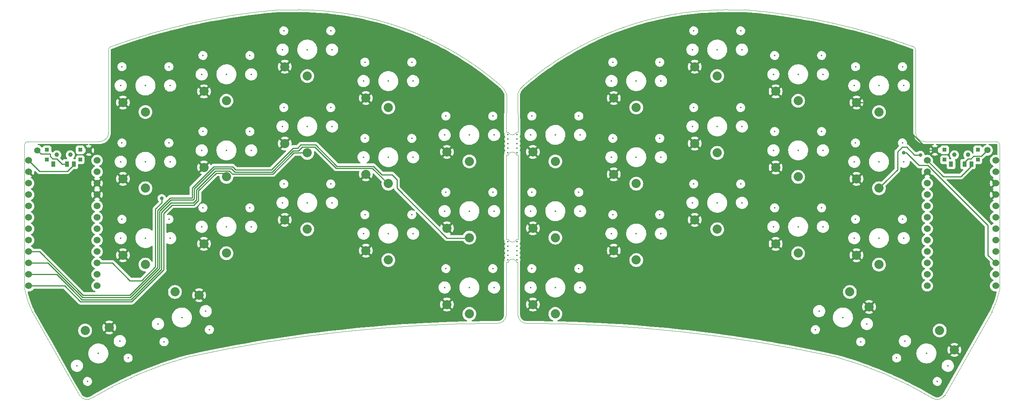
<source format=gbl>
%TF.GenerationSoftware,KiCad,Pcbnew,(6.0.4-0)*%
%TF.CreationDate,2022-04-01T22:46:25+02:00*%
%TF.ProjectId,sweepv2.1,73776565-7076-4322-9e31-2e6b69636164,rev?*%
%TF.SameCoordinates,Original*%
%TF.FileFunction,Copper,L2,Bot*%
%TF.FilePolarity,Positive*%
%FSLAX46Y46*%
G04 Gerber Fmt 4.6, Leading zero omitted, Abs format (unit mm)*
G04 Created by KiCad (PCBNEW (6.0.4-0)) date 2022-04-01 22:46:25*
%MOMM*%
%LPD*%
G01*
G04 APERTURE LIST*
%TA.AperFunction,Profile*%
%ADD10C,0.050000*%
%TD*%
%TA.AperFunction,ComponentPad*%
%ADD11C,1.524000*%
%TD*%
%TA.AperFunction,ComponentPad*%
%ADD12C,2.032000*%
%TD*%
%TA.AperFunction,ComponentPad*%
%ADD13C,1.397000*%
%TD*%
%TA.AperFunction,WasherPad*%
%ADD14C,1.000000*%
%TD*%
%TA.AperFunction,SMDPad,CuDef*%
%ADD15R,0.900000X0.900000*%
%TD*%
%TA.AperFunction,SMDPad,CuDef*%
%ADD16R,0.900000X1.250000*%
%TD*%
%TA.AperFunction,ViaPad*%
%ADD17C,0.800000*%
%TD*%
%TA.AperFunction,Conductor*%
%ADD18C,0.250000*%
%TD*%
%ADD19C,0.350000*%
G04 APERTURE END LIST*
D10*
X131508500Y-77724000D02*
X131506254Y-89547024D01*
X220004999Y-48946165D02*
X219998045Y-30439419D01*
X223714000Y-108050000D02*
G75*
G03*
X226446000Y-107451265I1070000J1650000D01*
G01*
X220005034Y-48946164D02*
G75*
G03*
X222040000Y-50877083I1999966J69964D01*
G01*
X219563295Y-29758875D02*
G75*
G03*
X182067777Y-21502679I-49442795J-135273425D01*
G01*
X178120389Y-21508128D02*
G75*
G03*
X132893000Y-38265000I-253989J-68728072D01*
G01*
X238688017Y-51627083D02*
G75*
G03*
X237938000Y-50877083I-750017J-17D01*
G01*
X132893000Y-38265000D02*
G75*
G03*
X131466055Y-40278702I2445000J-3245000D01*
G01*
X131506294Y-89547021D02*
G75*
G03*
X133544000Y-91383119I1978006J146421D01*
G01*
X219998002Y-30439419D02*
G75*
G03*
X219563290Y-29758889I-750002J19D01*
G01*
X223714000Y-108050000D02*
G75*
G03*
X202185134Y-98863946I-44316000J-74040000D01*
G01*
X222040000Y-50877083D02*
X237938000Y-50877083D01*
X202185136Y-98863939D02*
G75*
G03*
X133544000Y-91383119I-69219136J-316475461D01*
G01*
X238688000Y-58420000D02*
X238688000Y-66548000D01*
X236953304Y-88858150D02*
X226446000Y-107451265D01*
X236953312Y-88858154D02*
G75*
G03*
X238690000Y-83850000I-18792912J9322054D01*
G01*
X182067777Y-21502679D02*
X178120389Y-21508139D01*
X238688000Y-51627083D02*
X238688000Y-58420000D01*
X131466055Y-40278702D02*
X131572000Y-48768000D01*
X129349500Y-48768000D02*
X128960000Y-48768000D01*
X238688000Y-66548000D02*
X238688000Y-75438000D01*
X238688000Y-75438000D02*
X238690000Y-83850000D01*
X129349500Y-72644000D02*
X128960000Y-72644000D01*
X129349500Y-53848000D02*
X128960000Y-53848000D01*
X129349500Y-77724000D02*
X128960000Y-77724000D01*
X131572000Y-53848000D02*
X131572000Y-72644000D01*
X78412223Y-21502679D02*
X82613611Y-21508139D01*
X21792000Y-51627083D02*
X21792000Y-58420000D01*
X128960000Y-77724000D02*
X128975507Y-89545022D01*
X129013945Y-40278702D02*
G75*
G03*
X127587000Y-38265000I-3871945J-1231298D01*
G01*
X126936000Y-91383122D02*
G75*
G03*
X128975507Y-89545022I59500J1984522D01*
G01*
X40481999Y-48949082D02*
X40481955Y-30439419D01*
X21792000Y-66548000D02*
X21792000Y-73914000D01*
X23526696Y-88858150D02*
X34034000Y-107451265D01*
X38446998Y-50880017D02*
G75*
G03*
X40481999Y-48949082I35002J2000917D01*
G01*
X78412223Y-21502678D02*
G75*
G03*
X40916710Y-29758889I11947327J-143529582D01*
G01*
X126936000Y-91383119D02*
G75*
G03*
X58294866Y-98863946I578050J-323956411D01*
G01*
X21789999Y-83530000D02*
G75*
G03*
X23526696Y-88858150I19062771J3266350D01*
G01*
X22542000Y-50877100D02*
G75*
G03*
X21792000Y-51627083I0J-750000D01*
G01*
X21792000Y-58420000D02*
X21792000Y-66548000D01*
X40916692Y-29758850D02*
G75*
G03*
X40481955Y-30439419I315308J-680550D01*
G01*
X34034000Y-107451265D02*
G75*
G03*
X36766000Y-108050000I1662000J1051265D01*
G01*
X127586989Y-38265013D02*
G75*
G03*
X82613611Y-21508139I-44973389J-51973087D01*
G01*
X58294866Y-98863946D02*
G75*
G03*
X36766000Y-108050000I22787134J-83226054D01*
G01*
X21792000Y-73914000D02*
X21790000Y-83530000D01*
X128960000Y-53848000D02*
X128960000Y-72644000D01*
X129013945Y-40278702D02*
X128960000Y-48768000D01*
X131508500Y-77724000D02*
X131254500Y-77724000D01*
X131572000Y-48768000D02*
X131254500Y-48768000D01*
X131254499Y-77724001D02*
G75*
G03*
X129349501Y-77724000I-952499J-380999D01*
G01*
X131254499Y-53848001D02*
G75*
G03*
X129349501Y-53848000I-952499J-380999D01*
G01*
X131572000Y-53848000D02*
X131254500Y-53848000D01*
X131572000Y-72644000D02*
X131254500Y-72644000D01*
X129349501Y-72643999D02*
G75*
G03*
X131254499Y-72644000I952499J380999D01*
G01*
X22542000Y-50877083D02*
X38446998Y-50880000D01*
X129349501Y-48767999D02*
G75*
G03*
X131254499Y-48768000I952499J380999D01*
G01*
D11*
%TO.P,U1,1*%
%TO.N,Switch10*%
X237789400Y-55086000D03*
%TO.P,U1,2*%
%TO.N,Switch18*%
X237789400Y-57626000D03*
%TO.P,U1,3*%
%TO.N,gnd*%
X237789400Y-60166000D03*
%TO.P,U1,4*%
X237789400Y-62706000D03*
%TO.P,U1,5*%
%TO.N,Switch11*%
X237789400Y-65246000D03*
%TO.P,U1,6*%
%TO.N,Switch12*%
X237789400Y-67786000D03*
%TO.P,U1,7*%
%TO.N,Switch13*%
X237789400Y-70326000D03*
%TO.P,U1,8*%
%TO.N,Switch14*%
X237789400Y-72866000D03*
%TO.P,U1,9*%
%TO.N,Switch15*%
X237789400Y-75406000D03*
%TO.P,U1,10*%
%TO.N,Switch1*%
X237789400Y-77946000D03*
%TO.P,U1,11*%
%TO.N,Switch16*%
X237789400Y-80486000D03*
%TO.P,U1,12*%
%TO.N,Switch17*%
X237789400Y-83026000D03*
%TO.P,U1,13*%
%TO.N,Switch9*%
X222569400Y-83026000D03*
%TO.P,U1,14*%
%TO.N,Switch8*%
X222569400Y-80486000D03*
%TO.P,U1,15*%
%TO.N,Switch7*%
X222569400Y-77946000D03*
%TO.P,U1,16*%
%TO.N,Switch6*%
X222569400Y-75406000D03*
%TO.P,U1,17*%
%TO.N,Switch2*%
X222569400Y-72866000D03*
%TO.P,U1,18*%
%TO.N,Switch3*%
X222569400Y-70326000D03*
%TO.P,U1,19*%
%TO.N,Switch4*%
X222569400Y-67786000D03*
%TO.P,U1,20*%
%TO.N,Switch5*%
X222569400Y-65246000D03*
%TO.P,U1,21*%
%TO.N,vcc*%
X222569400Y-62706000D03*
%TO.P,U1,22*%
%TO.N,reset*%
X222569400Y-60166000D03*
%TO.P,U1,23*%
%TO.N,gnd*%
X222569400Y-57626000D03*
%TO.P,U1,24*%
%TO.N,raw*%
X222569400Y-55086000D03*
%TD*%
D12*
%TO.P,SW16,1*%
%TO.N,Switch13*%
X175856000Y-70416000D03*
%TO.P,SW16,2*%
%TO.N,gnd*%
X170856000Y-68316000D03*
%TD*%
%TO.P,SW20,1*%
%TO.N,Switch17*%
X225336000Y-92972450D03*
%TO.P,SW20,2*%
%TO.N,gnd*%
X228616127Y-97291103D03*
%TD*%
%TO.P,SW15,1*%
%TO.N,Switch12*%
X157856000Y-77274000D03*
%TO.P,SW15,2*%
%TO.N,gnd*%
X152856000Y-75174000D03*
%TD*%
%TO.P,SW21,1*%
%TO.N,Switch16*%
X205353032Y-84383038D03*
%TO.P,SW21,2*%
%TO.N,gnd*%
X209639142Y-87705577D03*
%TD*%
%TO.P,SW17,1*%
%TO.N,Switch14*%
X193856000Y-75750000D03*
%TO.P,SW17,2*%
%TO.N,gnd*%
X188856000Y-73650000D03*
%TD*%
%TO.P,SW18,1*%
%TO.N,Switch15*%
X211836000Y-78290000D03*
%TO.P,SW18,2*%
%TO.N,gnd*%
X206836000Y-76190000D03*
%TD*%
%TO.P,SW4,1*%
%TO.N,Switch3*%
X175856000Y-36282000D03*
%TO.P,SW4,2*%
%TO.N,gnd*%
X170856000Y-34182000D03*
%TD*%
%TO.P,SW3,1*%
%TO.N,Switch2*%
X157856000Y-43282000D03*
%TO.P,SW3,2*%
%TO.N,gnd*%
X152856000Y-41182000D03*
%TD*%
%TO.P,SW9,1*%
%TO.N,Switch7*%
X157856000Y-60256000D03*
%TO.P,SW9,2*%
%TO.N,gnd*%
X152856000Y-58156000D03*
%TD*%
%TO.P,SW14,1*%
%TO.N,Switch11*%
X139856000Y-89282000D03*
%TO.P,SW14,2*%
%TO.N,gnd*%
X134856000Y-87182000D03*
%TD*%
%TO.P,SW12,1*%
%TO.N,Switch10*%
X211836000Y-61272000D03*
%TO.P,SW12,2*%
%TO.N,gnd*%
X206836000Y-59172000D03*
%TD*%
%TO.P,SW11,1*%
%TO.N,Switch9*%
X193856000Y-58732000D03*
%TO.P,SW11,2*%
%TO.N,gnd*%
X188856000Y-56632000D03*
%TD*%
%TO.P,SW8,1*%
%TO.N,Switch6*%
X139856000Y-72282000D03*
%TO.P,SW8,2*%
%TO.N,gnd*%
X134856000Y-70182000D03*
%TD*%
%TO.P,SW6,1*%
%TO.N,Switch5*%
X211856000Y-44282000D03*
%TO.P,SW6,2*%
%TO.N,gnd*%
X206856000Y-42182000D03*
%TD*%
%TO.P,SW5,1*%
%TO.N,Switch4*%
X193856000Y-41782000D03*
%TO.P,SW5,2*%
%TO.N,gnd*%
X188856000Y-39682000D03*
%TD*%
%TO.P,SW2,1*%
%TO.N,Switch1*%
X139856000Y-55282000D03*
%TO.P,SW2,2*%
%TO.N,gnd*%
X134856000Y-53182000D03*
%TD*%
%TO.P,SW10,1*%
%TO.N,Switch8*%
X175856000Y-53398000D03*
%TO.P,SW10,2*%
%TO.N,gnd*%
X170856000Y-51298000D03*
%TD*%
D13*
%TO.P,Bat+r1,1*%
%TO.N,BT+_r*%
X235966000Y-52800000D03*
%TD*%
%TO.P,BatGND1,1*%
%TO.N,gnd*%
X224282000Y-52800000D03*
%TD*%
D11*
%TO.P,U2,1*%
%TO.N,Switch10_r*%
X37937400Y-55086000D03*
%TO.P,U2,2*%
%TO.N,Switch18_r*%
X37937400Y-57626000D03*
%TO.P,U2,3*%
%TO.N,gnd*%
X37937400Y-60166000D03*
%TO.P,U2,4*%
X37937400Y-62706000D03*
%TO.P,U2,5*%
%TO.N,Switch11_r*%
X37937400Y-65246000D03*
%TO.P,U2,6*%
%TO.N,Switch12_r*%
X37937400Y-67786000D03*
%TO.P,U2,7*%
%TO.N,Switch13_r*%
X37937400Y-70326000D03*
%TO.P,U2,8*%
%TO.N,Switch14_r*%
X37937400Y-72866000D03*
%TO.P,U2,9*%
%TO.N,Switch15_r*%
X37937400Y-75406000D03*
%TO.P,U2,10*%
%TO.N,Switch1_r*%
X37937400Y-77946000D03*
%TO.P,U2,11*%
%TO.N,Switch16_r*%
X37937400Y-80486000D03*
%TO.P,U2,12*%
%TO.N,Switch17_r*%
X37937400Y-83026000D03*
%TO.P,U2,13*%
%TO.N,Switch9_r*%
X22717400Y-83026000D03*
%TO.P,U2,14*%
%TO.N,Switch8_r*%
X22717400Y-80486000D03*
%TO.P,U2,15*%
%TO.N,Switch7_r*%
X22717400Y-77946000D03*
%TO.P,U2,16*%
%TO.N,Switch6_r*%
X22717400Y-75406000D03*
%TO.P,U2,17*%
%TO.N,Switch2_r*%
X22717400Y-72866000D03*
%TO.P,U2,18*%
%TO.N,Switch3_r*%
X22717400Y-70326000D03*
%TO.P,U2,19*%
%TO.N,Switch4_r*%
X22717400Y-67786000D03*
%TO.P,U2,20*%
%TO.N,Switch5_r*%
X22717400Y-65246000D03*
%TO.P,U2,21*%
%TO.N,vcc*%
X22717400Y-62706000D03*
%TO.P,U2,22*%
%TO.N,reset_r*%
X22717400Y-60166000D03*
%TO.P,U2,23*%
%TO.N,gnd*%
X22717400Y-57626000D03*
%TO.P,U2,24*%
%TO.N,raw*%
X22717400Y-55086000D03*
%TD*%
D12*
%TO.P,SW17_r1,1*%
%TO.N,Switch15_r*%
X48686000Y-78290000D03*
%TO.P,SW17_r1,2*%
%TO.N,gnd*%
X43686000Y-76190000D03*
%TD*%
%TO.P,SW11_r1,1*%
%TO.N,Switch9_r*%
X66700000Y-58732000D03*
%TO.P,SW11_r1,2*%
%TO.N,gnd*%
X61700000Y-56632000D03*
%TD*%
%TO.P,SW15_r1,1*%
%TO.N,Switch13_r*%
X84688000Y-70416000D03*
%TO.P,SW15_r1,2*%
%TO.N,gnd*%
X79688000Y-68316000D03*
%TD*%
%TO.P,SW18_r1,1*%
%TO.N,Switch12_r*%
X102714000Y-77274000D03*
%TO.P,SW18_r1,2*%
%TO.N,gnd*%
X97714000Y-75174000D03*
%TD*%
%TO.P,SW6_r1,1*%
%TO.N,Switch5_r*%
X48686000Y-44282000D03*
%TO.P,SW6_r1,2*%
%TO.N,gnd*%
X43686000Y-42182000D03*
%TD*%
%TO.P,SW5_r1,1*%
%TO.N,Switch4_r*%
X66700000Y-41782000D03*
%TO.P,SW5_r1,2*%
%TO.N,gnd*%
X61700000Y-39682000D03*
%TD*%
%TO.P,SW2_r1,1*%
%TO.N,Switch1_r*%
X120732000Y-55282000D03*
%TO.P,SW2_r1,2*%
%TO.N,gnd*%
X115732000Y-53182000D03*
%TD*%
%TO.P,SW16_r1,1*%
%TO.N,Switch14_r*%
X66700000Y-75750000D03*
%TO.P,SW16_r1,2*%
%TO.N,gnd*%
X61700000Y-73650000D03*
%TD*%
%TO.P,SW4_r1,1*%
%TO.N,Switch3_r*%
X84688000Y-36282000D03*
%TO.P,SW4_r1,2*%
%TO.N,gnd*%
X79688000Y-34182000D03*
%TD*%
%TO.P,SW13_r1,1*%
%TO.N,Switch11_r*%
X120732000Y-89282000D03*
%TO.P,SW13_r1,2*%
%TO.N,gnd*%
X115732000Y-87182000D03*
%TD*%
%TO.P,SW12_r1,1*%
%TO.N,Switch10_r*%
X48686000Y-61272000D03*
%TO.P,SW12_r1,2*%
%TO.N,gnd*%
X43686000Y-59172000D03*
%TD*%
%TO.P,SW3_r1,1*%
%TO.N,Switch2_r*%
X102714000Y-43282000D03*
%TO.P,SW3_r1,2*%
%TO.N,gnd*%
X97714000Y-41182000D03*
%TD*%
%TO.P,SW8_r1,1*%
%TO.N,Switch7_r*%
X102714000Y-60256000D03*
%TO.P,SW8_r1,2*%
%TO.N,gnd*%
X97714000Y-58156000D03*
%TD*%
%TO.P,SW21_r1,1*%
%TO.N,Switch16_r*%
X55250968Y-84383038D03*
%TO.P,SW21_r1,2*%
%TO.N,gnd*%
X60624117Y-85117387D03*
%TD*%
%TO.P,SW9_r1,1*%
%TO.N,Switch8_r*%
X84688000Y-53398000D03*
%TO.P,SW9_r1,2*%
%TO.N,gnd*%
X79688000Y-51298000D03*
%TD*%
%TO.P,SW20_r1,1*%
%TO.N,Switch17_r*%
X35268000Y-92972450D03*
%TO.P,SW20_r1,2*%
%TO.N,gnd*%
X40648127Y-92291103D03*
%TD*%
%TO.P,SW7_r1,1*%
%TO.N,Switch6_r*%
X120732000Y-72282000D03*
%TO.P,SW7_r1,2*%
%TO.N,gnd*%
X115732000Y-70182000D03*
%TD*%
D13*
%TO.P,BatGND4,1*%
%TO.N,gnd*%
X36068000Y-52832000D03*
%TD*%
%TO.P,Bat+1,1*%
%TO.N,BT+*%
X24638000Y-52832000D03*
%TD*%
D14*
%TO.P,SW_POWERR1,*%
%TO.N,*%
X228624000Y-53816000D03*
X231624000Y-53816000D03*
D15*
%TO.P,SW_POWERR1,0*%
%TO.N,N/C*%
X226424000Y-52716000D03*
X233824000Y-54916000D03*
X226424000Y-54916000D03*
X233824000Y-52716000D03*
D16*
%TO.P,SW_POWERR1,1*%
%TO.N,Net-(SW_POWERR1-Pad1)*%
X227874000Y-55891000D03*
%TO.P,SW_POWERR1,2*%
%TO.N,BT+_r*%
X230874000Y-55891000D03*
%TO.P,SW_POWERR1,3*%
%TO.N,raw*%
X232374000Y-55891000D03*
%TD*%
D14*
%TO.P,SW_POWER1,*%
%TO.N,*%
X31980000Y-53816000D03*
X28980000Y-53816000D03*
D15*
%TO.P,SW_POWER1,0*%
%TO.N,N/C*%
X34180000Y-54916000D03*
X34180000Y-52716000D03*
X26780000Y-54916000D03*
X26780000Y-52716000D03*
D16*
%TO.P,SW_POWER1,1*%
%TO.N,Net-(SW_POWER1-Pad1)*%
X28230000Y-55891000D03*
%TO.P,SW_POWER1,2*%
%TO.N,BT+*%
X31230000Y-55891000D03*
%TO.P,SW_POWER1,3*%
%TO.N,raw*%
X32730000Y-55891000D03*
%TD*%
D17*
%TO.N,Switch1*%
X217300000Y-53350000D03*
%TO.N,Switch10*%
X221056989Y-53823011D03*
%TO.N,Switch1_r*%
X52324000Y-63500000D03*
%TD*%
D18*
%TO.N,BT+*%
X24638000Y-52832000D02*
X25442750Y-53636750D01*
X27483250Y-54153250D02*
X28005000Y-54675000D01*
X27483250Y-53636750D02*
X27483250Y-54153250D01*
X30171000Y-55891000D02*
X31230000Y-55891000D01*
X25442750Y-53636750D02*
X27483250Y-53636750D01*
X28005000Y-54675000D02*
X28955000Y-54675000D01*
X28955000Y-54675000D02*
X30171000Y-55891000D01*
%TO.N,gnd*%
X206856000Y-42182000D02*
X212252000Y-42182000D01*
X212252000Y-42182000D02*
X222870000Y-52800000D01*
X222870000Y-52800000D02*
X224282000Y-52800000D01*
%TO.N,Switch1*%
X220764511Y-56172511D02*
X222662511Y-56172511D01*
X217942000Y-53350000D02*
X220764511Y-56172511D01*
X222662511Y-56172511D02*
X236040000Y-69550000D01*
X236040000Y-69550000D02*
X236040000Y-76196600D01*
X236040000Y-76196600D02*
X237789400Y-77946000D01*
X217300000Y-53350000D02*
X217942000Y-53350000D01*
%TO.N,Switch10*%
X211836000Y-61272000D02*
X213359000Y-59749000D01*
X215950000Y-53150000D02*
X215950000Y-57158000D01*
X213359000Y-59749000D02*
X213489001Y-59618999D01*
X216980000Y-52120000D02*
X215950000Y-53150000D01*
X215950000Y-57158000D02*
X213359000Y-59749000D01*
X221056989Y-53823011D02*
X219703011Y-53823011D01*
X218000000Y-52120000D02*
X216980000Y-52120000D01*
X219703011Y-53823011D02*
X218000000Y-52120000D01*
%TO.N,raw*%
X232374000Y-55891000D02*
X232374000Y-56316000D01*
X32730000Y-55891000D02*
X32730000Y-56066000D01*
X32730000Y-56066000D02*
X31306000Y-57490000D01*
X31306000Y-57490000D02*
X25121400Y-57490000D01*
X25121400Y-57490000D02*
X22717400Y-55086000D01*
X226143400Y-58660000D02*
X230030000Y-58660000D01*
X222569400Y-55086000D02*
X226143400Y-58660000D01*
X232374000Y-56316000D02*
X230030000Y-58660000D01*
%TO.N,BT+_r*%
X234624511Y-54141489D02*
X232858511Y-54141489D01*
X232285000Y-54715000D02*
X231645000Y-54715000D01*
X231645000Y-54715000D02*
X230874000Y-55486000D01*
X235966000Y-52800000D02*
X234624511Y-54141489D01*
X230874000Y-55486000D02*
X230874000Y-55891000D01*
X232858511Y-54141489D02*
X232285000Y-54715000D01*
%TO.N,Switch9_r*%
X64390410Y-57912000D02*
X60454710Y-61847700D01*
X65882000Y-57912000D02*
X64390410Y-57912000D01*
X59438818Y-65024000D02*
X54610000Y-65024000D01*
X52712000Y-66922000D02*
X52712000Y-79432000D01*
X45664481Y-86555519D02*
X34241129Y-86555519D01*
X60454709Y-64008109D02*
X59438818Y-65024000D01*
X54610000Y-65024000D02*
X52712000Y-66922000D01*
X30711610Y-83026000D02*
X22717400Y-83026000D01*
X34241129Y-86555519D02*
X30711610Y-83026000D01*
X66702000Y-58732000D02*
X65882000Y-57912000D01*
X52712000Y-79432000D02*
X52750000Y-79470000D01*
X60454710Y-61847700D02*
X60454709Y-64008109D01*
X52750000Y-79470000D02*
X45664481Y-86555519D01*
%TO.N,Switch1_r*%
X52324000Y-64516000D02*
X52324000Y-63500000D01*
X47813564Y-81863564D02*
X45233564Y-81863564D01*
X50995000Y-65845000D02*
X50913920Y-65926080D01*
X50913920Y-65926080D02*
X50913920Y-78763208D01*
X45233564Y-81863564D02*
X41316000Y-77946000D01*
X50913920Y-78763208D02*
X47813564Y-81863564D01*
X41316000Y-77946000D02*
X37937400Y-77946000D01*
X50995000Y-65845000D02*
X52324000Y-64516000D01*
%TO.N,Switch6_r*%
X101254205Y-58257795D02*
X99361399Y-56364989D01*
X76669701Y-57188299D02*
X68746709Y-57188299D01*
X82550000Y-52324000D02*
X81534000Y-52324000D01*
X81534000Y-52324000D02*
X76669701Y-57188299D01*
X54179318Y-63422682D02*
X51363440Y-66238560D01*
X51363440Y-78949406D02*
X45222846Y-85090000D01*
X104648000Y-59365590D02*
X103540205Y-58257795D01*
X63847146Y-56471536D02*
X59104682Y-61214000D01*
X34799436Y-85090000D02*
X25115436Y-75406000D01*
X104618659Y-61243341D02*
X104648000Y-61214000D01*
X51363440Y-66238560D02*
X51363440Y-78949406D01*
X68029946Y-56471536D02*
X63847146Y-56471536D01*
X103540205Y-58257795D02*
X101254205Y-58257795D01*
X25115436Y-75406000D02*
X22717400Y-75406000D01*
X115765318Y-72390000D02*
X104618659Y-61243341D01*
X83267011Y-51606989D02*
X82550000Y-52324000D01*
X86533399Y-51606989D02*
X83267011Y-51606989D01*
X91291399Y-56364989D02*
X86533399Y-51606989D01*
X68746709Y-57188299D02*
X68029946Y-56471536D01*
X45222846Y-85090000D02*
X34799436Y-85090000D01*
X120650000Y-72390000D02*
X115765318Y-72390000D01*
X104648000Y-61214000D02*
X104648000Y-59365590D01*
X59104682Y-61214000D02*
X59104682Y-63422682D01*
X59104682Y-63422682D02*
X54179318Y-63422682D01*
X99361399Y-56364989D02*
X91291399Y-56364989D01*
%TO.N,Switch7_r*%
X81546420Y-52947990D02*
X81217205Y-53277205D01*
X81217205Y-53277205D02*
X77090410Y-57404000D01*
X99174999Y-56814999D02*
X91104999Y-56814999D01*
X91104999Y-56814999D02*
X86346999Y-52056999D01*
X83579001Y-52056999D02*
X82688010Y-52947990D01*
X102616000Y-60256000D02*
X99174999Y-56814999D01*
X86346999Y-52056999D02*
X83579001Y-52056999D01*
X82688010Y-52947990D02*
X81546420Y-52947990D01*
X59554692Y-61400400D02*
X64033546Y-56921546D01*
X45299282Y-85649282D02*
X51812960Y-79135604D01*
X54365718Y-63872692D02*
X59291082Y-63872692D01*
X51812960Y-79135604D02*
X51812960Y-66425450D01*
X68560309Y-57638309D02*
X76856101Y-57638309D01*
X51812960Y-66425450D02*
X54365718Y-63872692D01*
X76856101Y-57638309D02*
X77280205Y-57214205D01*
X67843546Y-56921546D02*
X68560309Y-57638309D01*
X59528465Y-63635309D02*
X59554691Y-63635309D01*
X34671718Y-85598000D02*
X45248000Y-85598000D01*
X22717400Y-77946000D02*
X27019718Y-77946000D01*
X64033546Y-56921546D02*
X67843546Y-56921546D01*
X45248000Y-85598000D02*
X45299282Y-85649282D01*
X59291082Y-63872692D02*
X59528465Y-63635309D01*
X59554691Y-63635309D02*
X59554692Y-61400400D01*
X27019718Y-77946000D02*
X34671718Y-85598000D01*
%TO.N,Switch8_r*%
X60004700Y-63821708D02*
X59310408Y-64516000D01*
X84836000Y-53398000D02*
X81732820Y-53398000D01*
X64275001Y-57390999D02*
X60004701Y-61661299D01*
X81732820Y-53398000D02*
X77042501Y-58088319D01*
X34544001Y-86105999D02*
X32315990Y-83877990D01*
X52262480Y-79321802D02*
X45478283Y-86105999D01*
X52262480Y-66612340D02*
X52262480Y-79321802D01*
X77042501Y-58088319D02*
X68043001Y-58088319D01*
X32315990Y-83877990D02*
X28924000Y-80486000D01*
X60004701Y-61661299D02*
X60004700Y-63821708D01*
X68043001Y-58088319D02*
X67345681Y-57390999D01*
X45478283Y-86105999D02*
X34544001Y-86105999D01*
X28924000Y-80486000D02*
X22717400Y-80486000D01*
X67345681Y-57390999D02*
X64275001Y-57390999D01*
X54358820Y-64516000D02*
X52262480Y-66612340D01*
X59310408Y-64516000D02*
X54358820Y-64516000D01*
%TD*%
%TA.AperFunction,Conductor*%
%TO.N,gnd*%
G36*
X182008955Y-22011849D02*
G01*
X182010185Y-22011967D01*
X182018911Y-22014079D01*
X182027876Y-22013658D01*
X182027881Y-22013658D01*
X182048297Y-22012698D01*
X182065651Y-22013079D01*
X183097361Y-22107132D01*
X184272548Y-22214266D01*
X184274420Y-22214452D01*
X185305688Y-22324844D01*
X186516790Y-22454487D01*
X186518759Y-22454713D01*
X188757156Y-22729994D01*
X188759121Y-22730252D01*
X190992798Y-23040687D01*
X190994758Y-23040975D01*
X193223329Y-23386508D01*
X193225285Y-23386827D01*
X194324545Y-23575013D01*
X195448117Y-23767361D01*
X195450023Y-23767702D01*
X196182957Y-23905074D01*
X197666739Y-24183176D01*
X197668683Y-24183557D01*
X199236749Y-24503061D01*
X199878442Y-24633810D01*
X199880344Y-24634213D01*
X199939610Y-24647263D01*
X202082773Y-25119169D01*
X202084704Y-25119610D01*
X204279316Y-25639164D01*
X204281162Y-25639616D01*
X204908876Y-25798687D01*
X206467286Y-26193609D01*
X206469203Y-26194111D01*
X208646305Y-26782405D01*
X208648214Y-26782937D01*
X209228072Y-26949454D01*
X210815868Y-27405420D01*
X210817654Y-27405948D01*
X212059197Y-27783714D01*
X212975194Y-28062426D01*
X212977085Y-28063017D01*
X215124090Y-28753365D01*
X215125972Y-28753987D01*
X215443398Y-28861589D01*
X217261800Y-29477997D01*
X217263590Y-29478620D01*
X219325204Y-30213820D01*
X219334933Y-30217867D01*
X219341647Y-30222346D01*
X219350215Y-30225032D01*
X219358311Y-30228904D01*
X219358112Y-30229319D01*
X219377511Y-30238450D01*
X219391778Y-30247716D01*
X219418657Y-30271200D01*
X219439765Y-30295730D01*
X219458978Y-30325808D01*
X219472359Y-30355270D01*
X219482367Y-30389530D01*
X219484481Y-30404307D01*
X219485742Y-30423692D01*
X219485735Y-30424261D01*
X219484354Y-30433130D01*
X219486819Y-30451984D01*
X219488497Y-30464821D01*
X219489560Y-30481107D01*
X219491920Y-36760928D01*
X219496483Y-48900154D01*
X219496484Y-48904081D01*
X219495392Y-48920675D01*
X219491298Y-48951576D01*
X219491584Y-48964126D01*
X219492484Y-48969153D01*
X219493890Y-48979431D01*
X219520825Y-49262972D01*
X219521623Y-49266640D01*
X219521624Y-49266647D01*
X219583268Y-49550021D01*
X219584641Y-49556333D01*
X219585872Y-49559884D01*
X219640921Y-49718688D01*
X219682971Y-49839995D01*
X219814413Y-50109913D01*
X219977093Y-50362239D01*
X220168691Y-50593374D01*
X220171418Y-50595962D01*
X220171424Y-50595968D01*
X220356543Y-50771622D01*
X220386474Y-50800023D01*
X220456076Y-50851810D01*
X220623411Y-50976315D01*
X220627338Y-50979237D01*
X220641962Y-50987614D01*
X220884584Y-51126595D01*
X220884591Y-51126599D01*
X220887846Y-51128463D01*
X220891309Y-51129930D01*
X221160813Y-51244100D01*
X221160817Y-51244101D01*
X221164286Y-51245571D01*
X221167909Y-51246618D01*
X221167913Y-51246619D01*
X221237434Y-51266702D01*
X221452714Y-51328892D01*
X221749017Y-51377238D01*
X221752761Y-51377396D01*
X221752768Y-51377397D01*
X221897175Y-51383502D01*
X222016643Y-51388553D01*
X222030037Y-51389839D01*
X222036432Y-51390800D01*
X222042812Y-51390766D01*
X222044120Y-51390759D01*
X222048985Y-51390733D01*
X222061592Y-51388702D01*
X222070997Y-51387187D01*
X222091037Y-51385583D01*
X223924307Y-51385583D01*
X223992428Y-51405585D01*
X224038921Y-51459241D01*
X224049025Y-51529515D01*
X224019531Y-51594095D01*
X223967917Y-51629795D01*
X223765782Y-51704366D01*
X223755400Y-51709318D01*
X223642519Y-51776475D01*
X223632921Y-51786808D01*
X223636407Y-51795196D01*
X224269189Y-52427979D01*
X224283132Y-52435592D01*
X224284966Y-52435461D01*
X224291580Y-52431210D01*
X224923700Y-51799089D01*
X224930457Y-51786714D01*
X224924427Y-51778658D01*
X224836972Y-51723478D01*
X224826721Y-51718254D01*
X224631497Y-51640368D01*
X224620470Y-51637101D01*
X224610719Y-51635162D01*
X224547809Y-51602255D01*
X224512677Y-51540560D01*
X224516477Y-51469665D01*
X224558002Y-51412079D01*
X224624069Y-51386085D01*
X224635300Y-51385583D01*
X235624118Y-51385583D01*
X235692239Y-51405585D01*
X235738732Y-51459241D01*
X235748836Y-51529515D01*
X235719342Y-51594095D01*
X235656729Y-51633290D01*
X235556915Y-51660035D01*
X235556913Y-51660036D01*
X235551605Y-51661458D01*
X235546624Y-51663780D01*
X235546623Y-51663781D01*
X235365176Y-51748391D01*
X235365173Y-51748393D01*
X235360195Y-51750714D01*
X235187191Y-51871852D01*
X235037852Y-52021191D01*
X234976518Y-52108786D01*
X234971522Y-52115921D01*
X234916066Y-52160250D01*
X234845446Y-52167559D01*
X234782086Y-52135529D01*
X234750327Y-52087881D01*
X234727767Y-52027703D01*
X234724615Y-52019295D01*
X234637261Y-51902739D01*
X234520705Y-51815385D01*
X234384316Y-51764255D01*
X234322134Y-51757500D01*
X233325866Y-51757500D01*
X233263684Y-51764255D01*
X233127295Y-51815385D01*
X233010739Y-51902739D01*
X232923385Y-52019295D01*
X232872255Y-52155684D01*
X232865500Y-52217866D01*
X232865500Y-53214134D01*
X232872255Y-53276316D01*
X232888393Y-53319362D01*
X232896096Y-53339911D01*
X232901279Y-53410718D01*
X232867358Y-53473087D01*
X232805103Y-53507217D01*
X232782075Y-53510079D01*
X232768526Y-53510505D01*
X232766541Y-53510567D01*
X232758622Y-53510816D01*
X232739168Y-53516468D01*
X232719811Y-53520476D01*
X232699713Y-53523015D01*
X232699304Y-53519777D01*
X232643348Y-53517845D01*
X232584982Y-53477423D01*
X232565788Y-53441118D01*
X232565044Y-53441425D01*
X232562697Y-53435731D01*
X232560916Y-53429831D01*
X232468066Y-53255204D01*
X232394121Y-53164539D01*
X232346960Y-53106713D01*
X232346957Y-53106710D01*
X232343065Y-53101938D01*
X232333765Y-53094244D01*
X232195425Y-52979799D01*
X232195421Y-52979797D01*
X232190675Y-52975870D01*
X232016701Y-52881802D01*
X231827768Y-52823318D01*
X231821643Y-52822674D01*
X231821642Y-52822674D01*
X231637204Y-52803289D01*
X231637202Y-52803289D01*
X231631075Y-52802645D01*
X231569157Y-52808280D01*
X231440251Y-52820011D01*
X231440248Y-52820012D01*
X231434112Y-52820570D01*
X231428206Y-52822308D01*
X231428202Y-52822309D01*
X231351747Y-52844811D01*
X231244381Y-52876410D01*
X231238923Y-52879263D01*
X231238919Y-52879265D01*
X231159330Y-52920874D01*
X231069110Y-52968040D01*
X230914975Y-53091968D01*
X230787846Y-53243474D01*
X230784879Y-53248872D01*
X230784875Y-53248877D01*
X230729258Y-53350046D01*
X230692567Y-53416787D01*
X230690706Y-53422654D01*
X230690705Y-53422656D01*
X230650013Y-53550934D01*
X230632765Y-53605306D01*
X230610719Y-53801851D01*
X230612787Y-53826476D01*
X230626696Y-53992118D01*
X230627268Y-53998934D01*
X230643807Y-54056611D01*
X230680013Y-54182877D01*
X230681783Y-54189050D01*
X230689761Y-54204573D01*
X230743605Y-54309341D01*
X230772187Y-54364956D01*
X230847018Y-54459370D01*
X230873655Y-54525178D01*
X230860484Y-54594943D01*
X230837367Y-54626728D01*
X230743500Y-54720595D01*
X230681188Y-54754621D01*
X230654405Y-54757500D01*
X230375866Y-54757500D01*
X230313684Y-54764255D01*
X230177295Y-54815385D01*
X230060739Y-54902739D01*
X229973385Y-55019295D01*
X229922255Y-55155684D01*
X229915500Y-55217866D01*
X229915500Y-56564134D01*
X229922255Y-56626316D01*
X229973385Y-56762705D01*
X230060739Y-56879261D01*
X230177295Y-56966615D01*
X230313684Y-57017745D01*
X230375866Y-57024500D01*
X230465406Y-57024500D01*
X230533527Y-57044502D01*
X230580020Y-57098158D01*
X230590124Y-57168432D01*
X230560630Y-57233012D01*
X230554517Y-57239578D01*
X229804498Y-57989597D01*
X229742188Y-58023621D01*
X229715405Y-58026500D01*
X226457995Y-58026500D01*
X226389874Y-58006498D01*
X226368900Y-57989595D01*
X223847526Y-55468221D01*
X223817991Y-55414134D01*
X225465500Y-55414134D01*
X225472255Y-55476316D01*
X225523385Y-55612705D01*
X225610739Y-55729261D01*
X225727295Y-55816615D01*
X225863684Y-55867745D01*
X225925866Y-55874500D01*
X226789500Y-55874500D01*
X226857621Y-55894502D01*
X226904114Y-55948158D01*
X226915500Y-56000500D01*
X226915500Y-56564134D01*
X226922255Y-56626316D01*
X226973385Y-56762705D01*
X227060739Y-56879261D01*
X227177295Y-56966615D01*
X227313684Y-57017745D01*
X227375866Y-57024500D01*
X228372134Y-57024500D01*
X228434316Y-57017745D01*
X228570705Y-56966615D01*
X228687261Y-56879261D01*
X228774615Y-56762705D01*
X228825745Y-56626316D01*
X228832500Y-56564134D01*
X228832500Y-55217866D01*
X228825745Y-55155684D01*
X228774615Y-55019295D01*
X228762220Y-55002757D01*
X228737372Y-54936253D01*
X228752424Y-54866870D01*
X228802597Y-54816639D01*
X228829162Y-54805834D01*
X228852976Y-54799185D01*
X228990463Y-54760798D01*
X228995967Y-54758018D01*
X228995969Y-54758017D01*
X229161495Y-54674404D01*
X229161497Y-54674403D01*
X229166996Y-54671625D01*
X229304609Y-54564110D01*
X229317991Y-54553655D01*
X229322847Y-54549861D01*
X229422893Y-54433956D01*
X229448049Y-54404813D01*
X229448050Y-54404811D01*
X229452078Y-54400145D01*
X229549769Y-54228179D01*
X229612197Y-54040513D01*
X229636985Y-53844295D01*
X229637282Y-53823011D01*
X229637331Y-53819523D01*
X229637331Y-53819520D01*
X229637380Y-53816000D01*
X229618080Y-53619167D01*
X229615684Y-53611229D01*
X229584280Y-53507217D01*
X229560916Y-53429831D01*
X229468066Y-53255204D01*
X229394121Y-53164539D01*
X229346960Y-53106713D01*
X229346957Y-53106710D01*
X229343065Y-53101938D01*
X229333765Y-53094244D01*
X229195425Y-52979799D01*
X229195421Y-52979797D01*
X229190675Y-52975870D01*
X229016701Y-52881802D01*
X228827768Y-52823318D01*
X228821643Y-52822674D01*
X228821642Y-52822674D01*
X228637204Y-52803289D01*
X228637202Y-52803289D01*
X228631075Y-52802645D01*
X228569157Y-52808280D01*
X228440251Y-52820011D01*
X228440248Y-52820012D01*
X228434112Y-52820570D01*
X228428206Y-52822308D01*
X228428202Y-52822309D01*
X228351747Y-52844811D01*
X228244381Y-52876410D01*
X228238923Y-52879263D01*
X228238919Y-52879265D01*
X228159330Y-52920874D01*
X228069110Y-52968040D01*
X227914975Y-53091968D01*
X227787846Y-53243474D01*
X227784879Y-53248872D01*
X227784875Y-53248877D01*
X227729258Y-53350046D01*
X227692567Y-53416787D01*
X227690706Y-53422654D01*
X227690705Y-53422656D01*
X227650013Y-53550934D01*
X227632765Y-53605306D01*
X227610719Y-53801851D01*
X227612787Y-53826476D01*
X227626696Y-53992118D01*
X227627268Y-53998934D01*
X227643807Y-54056611D01*
X227680013Y-54182877D01*
X227681783Y-54189050D01*
X227689761Y-54204573D01*
X227743605Y-54309341D01*
X227772187Y-54364956D01*
X227895035Y-54519953D01*
X227899729Y-54523948D01*
X227899733Y-54523952D01*
X227913356Y-54535546D01*
X227952270Y-54594928D01*
X227952901Y-54665922D01*
X227915050Y-54725987D01*
X227850734Y-54756053D01*
X227831694Y-54757500D01*
X227508500Y-54757500D01*
X227440379Y-54737498D01*
X227393886Y-54683842D01*
X227382500Y-54631500D01*
X227382500Y-54417866D01*
X227375745Y-54355684D01*
X227324615Y-54219295D01*
X227237261Y-54102739D01*
X227120705Y-54015385D01*
X226984316Y-53964255D01*
X226922134Y-53957500D01*
X225925866Y-53957500D01*
X225863684Y-53964255D01*
X225727295Y-54015385D01*
X225610739Y-54102739D01*
X225523385Y-54219295D01*
X225472255Y-54355684D01*
X225465500Y-54417866D01*
X225465500Y-55414134D01*
X223817991Y-55414134D01*
X223813500Y-55405909D01*
X223814915Y-55346514D01*
X223823953Y-55312783D01*
X223823954Y-55312776D01*
X223825378Y-55307463D01*
X223844753Y-55086000D01*
X223825378Y-54864537D01*
X223767840Y-54649804D01*
X223761891Y-54637047D01*
X223676214Y-54453311D01*
X223676211Y-54453306D01*
X223673888Y-54448324D01*
X223665290Y-54436045D01*
X223549536Y-54270730D01*
X223549534Y-54270727D01*
X223546377Y-54266219D01*
X223389181Y-54109023D01*
X223384673Y-54105866D01*
X223384670Y-54105864D01*
X223283815Y-54035245D01*
X223207077Y-53981512D01*
X223202095Y-53979189D01*
X223202090Y-53979186D01*
X223010578Y-53889883D01*
X223010577Y-53889882D01*
X223005596Y-53887560D01*
X223000288Y-53886138D01*
X223000286Y-53886137D01*
X222924167Y-53865741D01*
X222790863Y-53830022D01*
X222588454Y-53812314D01*
X223634046Y-53812314D01*
X223643928Y-53824803D01*
X223699041Y-53861627D01*
X223709146Y-53867114D01*
X223902267Y-53950086D01*
X223913210Y-53953641D01*
X224118209Y-54000028D01*
X224129618Y-54001530D01*
X224339645Y-54009781D01*
X224351129Y-54009179D01*
X224559145Y-53979019D01*
X224570328Y-53976334D01*
X224769362Y-53908771D01*
X224779865Y-53904095D01*
X224922404Y-53824270D01*
X224932266Y-53814194D01*
X224929311Y-53806522D01*
X224294811Y-53172021D01*
X224280868Y-53164408D01*
X224279034Y-53164539D01*
X224272420Y-53168790D01*
X223640239Y-53800972D01*
X223634046Y-53812314D01*
X222588454Y-53812314D01*
X222569400Y-53810647D01*
X222347937Y-53830022D01*
X222133204Y-53887560D01*
X222132997Y-53887656D01*
X222063771Y-53892058D01*
X222001730Y-53857541D01*
X221968199Y-53794962D01*
X221966217Y-53782324D01*
X221951221Y-53639646D01*
X221951221Y-53639644D01*
X221950531Y-53633083D01*
X221891516Y-53451455D01*
X221886866Y-53443400D01*
X221814530Y-53318112D01*
X221796029Y-53286067D01*
X221777557Y-53265551D01*
X221672664Y-53149056D01*
X221672663Y-53149055D01*
X221668242Y-53144145D01*
X221555577Y-53062289D01*
X221519083Y-53035774D01*
X221519082Y-53035773D01*
X221513741Y-53031893D01*
X221507713Y-53029209D01*
X221507711Y-53029208D01*
X221345308Y-52956902D01*
X221345307Y-52956902D01*
X221339277Y-52954217D01*
X221245876Y-52934364D01*
X221158933Y-52915883D01*
X221158928Y-52915883D01*
X221152476Y-52914511D01*
X220961502Y-52914511D01*
X220955050Y-52915883D01*
X220955045Y-52915883D01*
X220868102Y-52934364D01*
X220774701Y-52954217D01*
X220768671Y-52956902D01*
X220768670Y-52956902D01*
X220606267Y-53029208D01*
X220606265Y-53029209D01*
X220600237Y-53031893D01*
X220594896Y-53035773D01*
X220594895Y-53035774D01*
X220493909Y-53109145D01*
X220445736Y-53144145D01*
X220441321Y-53149048D01*
X220436409Y-53153471D01*
X220435284Y-53152222D01*
X220381975Y-53185062D01*
X220348789Y-53189511D01*
X220017606Y-53189511D01*
X219949485Y-53169509D01*
X219928511Y-53152606D01*
X219549953Y-52774048D01*
X223071124Y-52774048D01*
X223084871Y-52983779D01*
X223086672Y-52995149D01*
X223138409Y-53198863D01*
X223142250Y-53209710D01*
X223230247Y-53400592D01*
X223235996Y-53410549D01*
X223257112Y-53440427D01*
X223267702Y-53448816D01*
X223281001Y-53441788D01*
X223909979Y-52812811D01*
X223916356Y-52801132D01*
X224646408Y-52801132D01*
X224646539Y-52802966D01*
X224650790Y-52809580D01*
X225284611Y-53443400D01*
X225296986Y-53450157D01*
X225303566Y-53445231D01*
X225313378Y-53427711D01*
X225364115Y-53378049D01*
X225433647Y-53363701D01*
X225499898Y-53389223D01*
X225524139Y-53413711D01*
X225610739Y-53529261D01*
X225727295Y-53616615D01*
X225863684Y-53667745D01*
X225925866Y-53674500D01*
X226922134Y-53674500D01*
X226984316Y-53667745D01*
X227120705Y-53616615D01*
X227237261Y-53529261D01*
X227324615Y-53412705D01*
X227375745Y-53276316D01*
X227382500Y-53214134D01*
X227382500Y-52217866D01*
X227375745Y-52155684D01*
X227324615Y-52019295D01*
X227237261Y-51902739D01*
X227120705Y-51815385D01*
X226984316Y-51764255D01*
X226922134Y-51757500D01*
X225925866Y-51757500D01*
X225863684Y-51764255D01*
X225727295Y-51815385D01*
X225610739Y-51902739D01*
X225523385Y-52019295D01*
X225520233Y-52027703D01*
X225494663Y-52095910D01*
X225452021Y-52152674D01*
X225385459Y-52177374D01*
X225316111Y-52162166D01*
X225301051Y-52152458D01*
X225297251Y-52149606D01*
X225284834Y-52156377D01*
X224654021Y-52787189D01*
X224646408Y-52801132D01*
X223916356Y-52801132D01*
X223917592Y-52798868D01*
X223917461Y-52797034D01*
X223913210Y-52790420D01*
X223277603Y-52154814D01*
X223265228Y-52148057D01*
X223259262Y-52152523D01*
X223165256Y-52331198D01*
X223160851Y-52341832D01*
X223098522Y-52542563D01*
X223096130Y-52553817D01*
X223071425Y-52762547D01*
X223071124Y-52774048D01*
X219549953Y-52774048D01*
X218503652Y-51727747D01*
X218496112Y-51719461D01*
X218492000Y-51712982D01*
X218483492Y-51704992D01*
X218442349Y-51666357D01*
X218439507Y-51663602D01*
X218419770Y-51643865D01*
X218416573Y-51641385D01*
X218407551Y-51633680D01*
X218396798Y-51623582D01*
X218375321Y-51603414D01*
X218368375Y-51599595D01*
X218368372Y-51599593D01*
X218357566Y-51593652D01*
X218341047Y-51582801D01*
X218340583Y-51582441D01*
X218325041Y-51570386D01*
X218317772Y-51567241D01*
X218317768Y-51567238D01*
X218284463Y-51552826D01*
X218273813Y-51547609D01*
X218235060Y-51526305D01*
X218224580Y-51523614D01*
X218215438Y-51521267D01*
X218196734Y-51514863D01*
X218185420Y-51509967D01*
X218185419Y-51509967D01*
X218178145Y-51506819D01*
X218170320Y-51505580D01*
X218170318Y-51505579D01*
X218150158Y-51502386D01*
X218086005Y-51471973D01*
X218048478Y-51411705D01*
X218047938Y-51346176D01*
X218051490Y-51332541D01*
X218051490Y-51332538D01*
X218053100Y-51326359D01*
X218059723Y-51199971D01*
X218063438Y-51129094D01*
X218063438Y-51129090D01*
X218063772Y-51122712D01*
X218033278Y-50921078D01*
X218020030Y-50885071D01*
X217965067Y-50735684D01*
X217965066Y-50735683D01*
X217962863Y-50729694D01*
X217884210Y-50602840D01*
X217858764Y-50561800D01*
X217858763Y-50561799D01*
X217855402Y-50556378D01*
X217803527Y-50501521D01*
X217719671Y-50412846D01*
X217715286Y-50408209D01*
X217704427Y-50400605D01*
X217553472Y-50294906D01*
X217553471Y-50294905D01*
X217548239Y-50291242D01*
X217361084Y-50210253D01*
X217303324Y-50198186D01*
X217166212Y-50169541D01*
X217166208Y-50169541D01*
X217161467Y-50168550D01*
X217156630Y-50168297D01*
X217156626Y-50168296D01*
X217156560Y-50168293D01*
X217154788Y-50168200D01*
X217005033Y-50168200D01*
X216932387Y-50175579D01*
X216859466Y-50182986D01*
X216859465Y-50182986D01*
X216853117Y-50183631D01*
X216658522Y-50244614D01*
X216480163Y-50343479D01*
X216325327Y-50476190D01*
X216200339Y-50637324D01*
X216110304Y-50820299D01*
X216108695Y-50826477D01*
X216108694Y-50826479D01*
X216060546Y-51011323D01*
X216058900Y-51017641D01*
X216057492Y-51044517D01*
X216048771Y-51210928D01*
X216048228Y-51221288D01*
X216078722Y-51422922D01*
X216080928Y-51428917D01*
X216080928Y-51428918D01*
X216145690Y-51604936D01*
X216149137Y-51614306D01*
X216219474Y-51727747D01*
X216252115Y-51780391D01*
X216256598Y-51787622D01*
X216259379Y-51790563D01*
X216284791Y-51855957D01*
X216270647Y-51925530D01*
X216248341Y-51955755D01*
X215901983Y-52302112D01*
X215557742Y-52646353D01*
X215549463Y-52653887D01*
X215542982Y-52658000D01*
X215503985Y-52699528D01*
X215496357Y-52707651D01*
X215493602Y-52710493D01*
X215473865Y-52730230D01*
X215471385Y-52733427D01*
X215463682Y-52742447D01*
X215433414Y-52774679D01*
X215429595Y-52781625D01*
X215429593Y-52781628D01*
X215423652Y-52792434D01*
X215412801Y-52808953D01*
X215400386Y-52824959D01*
X215397241Y-52832228D01*
X215397238Y-52832232D01*
X215382826Y-52865537D01*
X215377609Y-52876187D01*
X215356305Y-52914940D01*
X215354334Y-52922615D01*
X215354334Y-52922616D01*
X215351267Y-52934562D01*
X215344863Y-52953266D01*
X215344452Y-52954217D01*
X215336819Y-52971855D01*
X215335580Y-52979678D01*
X215335577Y-52979688D01*
X215329901Y-53015524D01*
X215327495Y-53027144D01*
X215322215Y-53047709D01*
X215316500Y-53069970D01*
X215316500Y-53090224D01*
X215314949Y-53109934D01*
X215311780Y-53129943D01*
X215312526Y-53137835D01*
X215315941Y-53173961D01*
X215316500Y-53185819D01*
X215316500Y-56843405D01*
X215296498Y-56911526D01*
X215279595Y-56932500D01*
X212427685Y-59784410D01*
X212365373Y-59818436D01*
X212309042Y-59815595D01*
X212308553Y-59817631D01*
X212080035Y-59762768D01*
X212080029Y-59762767D01*
X212075222Y-59761613D01*
X211836000Y-59742786D01*
X211596778Y-59761613D01*
X211591971Y-59762767D01*
X211591965Y-59762768D01*
X211448506Y-59797210D01*
X211363447Y-59817631D01*
X211358876Y-59819524D01*
X211358874Y-59819525D01*
X211146323Y-59907566D01*
X211146321Y-59907567D01*
X211141751Y-59909460D01*
X210937151Y-60034840D01*
X210933384Y-60038057D01*
X210933383Y-60038058D01*
X210894350Y-60071395D01*
X210754682Y-60190682D01*
X210751469Y-60194444D01*
X210605556Y-60365288D01*
X210598840Y-60373151D01*
X210473460Y-60577751D01*
X210471567Y-60582321D01*
X210471566Y-60582323D01*
X210410996Y-60728553D01*
X210381631Y-60799447D01*
X210370544Y-60845628D01*
X210326768Y-61027965D01*
X210326767Y-61027971D01*
X210325613Y-61032778D01*
X210306786Y-61272000D01*
X210325613Y-61511222D01*
X210326767Y-61516029D01*
X210326768Y-61516035D01*
X210358264Y-61647223D01*
X210381631Y-61744553D01*
X210383524Y-61749124D01*
X210383525Y-61749126D01*
X210440311Y-61886219D01*
X210473460Y-61966249D01*
X210598840Y-62170849D01*
X210754682Y-62353318D01*
X210758444Y-62356531D01*
X210854908Y-62438918D01*
X210937151Y-62509160D01*
X211141751Y-62634540D01*
X211146321Y-62636433D01*
X211146323Y-62636434D01*
X211352211Y-62721715D01*
X211363447Y-62726369D01*
X211383999Y-62731303D01*
X211591965Y-62781232D01*
X211591971Y-62781233D01*
X211596778Y-62782387D01*
X211836000Y-62801214D01*
X212075222Y-62782387D01*
X212080029Y-62781233D01*
X212080035Y-62781232D01*
X212288001Y-62731303D01*
X212308553Y-62726369D01*
X212319789Y-62721715D01*
X212525677Y-62636434D01*
X212525679Y-62636433D01*
X212530249Y-62634540D01*
X212734849Y-62509160D01*
X212817093Y-62438918D01*
X212913556Y-62356531D01*
X212917318Y-62353318D01*
X213073160Y-62170849D01*
X213198540Y-61966249D01*
X213231690Y-61886219D01*
X213288475Y-61749126D01*
X213288476Y-61749124D01*
X213290369Y-61744553D01*
X213313736Y-61647223D01*
X213345232Y-61516035D01*
X213345233Y-61516029D01*
X213346387Y-61511222D01*
X213365214Y-61272000D01*
X213346387Y-61032778D01*
X213345233Y-61027971D01*
X213345232Y-61027965D01*
X213290369Y-60799447D01*
X213292592Y-60798913D01*
X213290813Y-60737422D01*
X213323590Y-60680314D01*
X216342247Y-57661657D01*
X216350537Y-57654113D01*
X216357018Y-57650000D01*
X216370832Y-57635290D01*
X216403658Y-57600333D01*
X216406413Y-57597491D01*
X216426134Y-57577770D01*
X216428612Y-57574575D01*
X216436318Y-57565553D01*
X216438775Y-57562937D01*
X216466586Y-57533321D01*
X216476346Y-57515568D01*
X216487199Y-57499045D01*
X216494753Y-57489306D01*
X216499613Y-57483041D01*
X216517176Y-57442457D01*
X216522383Y-57431827D01*
X216543695Y-57393060D01*
X216545666Y-57385383D01*
X216545668Y-57385378D01*
X216548732Y-57373442D01*
X216555138Y-57354730D01*
X216560034Y-57343417D01*
X216563181Y-57336145D01*
X216564642Y-57326924D01*
X216570097Y-57292481D01*
X216572504Y-57280860D01*
X216581528Y-57245711D01*
X216581528Y-57245710D01*
X216583500Y-57238030D01*
X216583500Y-57217769D01*
X216585051Y-57198058D01*
X216586979Y-57185885D01*
X216588219Y-57178057D01*
X216584059Y-57134046D01*
X216583500Y-57122189D01*
X216583500Y-56723737D01*
X216603502Y-56655616D01*
X216657158Y-56609123D01*
X216727432Y-56599019D01*
X216761075Y-56608980D01*
X216763735Y-56610494D01*
X216768751Y-56612315D01*
X216768756Y-56612317D01*
X216975575Y-56687389D01*
X216975579Y-56687390D01*
X216980590Y-56689209D01*
X216985839Y-56690158D01*
X216985842Y-56690159D01*
X217203523Y-56729522D01*
X217203530Y-56729523D01*
X217207607Y-56730260D01*
X217225344Y-56731096D01*
X217230292Y-56731330D01*
X217230299Y-56731330D01*
X217231780Y-56731400D01*
X217393925Y-56731400D01*
X217466146Y-56725272D01*
X217560562Y-56717261D01*
X217560566Y-56717260D01*
X217565873Y-56716810D01*
X217571028Y-56715472D01*
X217571034Y-56715471D01*
X217784003Y-56660195D01*
X217784007Y-56660194D01*
X217789172Y-56658853D01*
X217794038Y-56656661D01*
X217794041Y-56656660D01*
X217994649Y-56566293D01*
X217999515Y-56564101D01*
X218003935Y-56561125D01*
X218003939Y-56561123D01*
X218123128Y-56480879D01*
X218190885Y-56435262D01*
X218357812Y-56276022D01*
X218440475Y-56164919D01*
X218492337Y-56095214D01*
X218492339Y-56095211D01*
X218495521Y-56090934D01*
X218521349Y-56040134D01*
X218597658Y-55890046D01*
X218597658Y-55890045D01*
X218600077Y-55885288D01*
X218639523Y-55758251D01*
X218666905Y-55670070D01*
X218666906Y-55670064D01*
X218668489Y-55664967D01*
X218687308Y-55522977D01*
X218698100Y-55441553D01*
X218698100Y-55441548D01*
X218698800Y-55436268D01*
X218698274Y-55422240D01*
X218693935Y-55306666D01*
X218711367Y-55237843D01*
X218763241Y-55189370D01*
X218833087Y-55176638D01*
X218898728Y-55203687D01*
X218908941Y-55212845D01*
X220260854Y-56564758D01*
X220268398Y-56573048D01*
X220272511Y-56579529D01*
X220278288Y-56584954D01*
X220322178Y-56626169D01*
X220325020Y-56628924D01*
X220344741Y-56648645D01*
X220347936Y-56651123D01*
X220356958Y-56658829D01*
X220389190Y-56689097D01*
X220396139Y-56692917D01*
X220406943Y-56698857D01*
X220423467Y-56709710D01*
X220439470Y-56722124D01*
X220480054Y-56739687D01*
X220490684Y-56744894D01*
X220529451Y-56766206D01*
X220537128Y-56768177D01*
X220537133Y-56768179D01*
X220549069Y-56771243D01*
X220567777Y-56777648D01*
X220586366Y-56785692D01*
X220594191Y-56786931D01*
X220594193Y-56786932D01*
X220630030Y-56792608D01*
X220641651Y-56795015D01*
X220676800Y-56804039D01*
X220684481Y-56806011D01*
X220704742Y-56806011D01*
X220724451Y-56807562D01*
X220744454Y-56810730D01*
X220752346Y-56809984D01*
X220757573Y-56809490D01*
X220788465Y-56806570D01*
X220800322Y-56806011D01*
X221353065Y-56806011D01*
X221421186Y-56826013D01*
X221467679Y-56879669D01*
X221477783Y-56949943D01*
X221464543Y-56988200D01*
X221465347Y-56988575D01*
X221373755Y-57184993D01*
X221370009Y-57195285D01*
X221315341Y-57399309D01*
X221313438Y-57410104D01*
X221295028Y-57620525D01*
X221295028Y-57631475D01*
X221313438Y-57841896D01*
X221315341Y-57852691D01*
X221370009Y-58056715D01*
X221373755Y-58067007D01*
X221463023Y-58258441D01*
X221468503Y-58267932D01*
X221499194Y-58311765D01*
X221509671Y-58320140D01*
X221523118Y-58313072D01*
X222480305Y-57355885D01*
X222542617Y-57321859D01*
X222613432Y-57326924D01*
X222658495Y-57355885D01*
X223616403Y-58313793D01*
X223628177Y-58320223D01*
X223640194Y-58310926D01*
X223663131Y-58278168D01*
X223718588Y-58233839D01*
X223789207Y-58226530D01*
X223855439Y-58261343D01*
X235369595Y-69775499D01*
X235403621Y-69837811D01*
X235406500Y-69864594D01*
X235406500Y-76117833D01*
X235405973Y-76129016D01*
X235404298Y-76136509D01*
X235404547Y-76144435D01*
X235404547Y-76144436D01*
X235406438Y-76204586D01*
X235406500Y-76208545D01*
X235406500Y-76236456D01*
X235406997Y-76240390D01*
X235406997Y-76240391D01*
X235407005Y-76240456D01*
X235407938Y-76252293D01*
X235409327Y-76296489D01*
X235414978Y-76315939D01*
X235418987Y-76335300D01*
X235421526Y-76355397D01*
X235424445Y-76362768D01*
X235424445Y-76362770D01*
X235437804Y-76396512D01*
X235441649Y-76407742D01*
X235443936Y-76415614D01*
X235453982Y-76450193D01*
X235458015Y-76457012D01*
X235458017Y-76457017D01*
X235464293Y-76467628D01*
X235472988Y-76485376D01*
X235480448Y-76504217D01*
X235485110Y-76510633D01*
X235485110Y-76510634D01*
X235506436Y-76539987D01*
X235512952Y-76549907D01*
X235529782Y-76578364D01*
X235535458Y-76587962D01*
X235549779Y-76602283D01*
X235562619Y-76617316D01*
X235574528Y-76633707D01*
X235597386Y-76652617D01*
X235608605Y-76661898D01*
X235617384Y-76669888D01*
X236511274Y-77563778D01*
X236545300Y-77626090D01*
X236543886Y-77685484D01*
X236533422Y-77724537D01*
X236514047Y-77946000D01*
X236533422Y-78167463D01*
X236547567Y-78220253D01*
X236584378Y-78357630D01*
X236590960Y-78382196D01*
X236593282Y-78387177D01*
X236593283Y-78387178D01*
X236682586Y-78578689D01*
X236682589Y-78578694D01*
X236684912Y-78583676D01*
X236688068Y-78588183D01*
X236688069Y-78588185D01*
X236794157Y-78739694D01*
X236812423Y-78765781D01*
X236969619Y-78922977D01*
X236974127Y-78926134D01*
X236974130Y-78926136D01*
X236981188Y-78931078D01*
X237151723Y-79050488D01*
X237156705Y-79052811D01*
X237156710Y-79052814D01*
X237261773Y-79101805D01*
X237315058Y-79148722D01*
X237334519Y-79216999D01*
X237313977Y-79284959D01*
X237261773Y-79330195D01*
X237156711Y-79379186D01*
X237156706Y-79379189D01*
X237151724Y-79381512D01*
X237147217Y-79384668D01*
X237147215Y-79384669D01*
X236974130Y-79505864D01*
X236974127Y-79505866D01*
X236969619Y-79509023D01*
X236812423Y-79666219D01*
X236809266Y-79670727D01*
X236809264Y-79670730D01*
X236698506Y-79828910D01*
X236684912Y-79848324D01*
X236682589Y-79853306D01*
X236682586Y-79853311D01*
X236609278Y-80010521D01*
X236590960Y-80049804D01*
X236533422Y-80264537D01*
X236514047Y-80486000D01*
X236533422Y-80707463D01*
X236590960Y-80922196D01*
X236593282Y-80927177D01*
X236593283Y-80927178D01*
X236682586Y-81118689D01*
X236682589Y-81118694D01*
X236684912Y-81123676D01*
X236688068Y-81128183D01*
X236688069Y-81128185D01*
X236805207Y-81295475D01*
X236812423Y-81305781D01*
X236969619Y-81462977D01*
X236974127Y-81466134D01*
X236974130Y-81466136D01*
X237049895Y-81519187D01*
X237151723Y-81590488D01*
X237156705Y-81592811D01*
X237156710Y-81592814D01*
X237261773Y-81641805D01*
X237315058Y-81688722D01*
X237334519Y-81756999D01*
X237313977Y-81824959D01*
X237261773Y-81870195D01*
X237156711Y-81919186D01*
X237156706Y-81919189D01*
X237151724Y-81921512D01*
X237147217Y-81924668D01*
X237147215Y-81924669D01*
X236974130Y-82045864D01*
X236974127Y-82045866D01*
X236969619Y-82049023D01*
X236812423Y-82206219D01*
X236809266Y-82210727D01*
X236809264Y-82210730D01*
X236695993Y-82372498D01*
X236684912Y-82388324D01*
X236682589Y-82393306D01*
X236682586Y-82393311D01*
X236624878Y-82517066D01*
X236590960Y-82589804D01*
X236533422Y-82804537D01*
X236514047Y-83026000D01*
X236533422Y-83247463D01*
X236571897Y-83391051D01*
X236585264Y-83440937D01*
X236590960Y-83462196D01*
X236593282Y-83467177D01*
X236593283Y-83467178D01*
X236682586Y-83658689D01*
X236682589Y-83658694D01*
X236684912Y-83663676D01*
X236688068Y-83668183D01*
X236688069Y-83668185D01*
X236787573Y-83810291D01*
X236812423Y-83845781D01*
X236969619Y-84002977D01*
X236974127Y-84006134D01*
X236974130Y-84006136D01*
X237049895Y-84059187D01*
X237151723Y-84130488D01*
X237156705Y-84132811D01*
X237156710Y-84132814D01*
X237335758Y-84216305D01*
X237353204Y-84224440D01*
X237358512Y-84225862D01*
X237358514Y-84225863D01*
X237403228Y-84237844D01*
X237567937Y-84281978D01*
X237789400Y-84301353D01*
X237794875Y-84300874D01*
X237898183Y-84291836D01*
X237967787Y-84305825D01*
X238018780Y-84355225D01*
X238034970Y-84424351D01*
X238031981Y-84445498D01*
X238027434Y-84465343D01*
X238026336Y-84469766D01*
X237836056Y-85181013D01*
X237834798Y-85185396D01*
X237618902Y-85889303D01*
X237617486Y-85893638D01*
X237376265Y-86589255D01*
X237374694Y-86593535D01*
X237108446Y-87280004D01*
X237106720Y-87284225D01*
X236815822Y-87960571D01*
X236813945Y-87964727D01*
X236517653Y-88590225D01*
X236506704Y-88608970D01*
X236495907Y-88624257D01*
X236491191Y-88638006D01*
X236481706Y-88659109D01*
X234635208Y-91926564D01*
X226035362Y-107144351D01*
X226022396Y-107162652D01*
X226021132Y-107164598D01*
X226015221Y-107171358D01*
X226011446Y-107179504D01*
X226008788Y-107185239D01*
X225995841Y-107207088D01*
X225991626Y-107212799D01*
X225897203Y-107340708D01*
X225885430Y-107354465D01*
X225750874Y-107490553D01*
X225737251Y-107502481D01*
X225584575Y-107617879D01*
X225569384Y-107627730D01*
X225401751Y-107720051D01*
X225385304Y-107727624D01*
X225206162Y-107794967D01*
X225188798Y-107800104D01*
X225001859Y-107841072D01*
X224983940Y-107843667D01*
X224873736Y-107851607D01*
X224793055Y-107857419D01*
X224774954Y-107857419D01*
X224666210Y-107849585D01*
X224584069Y-107843668D01*
X224566151Y-107841073D01*
X224443301Y-107814151D01*
X224379204Y-107800104D01*
X224361850Y-107794970D01*
X224182711Y-107727631D01*
X224166264Y-107720059D01*
X224166260Y-107720057D01*
X224027000Y-107643364D01*
X224012700Y-107633227D01*
X224005451Y-107628399D01*
X223998762Y-107622416D01*
X223993703Y-107620001D01*
X223992235Y-107618934D01*
X223988530Y-107615775D01*
X223977838Y-107609198D01*
X223973347Y-107607314D01*
X223969025Y-107605096D01*
X223969143Y-107604866D01*
X223962790Y-107601689D01*
X223224943Y-107169740D01*
X222521376Y-106757859D01*
X221246026Y-106044158D01*
X221049728Y-105934307D01*
X221049701Y-105934292D01*
X221049202Y-105934013D01*
X219561295Y-105138933D01*
X218423669Y-104559165D01*
X218069354Y-104378595D01*
X223798881Y-104378595D01*
X223829375Y-104580229D01*
X223899790Y-104771613D01*
X224007251Y-104944929D01*
X224147367Y-105093098D01*
X224152597Y-105096760D01*
X224152598Y-105096761D01*
X224309181Y-105206401D01*
X224314414Y-105210065D01*
X224501569Y-105291054D01*
X224507817Y-105292359D01*
X224507816Y-105292359D01*
X224696441Y-105331766D01*
X224696445Y-105331766D01*
X224701186Y-105332757D01*
X224706023Y-105333010D01*
X224706027Y-105333011D01*
X224706093Y-105333014D01*
X224707865Y-105333107D01*
X224857620Y-105333107D01*
X224930266Y-105325728D01*
X225003187Y-105318321D01*
X225003188Y-105318321D01*
X225009536Y-105317676D01*
X225204131Y-105256693D01*
X225382490Y-105157828D01*
X225537326Y-105025117D01*
X225662314Y-104863983D01*
X225752349Y-104681008D01*
X225753959Y-104674828D01*
X225802143Y-104489848D01*
X225802143Y-104489845D01*
X225803753Y-104483666D01*
X225814425Y-104280019D01*
X225783931Y-104078385D01*
X225713516Y-103887001D01*
X225606055Y-103713685D01*
X225465939Y-103565516D01*
X225369078Y-103497693D01*
X225304125Y-103452213D01*
X225304124Y-103452212D01*
X225298892Y-103448549D01*
X225111737Y-103367560D01*
X225061280Y-103357019D01*
X224916865Y-103326848D01*
X224916861Y-103326848D01*
X224912120Y-103325857D01*
X224907283Y-103325604D01*
X224907279Y-103325603D01*
X224907213Y-103325600D01*
X224905441Y-103325507D01*
X224755686Y-103325507D01*
X224683040Y-103332886D01*
X224610119Y-103340293D01*
X224610118Y-103340293D01*
X224603770Y-103340938D01*
X224409175Y-103401921D01*
X224230816Y-103500786D01*
X224075980Y-103633497D01*
X223950992Y-103794631D01*
X223860957Y-103977606D01*
X223859348Y-103983784D01*
X223859347Y-103983786D01*
X223836268Y-104072389D01*
X223809553Y-104174948D01*
X223798881Y-104378595D01*
X218069354Y-104378595D01*
X218058799Y-104373216D01*
X218058789Y-104373211D01*
X218058216Y-104372919D01*
X218056762Y-104372213D01*
X217057114Y-103887001D01*
X216540535Y-103636262D01*
X215576563Y-103191301D01*
X215009345Y-102929478D01*
X215009305Y-102929460D01*
X215008824Y-102929238D01*
X215008279Y-102928999D01*
X215008277Y-102928998D01*
X213464227Y-102252363D01*
X213464176Y-102252341D01*
X213463662Y-102252116D01*
X213463131Y-102251896D01*
X213463097Y-102251881D01*
X211906214Y-101605392D01*
X211906157Y-101605369D01*
X211905632Y-101605151D01*
X211905036Y-101604917D01*
X211905034Y-101604916D01*
X210335927Y-100988825D01*
X210335913Y-100988820D01*
X210335323Y-100988588D01*
X210334737Y-100988371D01*
X210334724Y-100988366D01*
X209739017Y-100767732D01*
X225786340Y-100767732D01*
X225786540Y-100773062D01*
X225786540Y-100773063D01*
X225790667Y-100883000D01*
X225794994Y-100998268D01*
X225842368Y-101224050D01*
X225927107Y-101438622D01*
X226046787Y-101635849D01*
X226050284Y-101639879D01*
X226136908Y-101739704D01*
X226197987Y-101810092D01*
X226202118Y-101813479D01*
X226372255Y-101952984D01*
X226372261Y-101952988D01*
X226376383Y-101956368D01*
X226576875Y-102070494D01*
X226581891Y-102072315D01*
X226581896Y-102072317D01*
X226788715Y-102147389D01*
X226788719Y-102147390D01*
X226793730Y-102149209D01*
X226798979Y-102150158D01*
X226798982Y-102150159D01*
X227016663Y-102189522D01*
X227016670Y-102189523D01*
X227020747Y-102190260D01*
X227038484Y-102191096D01*
X227043432Y-102191330D01*
X227043439Y-102191330D01*
X227044920Y-102191400D01*
X227207065Y-102191400D01*
X227274021Y-102185719D01*
X227373702Y-102177261D01*
X227373706Y-102177260D01*
X227379013Y-102176810D01*
X227384168Y-102175472D01*
X227384174Y-102175471D01*
X227597143Y-102120195D01*
X227597147Y-102120194D01*
X227602312Y-102118853D01*
X227607178Y-102116661D01*
X227607181Y-102116660D01*
X227807789Y-102026293D01*
X227812655Y-102024101D01*
X227817075Y-102021125D01*
X227817079Y-102021123D01*
X227933658Y-101942636D01*
X228004025Y-101895262D01*
X228170952Y-101736022D01*
X228248878Y-101631286D01*
X228305477Y-101555214D01*
X228305479Y-101555211D01*
X228308661Y-101550934D01*
X228363445Y-101443183D01*
X228410798Y-101350046D01*
X228410798Y-101350045D01*
X228413217Y-101345288D01*
X228452483Y-101218831D01*
X228480045Y-101130070D01*
X228480046Y-101130064D01*
X228481629Y-101124967D01*
X228511940Y-100896268D01*
X228503286Y-100665732D01*
X228455912Y-100439950D01*
X228441186Y-100402660D01*
X228408033Y-100318712D01*
X228371173Y-100225378D01*
X228264257Y-100049185D01*
X228254262Y-100032714D01*
X228254261Y-100032713D01*
X228251493Y-100028151D01*
X228164568Y-99927978D01*
X228103793Y-99857941D01*
X228103791Y-99857939D01*
X228100293Y-99853908D01*
X228047067Y-99810265D01*
X227926025Y-99711016D01*
X227926019Y-99711012D01*
X227921897Y-99707632D01*
X227721405Y-99593506D01*
X227716389Y-99591685D01*
X227716384Y-99591683D01*
X227509565Y-99516611D01*
X227509561Y-99516610D01*
X227504550Y-99514791D01*
X227499301Y-99513842D01*
X227499298Y-99513841D01*
X227281617Y-99474478D01*
X227281610Y-99474477D01*
X227277533Y-99473740D01*
X227259796Y-99472904D01*
X227254848Y-99472670D01*
X227254841Y-99472670D01*
X227253360Y-99472600D01*
X227091215Y-99472600D01*
X227024259Y-99478281D01*
X226924578Y-99486739D01*
X226924574Y-99486740D01*
X226919267Y-99487190D01*
X226914112Y-99488528D01*
X226914106Y-99488529D01*
X226701137Y-99543805D01*
X226701133Y-99543806D01*
X226695968Y-99545147D01*
X226691102Y-99547339D01*
X226691099Y-99547340D01*
X226669575Y-99557036D01*
X226485625Y-99639899D01*
X226481205Y-99642875D01*
X226481201Y-99642877D01*
X226472074Y-99649022D01*
X226294255Y-99768738D01*
X226127328Y-99927978D01*
X226117698Y-99940921D01*
X226000590Y-100098321D01*
X225989619Y-100113066D01*
X225987204Y-100117816D01*
X225892035Y-100305000D01*
X225885063Y-100318712D01*
X225858929Y-100402876D01*
X225818235Y-100533930D01*
X225818234Y-100533936D01*
X225816651Y-100539033D01*
X225786340Y-100767732D01*
X209739017Y-100767732D01*
X208753912Y-100402875D01*
X208753886Y-100402866D01*
X208753328Y-100402659D01*
X207991586Y-100137247D01*
X207160803Y-99847779D01*
X207160763Y-99847765D01*
X207160245Y-99847585D01*
X207159760Y-99847426D01*
X207159720Y-99847413D01*
X206377133Y-99591683D01*
X205556675Y-99323577D01*
X205556135Y-99323412D01*
X205556132Y-99323411D01*
X205016455Y-99158595D01*
X214757575Y-99158595D01*
X214788069Y-99360229D01*
X214790275Y-99366224D01*
X214790275Y-99366225D01*
X214829833Y-99473740D01*
X214858484Y-99551613D01*
X214936685Y-99677737D01*
X214957319Y-99711016D01*
X214965945Y-99724929D01*
X215106061Y-99873098D01*
X215111291Y-99876760D01*
X215111292Y-99876761D01*
X215267875Y-99986401D01*
X215273108Y-99990065D01*
X215460263Y-100071054D01*
X215466511Y-100072359D01*
X215466510Y-100072359D01*
X215655135Y-100111766D01*
X215655139Y-100111766D01*
X215659880Y-100112757D01*
X215664717Y-100113010D01*
X215664721Y-100113011D01*
X215664787Y-100113014D01*
X215666559Y-100113107D01*
X215816314Y-100113107D01*
X215888960Y-100105728D01*
X215961881Y-100098321D01*
X215961882Y-100098321D01*
X215968230Y-100097676D01*
X216162825Y-100036693D01*
X216341184Y-99937828D01*
X216496020Y-99805117D01*
X216621008Y-99643983D01*
X216711043Y-99461008D01*
X216722608Y-99416610D01*
X216760837Y-99269848D01*
X216760837Y-99269845D01*
X216762447Y-99263666D01*
X216773119Y-99060019D01*
X216742625Y-98858385D01*
X216672210Y-98667001D01*
X216564749Y-98493685D01*
X216452377Y-98374854D01*
X216429018Y-98350153D01*
X216424633Y-98345516D01*
X216397013Y-98326176D01*
X216262819Y-98232213D01*
X216262818Y-98232212D01*
X216257586Y-98228549D01*
X216110391Y-98164852D01*
X216076287Y-98150094D01*
X216076286Y-98150094D01*
X216070431Y-98147560D01*
X215979959Y-98128659D01*
X220158514Y-98128659D01*
X220158877Y-98132807D01*
X220158877Y-98132811D01*
X220179493Y-98368454D01*
X220184252Y-98422849D01*
X220185162Y-98426921D01*
X220185163Y-98426926D01*
X220240165Y-98672991D01*
X220248672Y-98711050D01*
X220350644Y-98988199D01*
X220488374Y-99249427D01*
X220529830Y-99307761D01*
X220657019Y-99486735D01*
X220657022Y-99486739D01*
X220659443Y-99490145D01*
X220662287Y-99493195D01*
X220662292Y-99493201D01*
X220754128Y-99591683D01*
X220860846Y-99706124D01*
X221089045Y-99893568D01*
X221340029Y-100049185D01*
X221343846Y-100050901D01*
X221343849Y-100050902D01*
X221391593Y-100072359D01*
X221609390Y-100170241D01*
X221892395Y-100254608D01*
X221896515Y-100255261D01*
X221896517Y-100255261D01*
X222180592Y-100300255D01*
X222180598Y-100300256D01*
X222184073Y-100300806D01*
X222208632Y-100301921D01*
X222275017Y-100304936D01*
X222275038Y-100304936D01*
X222276437Y-100305000D01*
X222460901Y-100305000D01*
X222680664Y-100290403D01*
X222684763Y-100289577D01*
X222684767Y-100289576D01*
X222858190Y-100254608D01*
X222970151Y-100232033D01*
X223249375Y-100135888D01*
X223419089Y-100050902D01*
X223509695Y-100005530D01*
X223509697Y-100005529D01*
X223513431Y-100003659D01*
X223757678Y-99837668D01*
X223977827Y-99640832D01*
X224016125Y-99596149D01*
X224167289Y-99419784D01*
X224167292Y-99419780D01*
X224170009Y-99416610D01*
X224172283Y-99413108D01*
X224172287Y-99413103D01*
X224328570Y-99172449D01*
X224328573Y-99172444D01*
X224330849Y-99168939D01*
X224457519Y-98902172D01*
X224469550Y-98864702D01*
X224546515Y-98624983D01*
X224546515Y-98624982D01*
X224547795Y-98620996D01*
X224563195Y-98535409D01*
X227736651Y-98535409D01*
X227742378Y-98543059D01*
X227917886Y-98650610D01*
X227926680Y-98655091D01*
X228139156Y-98743101D01*
X228148541Y-98746150D01*
X228372171Y-98799840D01*
X228381918Y-98801383D01*
X228611197Y-98819428D01*
X228621057Y-98819428D01*
X228850336Y-98801383D01*
X228860083Y-98799840D01*
X229083713Y-98746150D01*
X229093098Y-98743101D01*
X229305574Y-98655091D01*
X229314368Y-98650610D01*
X229486210Y-98545306D01*
X229495670Y-98534850D01*
X229491886Y-98526072D01*
X228628939Y-97663125D01*
X228614995Y-97655511D01*
X228613162Y-97655642D01*
X228606547Y-97659893D01*
X227743411Y-98523029D01*
X227736651Y-98535409D01*
X224563195Y-98535409D01*
X224570702Y-98493685D01*
X224599351Y-98334459D01*
X224599352Y-98334454D01*
X224600090Y-98330350D01*
X224602153Y-98284937D01*
X224613297Y-98039511D01*
X224613297Y-98039506D01*
X224613486Y-98035341D01*
X224608693Y-97980550D01*
X224588112Y-97745312D01*
X224587748Y-97741151D01*
X224586837Y-97737074D01*
X224524240Y-97457028D01*
X224524238Y-97457021D01*
X224523328Y-97452950D01*
X224465593Y-97296033D01*
X227087802Y-97296033D01*
X227105847Y-97525312D01*
X227107390Y-97535059D01*
X227161080Y-97758689D01*
X227164129Y-97768074D01*
X227252139Y-97980550D01*
X227256620Y-97989344D01*
X227361924Y-98161186D01*
X227372380Y-98170646D01*
X227381158Y-98166862D01*
X228244105Y-97303915D01*
X228250483Y-97292235D01*
X228980535Y-97292235D01*
X228980666Y-97294068D01*
X228984917Y-97300683D01*
X229848053Y-98163819D01*
X229860433Y-98170579D01*
X229868083Y-98164852D01*
X229975634Y-97989344D01*
X229980115Y-97980550D01*
X230068125Y-97768074D01*
X230071174Y-97758689D01*
X230124864Y-97535059D01*
X230126407Y-97525312D01*
X230144452Y-97296033D01*
X230144452Y-97286173D01*
X230126407Y-97056894D01*
X230124864Y-97047147D01*
X230071174Y-96823517D01*
X230068125Y-96814132D01*
X229980115Y-96601656D01*
X229975634Y-96592862D01*
X229870330Y-96421020D01*
X229859874Y-96411560D01*
X229851096Y-96415344D01*
X228988149Y-97278291D01*
X228980535Y-97292235D01*
X228250483Y-97292235D01*
X228251719Y-97289971D01*
X228251588Y-97288138D01*
X228247337Y-97281523D01*
X227384201Y-96418387D01*
X227371821Y-96411627D01*
X227364171Y-96417354D01*
X227256620Y-96592862D01*
X227252139Y-96601656D01*
X227164129Y-96814132D01*
X227161080Y-96823517D01*
X227107390Y-97047147D01*
X227105847Y-97056894D01*
X227087802Y-97286173D01*
X227087802Y-97296033D01*
X224465593Y-97296033D01*
X224421356Y-97175801D01*
X224283626Y-96914573D01*
X224218916Y-96823517D01*
X224114981Y-96677265D01*
X224114976Y-96677259D01*
X224112557Y-96673855D01*
X224109713Y-96670805D01*
X224109708Y-96670799D01*
X223914000Y-96460928D01*
X223911154Y-96457876D01*
X223682955Y-96270432D01*
X223431971Y-96114815D01*
X223281868Y-96047356D01*
X227736584Y-96047356D01*
X227740368Y-96056134D01*
X228603315Y-96919081D01*
X228617259Y-96926695D01*
X228619092Y-96926564D01*
X228625707Y-96922313D01*
X229488843Y-96059177D01*
X229495603Y-96046797D01*
X229489876Y-96039147D01*
X229314368Y-95931596D01*
X229305574Y-95927115D01*
X229093098Y-95839105D01*
X229083713Y-95836056D01*
X228860083Y-95782366D01*
X228850336Y-95780823D01*
X228621057Y-95762778D01*
X228611197Y-95762778D01*
X228381918Y-95780823D01*
X228372171Y-95782366D01*
X228148541Y-95836056D01*
X228139156Y-95839105D01*
X227926680Y-95927115D01*
X227917886Y-95931596D01*
X227746044Y-96036900D01*
X227736584Y-96047356D01*
X223281868Y-96047356D01*
X223162610Y-95993759D01*
X222879605Y-95909392D01*
X222875485Y-95908739D01*
X222875483Y-95908739D01*
X222591408Y-95863745D01*
X222591402Y-95863744D01*
X222587927Y-95863194D01*
X222563368Y-95862079D01*
X222496983Y-95859064D01*
X222496962Y-95859064D01*
X222495563Y-95859000D01*
X222311099Y-95859000D01*
X222091336Y-95873597D01*
X222087237Y-95874423D01*
X222087233Y-95874424D01*
X221944639Y-95903176D01*
X221801849Y-95931967D01*
X221522625Y-96028112D01*
X221388147Y-96095453D01*
X221307479Y-96135849D01*
X221258569Y-96160341D01*
X221014322Y-96326332D01*
X220794173Y-96523168D01*
X220791456Y-96526338D01*
X220791455Y-96526339D01*
X220644233Y-96698106D01*
X220601991Y-96747390D01*
X220599717Y-96750892D01*
X220599713Y-96750897D01*
X220467420Y-96954610D01*
X220441151Y-96995061D01*
X220314481Y-97261828D01*
X220313202Y-97265811D01*
X220313201Y-97265814D01*
X220306034Y-97288138D01*
X220224205Y-97543004D01*
X220223464Y-97547123D01*
X220189287Y-97737074D01*
X220171910Y-97833650D01*
X220171721Y-97837817D01*
X220171720Y-97837824D01*
X220158778Y-98122847D01*
X220158514Y-98128659D01*
X215979959Y-98128659D01*
X215959999Y-98124489D01*
X215875559Y-98106848D01*
X215875555Y-98106848D01*
X215870814Y-98105857D01*
X215865977Y-98105604D01*
X215865973Y-98105603D01*
X215865907Y-98105600D01*
X215864135Y-98105507D01*
X215714380Y-98105507D01*
X215641734Y-98112886D01*
X215568813Y-98120293D01*
X215568812Y-98120293D01*
X215562464Y-98120938D01*
X215367869Y-98181921D01*
X215189510Y-98280786D01*
X215034674Y-98413497D01*
X214909686Y-98574631D01*
X214819651Y-98757606D01*
X214818042Y-98763784D01*
X214818041Y-98763786D01*
X214794962Y-98852389D01*
X214768247Y-98954948D01*
X214757575Y-99158595D01*
X205016455Y-99158595D01*
X203943748Y-98830993D01*
X203943745Y-98830992D01*
X203943224Y-98830833D01*
X203665484Y-98751879D01*
X202346009Y-98376788D01*
X202337016Y-98373840D01*
X202332865Y-98371916D01*
X202320799Y-98368454D01*
X202317647Y-98368058D01*
X202310084Y-98366098D01*
X202307131Y-98364912D01*
X202302386Y-98363814D01*
X202302384Y-98363813D01*
X202299641Y-98363178D01*
X202299638Y-98363178D01*
X202294901Y-98362081D01*
X202291433Y-98361827D01*
X202287576Y-98361124D01*
X198906467Y-97640504D01*
X195510643Y-96954568D01*
X194131745Y-96691330D01*
X192107937Y-96304975D01*
X192107848Y-96304959D01*
X192107688Y-96304928D01*
X192107466Y-96304888D01*
X192107434Y-96304882D01*
X189004806Y-95746842D01*
X188697991Y-95691658D01*
X188697763Y-95691620D01*
X188697703Y-95691609D01*
X187795189Y-95539212D01*
X206773321Y-95539212D01*
X206803815Y-95740846D01*
X206806021Y-95746841D01*
X206806021Y-95746842D01*
X206852556Y-95873320D01*
X206874230Y-95932230D01*
X206981691Y-96105546D01*
X206986072Y-96110179D01*
X206986073Y-96110180D01*
X207105076Y-96236022D01*
X207121807Y-96253715D01*
X207127037Y-96257377D01*
X207127038Y-96257378D01*
X207283621Y-96367018D01*
X207288854Y-96370682D01*
X207476009Y-96451671D01*
X207498492Y-96456368D01*
X207670881Y-96492383D01*
X207670885Y-96492383D01*
X207675626Y-96493374D01*
X207680463Y-96493627D01*
X207680467Y-96493628D01*
X207680533Y-96493631D01*
X207682305Y-96493724D01*
X207832060Y-96493724D01*
X207904706Y-96486345D01*
X207977627Y-96478938D01*
X207977628Y-96478938D01*
X207983976Y-96478293D01*
X208178571Y-96417310D01*
X208356930Y-96318445D01*
X208511766Y-96185734D01*
X208636754Y-96024600D01*
X208726789Y-95841625D01*
X208747327Y-95762778D01*
X208776583Y-95650465D01*
X208776583Y-95650462D01*
X208778193Y-95644283D01*
X208784034Y-95532830D01*
X208788531Y-95447018D01*
X208788531Y-95447014D01*
X208788865Y-95440636D01*
X208762716Y-95267732D01*
X216260060Y-95267732D01*
X216268714Y-95498268D01*
X216316088Y-95724050D01*
X216318046Y-95729009D01*
X216318047Y-95729011D01*
X216338509Y-95780823D01*
X216400827Y-95938622D01*
X216471577Y-96055214D01*
X216512770Y-96123098D01*
X216520507Y-96135849D01*
X216524004Y-96139879D01*
X216667267Y-96304975D01*
X216671707Y-96310092D01*
X216691513Y-96326332D01*
X216845975Y-96452984D01*
X216845981Y-96452988D01*
X216850103Y-96456368D01*
X217050595Y-96570494D01*
X217055611Y-96572315D01*
X217055616Y-96572317D01*
X217262435Y-96647389D01*
X217262439Y-96647390D01*
X217267450Y-96649209D01*
X217272699Y-96650158D01*
X217272702Y-96650159D01*
X217490383Y-96689522D01*
X217490390Y-96689523D01*
X217494467Y-96690260D01*
X217512204Y-96691096D01*
X217517152Y-96691330D01*
X217517159Y-96691330D01*
X217518640Y-96691400D01*
X217680785Y-96691400D01*
X217747741Y-96685719D01*
X217847422Y-96677261D01*
X217847426Y-96677260D01*
X217852733Y-96676810D01*
X217857888Y-96675472D01*
X217857894Y-96675471D01*
X218070863Y-96620195D01*
X218070867Y-96620194D01*
X218076032Y-96618853D01*
X218080898Y-96616661D01*
X218080901Y-96616660D01*
X218281509Y-96526293D01*
X218286375Y-96524101D01*
X218290795Y-96521125D01*
X218290799Y-96521123D01*
X218397722Y-96449137D01*
X218477745Y-96395262D01*
X218644672Y-96236022D01*
X218728690Y-96123098D01*
X218779197Y-96055214D01*
X218779199Y-96055211D01*
X218782381Y-96050934D01*
X218837165Y-95943183D01*
X218884518Y-95850046D01*
X218884518Y-95850045D01*
X218886937Y-95845288D01*
X218947432Y-95650465D01*
X218953765Y-95630070D01*
X218953766Y-95630064D01*
X218955349Y-95624967D01*
X218985660Y-95396268D01*
X218977006Y-95165732D01*
X218929632Y-94939950D01*
X218905848Y-94879724D01*
X218881753Y-94818712D01*
X218844893Y-94725378D01*
X218747959Y-94565636D01*
X218727982Y-94532714D01*
X218727981Y-94532713D01*
X218725213Y-94528151D01*
X218635638Y-94424925D01*
X218577513Y-94357941D01*
X218577511Y-94357939D01*
X218574013Y-94353908D01*
X218531878Y-94319360D01*
X218399745Y-94211016D01*
X218399739Y-94211012D01*
X218395617Y-94207632D01*
X218195125Y-94093506D01*
X218190109Y-94091685D01*
X218190104Y-94091683D01*
X217983285Y-94016611D01*
X217983281Y-94016610D01*
X217978270Y-94014791D01*
X217973021Y-94013842D01*
X217973018Y-94013841D01*
X217755337Y-93974478D01*
X217755330Y-93974477D01*
X217751253Y-93973740D01*
X217733516Y-93972904D01*
X217728568Y-93972670D01*
X217728561Y-93972670D01*
X217727080Y-93972600D01*
X217564935Y-93972600D01*
X217497979Y-93978281D01*
X217398298Y-93986739D01*
X217398294Y-93986740D01*
X217392987Y-93987190D01*
X217387832Y-93988528D01*
X217387826Y-93988529D01*
X217174857Y-94043805D01*
X217174853Y-94043806D01*
X217169688Y-94045147D01*
X217164822Y-94047339D01*
X217164819Y-94047340D01*
X217112753Y-94070794D01*
X216959345Y-94139899D01*
X216954925Y-94142875D01*
X216954921Y-94142877D01*
X216888576Y-94187544D01*
X216767975Y-94268738D01*
X216601048Y-94427978D01*
X216597860Y-94432263D01*
X216468128Y-94606630D01*
X216463339Y-94613066D01*
X216460924Y-94617816D01*
X216406237Y-94725378D01*
X216358783Y-94818712D01*
X216342961Y-94869668D01*
X216291955Y-95033930D01*
X216291954Y-95033936D01*
X216290371Y-95039033D01*
X216280333Y-95114772D01*
X216263031Y-95245319D01*
X216260060Y-95267732D01*
X208762716Y-95267732D01*
X208758371Y-95239002D01*
X208712709Y-95114896D01*
X208690160Y-95053608D01*
X208690159Y-95053607D01*
X208687956Y-95047618D01*
X208580495Y-94874302D01*
X208440379Y-94726133D01*
X208343518Y-94658310D01*
X208278565Y-94612830D01*
X208278564Y-94612829D01*
X208273332Y-94609166D01*
X208142565Y-94552578D01*
X208092033Y-94530711D01*
X208092032Y-94530711D01*
X208086177Y-94528177D01*
X208035720Y-94517636D01*
X207891305Y-94487465D01*
X207891301Y-94487465D01*
X207886560Y-94486474D01*
X207881723Y-94486221D01*
X207881719Y-94486220D01*
X207881653Y-94486217D01*
X207879881Y-94486124D01*
X207730126Y-94486124D01*
X207657480Y-94493503D01*
X207584559Y-94500910D01*
X207584558Y-94500910D01*
X207578210Y-94501555D01*
X207383615Y-94562538D01*
X207205256Y-94661403D01*
X207050420Y-94794114D01*
X206925432Y-94955248D01*
X206835397Y-95138223D01*
X206833788Y-95144401D01*
X206833787Y-95144403D01*
X206800274Y-95273063D01*
X206783993Y-95335565D01*
X206783659Y-95341944D01*
X206775467Y-95498268D01*
X206773321Y-95539212D01*
X187795189Y-95539212D01*
X186589165Y-95335565D01*
X185281940Y-95114829D01*
X185281579Y-95114772D01*
X185281549Y-95114767D01*
X181860175Y-94574544D01*
X181860101Y-94574533D01*
X181859925Y-94574505D01*
X179227040Y-94187548D01*
X178432596Y-94070788D01*
X178432583Y-94070786D01*
X178432337Y-94070750D01*
X178432117Y-94070720D01*
X178432039Y-94070709D01*
X174999941Y-93603670D01*
X174999911Y-93603666D01*
X174999565Y-93603619D01*
X172709115Y-93316808D01*
X171562258Y-93173198D01*
X171562225Y-93173194D01*
X171562001Y-93173166D01*
X171561767Y-93173139D01*
X171561740Y-93173136D01*
X168624454Y-92837141D01*
X196689055Y-92837141D01*
X196719549Y-93038775D01*
X196721755Y-93044770D01*
X196721755Y-93044771D01*
X196769007Y-93173198D01*
X196789964Y-93230159D01*
X196897425Y-93403475D01*
X196901806Y-93408108D01*
X196901807Y-93408109D01*
X196932145Y-93440191D01*
X197037541Y-93551644D01*
X197042771Y-93555306D01*
X197042772Y-93555307D01*
X197178880Y-93650610D01*
X197204588Y-93668611D01*
X197305180Y-93712141D01*
X197383771Y-93746150D01*
X197391743Y-93749600D01*
X197397991Y-93750905D01*
X197397990Y-93750905D01*
X197586615Y-93790312D01*
X197586619Y-93790312D01*
X197591360Y-93791303D01*
X197596197Y-93791556D01*
X197596201Y-93791557D01*
X197596267Y-93791560D01*
X197598039Y-93791653D01*
X197747794Y-93791653D01*
X197820440Y-93784274D01*
X197893361Y-93776867D01*
X197893362Y-93776867D01*
X197899710Y-93776222D01*
X198094305Y-93715239D01*
X198272664Y-93616374D01*
X198427500Y-93483663D01*
X198552488Y-93322529D01*
X198642523Y-93139554D01*
X198644133Y-93133374D01*
X198686051Y-92972450D01*
X223806786Y-92972450D01*
X223825613Y-93211672D01*
X223826767Y-93216479D01*
X223826768Y-93216485D01*
X223828613Y-93224169D01*
X223881631Y-93445003D01*
X223883524Y-93449574D01*
X223883525Y-93449576D01*
X223947353Y-93603670D01*
X223973460Y-93666699D01*
X224098840Y-93871299D01*
X224102057Y-93875066D01*
X224102058Y-93875067D01*
X224185418Y-93972670D01*
X224254682Y-94053768D01*
X224258444Y-94056981D01*
X224411320Y-94187548D01*
X224437151Y-94209610D01*
X224641751Y-94334990D01*
X224646321Y-94336883D01*
X224646323Y-94336884D01*
X224858874Y-94424925D01*
X224863447Y-94426819D01*
X224945037Y-94446407D01*
X225091965Y-94481682D01*
X225091971Y-94481683D01*
X225096778Y-94482837D01*
X225336000Y-94501664D01*
X225575222Y-94482837D01*
X225580029Y-94481683D01*
X225580035Y-94481682D01*
X225726963Y-94446407D01*
X225808553Y-94426819D01*
X225813126Y-94424925D01*
X226025677Y-94336884D01*
X226025679Y-94336883D01*
X226030249Y-94334990D01*
X226234849Y-94209610D01*
X226260681Y-94187548D01*
X226413556Y-94056981D01*
X226417318Y-94053768D01*
X226486582Y-93972670D01*
X226569942Y-93875067D01*
X226569943Y-93875066D01*
X226573160Y-93871299D01*
X226698540Y-93666699D01*
X226724648Y-93603670D01*
X226788475Y-93449576D01*
X226788476Y-93449574D01*
X226790369Y-93445003D01*
X226843387Y-93224169D01*
X226845232Y-93216485D01*
X226845233Y-93216479D01*
X226846387Y-93211672D01*
X226865214Y-92972450D01*
X226846387Y-92733228D01*
X226845233Y-92728421D01*
X226845232Y-92728415D01*
X226798811Y-92535059D01*
X226790369Y-92499897D01*
X226785020Y-92486984D01*
X226700434Y-92282773D01*
X226700433Y-92282771D01*
X226698540Y-92278201D01*
X226573160Y-92073601D01*
X226553774Y-92050902D01*
X226420531Y-91894894D01*
X226417318Y-91891132D01*
X226293514Y-91785394D01*
X226238617Y-91738508D01*
X226238616Y-91738507D01*
X226234849Y-91735290D01*
X226030249Y-91609910D01*
X226025679Y-91608017D01*
X226025677Y-91608016D01*
X225813126Y-91519975D01*
X225813124Y-91519974D01*
X225808553Y-91518081D01*
X225692192Y-91490145D01*
X225580035Y-91463218D01*
X225580029Y-91463217D01*
X225575222Y-91462063D01*
X225336000Y-91443236D01*
X225096778Y-91462063D01*
X225091971Y-91463217D01*
X225091965Y-91463218D01*
X224979808Y-91490145D01*
X224863447Y-91518081D01*
X224858876Y-91519974D01*
X224858874Y-91519975D01*
X224646323Y-91608016D01*
X224646321Y-91608017D01*
X224641751Y-91609910D01*
X224437151Y-91735290D01*
X224433384Y-91738507D01*
X224433383Y-91738508D01*
X224378486Y-91785394D01*
X224254682Y-91891132D01*
X224251469Y-91894894D01*
X224118227Y-92050902D01*
X224098840Y-92073601D01*
X223973460Y-92278201D01*
X223971567Y-92282771D01*
X223971566Y-92282773D01*
X223886980Y-92486984D01*
X223881631Y-92499897D01*
X223873189Y-92535059D01*
X223826768Y-92728415D01*
X223826767Y-92728421D01*
X223825613Y-92733228D01*
X223806786Y-92972450D01*
X198686051Y-92972450D01*
X198692317Y-92948394D01*
X198692317Y-92948391D01*
X198693927Y-92942212D01*
X198699768Y-92830759D01*
X198704265Y-92744947D01*
X198704265Y-92744943D01*
X198704599Y-92738565D01*
X198674105Y-92536931D01*
X198625653Y-92405242D01*
X198605894Y-92351537D01*
X198605893Y-92351536D01*
X198603690Y-92345547D01*
X198496229Y-92172231D01*
X198356113Y-92024062D01*
X198341301Y-92013690D01*
X198194299Y-91910759D01*
X198194298Y-91910758D01*
X198189066Y-91907095D01*
X198001911Y-91826106D01*
X197944596Y-91814132D01*
X197807039Y-91785394D01*
X197807035Y-91785394D01*
X197802294Y-91784403D01*
X197797457Y-91784150D01*
X197797453Y-91784149D01*
X197797387Y-91784146D01*
X197795615Y-91784053D01*
X197645860Y-91784053D01*
X197573214Y-91791432D01*
X197500293Y-91798839D01*
X197500292Y-91798839D01*
X197493944Y-91799484D01*
X197299349Y-91860467D01*
X197120990Y-91959332D01*
X196966154Y-92092043D01*
X196841166Y-92253177D01*
X196823061Y-92289971D01*
X196757855Y-92422488D01*
X196751131Y-92436152D01*
X196749522Y-92442330D01*
X196749521Y-92442332D01*
X196701552Y-92626489D01*
X196699727Y-92633494D01*
X196698344Y-92659893D01*
X196691517Y-92790165D01*
X196689055Y-92837141D01*
X168624454Y-92837141D01*
X168120413Y-92779484D01*
X168120411Y-92779484D01*
X168120037Y-92779441D01*
X164674066Y-92422488D01*
X164673821Y-92422465D01*
X164673758Y-92422459D01*
X161224728Y-92102371D01*
X161224710Y-92102369D01*
X161224479Y-92102348D01*
X157771672Y-91819057D01*
X157771369Y-91819035D01*
X157771351Y-91819034D01*
X154316306Y-91572667D01*
X154316267Y-91572664D01*
X154316036Y-91572648D01*
X152059681Y-91435952D01*
X150858365Y-91363173D01*
X150858340Y-91363172D01*
X150857967Y-91363149D01*
X150857699Y-91363136D01*
X150857652Y-91363133D01*
X147398205Y-91190601D01*
X147398159Y-91190599D01*
X147397858Y-91190584D01*
X143936103Y-91054972D01*
X140473098Y-90956329D01*
X140472743Y-90956323D01*
X140472673Y-90956321D01*
X140443412Y-90955801D01*
X140430507Y-90955571D01*
X140362754Y-90934360D01*
X140317223Y-90879886D01*
X140308371Y-90809443D01*
X140339009Y-90745397D01*
X140384532Y-90713182D01*
X140545677Y-90646434D01*
X140545679Y-90646433D01*
X140550249Y-90644540D01*
X140754849Y-90519160D01*
X140937318Y-90363318D01*
X141021128Y-90265188D01*
X141089942Y-90184617D01*
X141089943Y-90184616D01*
X141093160Y-90180849D01*
X141125142Y-90128659D01*
X201598514Y-90128659D01*
X201598877Y-90132807D01*
X201598877Y-90132811D01*
X201616519Y-90334459D01*
X201624252Y-90422849D01*
X201625162Y-90426921D01*
X201625163Y-90426926D01*
X201684422Y-90692035D01*
X201688672Y-90711050D01*
X201690115Y-90714973D01*
X201690116Y-90714975D01*
X201705169Y-90755886D01*
X201790644Y-90988199D01*
X201928374Y-91249427D01*
X201930794Y-91252832D01*
X202097019Y-91486735D01*
X202097024Y-91486741D01*
X202099443Y-91490145D01*
X202102287Y-91493195D01*
X202102292Y-91493201D01*
X202237003Y-91637661D01*
X202300846Y-91706124D01*
X202529045Y-91893568D01*
X202780029Y-92049185D01*
X203049390Y-92170241D01*
X203186802Y-92211205D01*
X203327595Y-92253177D01*
X203332395Y-92254608D01*
X203336515Y-92255261D01*
X203336517Y-92255261D01*
X203620592Y-92300255D01*
X203620598Y-92300256D01*
X203624073Y-92300806D01*
X203648632Y-92301921D01*
X203715017Y-92304936D01*
X203715038Y-92304936D01*
X203716437Y-92305000D01*
X203900901Y-92305000D01*
X204120664Y-92290403D01*
X204124763Y-92289577D01*
X204124767Y-92289576D01*
X204267361Y-92260824D01*
X204410151Y-92232033D01*
X204689375Y-92135888D01*
X204859089Y-92050902D01*
X204949695Y-92005530D01*
X204949697Y-92005529D01*
X204953431Y-92003659D01*
X205197678Y-91837668D01*
X205210610Y-91826106D01*
X205414712Y-91643617D01*
X205417827Y-91640832D01*
X205442112Y-91612498D01*
X205588901Y-91441237D01*
X207775792Y-91441237D01*
X207784446Y-91671773D01*
X207831820Y-91897555D01*
X207833778Y-91902514D01*
X207833779Y-91902516D01*
X207856217Y-91959332D01*
X207916559Y-92112127D01*
X207987309Y-92228719D01*
X208032939Y-92303915D01*
X208036239Y-92309354D01*
X208039736Y-92313384D01*
X208134444Y-92422525D01*
X208187439Y-92483597D01*
X208191570Y-92486984D01*
X208361707Y-92626489D01*
X208361713Y-92626493D01*
X208365835Y-92629873D01*
X208566327Y-92743999D01*
X208571343Y-92745820D01*
X208571348Y-92745822D01*
X208778167Y-92820894D01*
X208778171Y-92820895D01*
X208783182Y-92822714D01*
X208788431Y-92823663D01*
X208788434Y-92823664D01*
X209006115Y-92863027D01*
X209006122Y-92863028D01*
X209010199Y-92863765D01*
X209027936Y-92864601D01*
X209032884Y-92864835D01*
X209032891Y-92864835D01*
X209034372Y-92864905D01*
X209196517Y-92864905D01*
X209263473Y-92859224D01*
X209363154Y-92850766D01*
X209363158Y-92850765D01*
X209368465Y-92850315D01*
X209373620Y-92848977D01*
X209373626Y-92848976D01*
X209586595Y-92793700D01*
X209586599Y-92793699D01*
X209591764Y-92792358D01*
X209596630Y-92790166D01*
X209596633Y-92790165D01*
X209797241Y-92699798D01*
X209802107Y-92697606D01*
X209806527Y-92694630D01*
X209806531Y-92694628D01*
X209907740Y-92626489D01*
X209993477Y-92568767D01*
X210160404Y-92409527D01*
X210238222Y-92304936D01*
X210294929Y-92228719D01*
X210294931Y-92228716D01*
X210298113Y-92224439D01*
X210352897Y-92116688D01*
X210400250Y-92023551D01*
X210400250Y-92023550D01*
X210402669Y-92018793D01*
X210451831Y-91860467D01*
X210469497Y-91803575D01*
X210469498Y-91803569D01*
X210471081Y-91798472D01*
X210491974Y-91640832D01*
X210500692Y-91575058D01*
X210500692Y-91575053D01*
X210501392Y-91569773D01*
X210499481Y-91518852D01*
X210493637Y-91363175D01*
X210492738Y-91339237D01*
X210445364Y-91113455D01*
X210423929Y-91059177D01*
X210395898Y-90988199D01*
X210360625Y-90898883D01*
X210246820Y-90711338D01*
X210243714Y-90706219D01*
X210243713Y-90706218D01*
X210240945Y-90701656D01*
X210193026Y-90646434D01*
X210093245Y-90531446D01*
X210093243Y-90531444D01*
X210089745Y-90527413D01*
X210042556Y-90488720D01*
X209915477Y-90384521D01*
X209915471Y-90384517D01*
X209911349Y-90381137D01*
X209710857Y-90267011D01*
X209705841Y-90265190D01*
X209705836Y-90265188D01*
X209499017Y-90190116D01*
X209499013Y-90190115D01*
X209494002Y-90188296D01*
X209488753Y-90187347D01*
X209488750Y-90187346D01*
X209271069Y-90147983D01*
X209271062Y-90147982D01*
X209266985Y-90147245D01*
X209249248Y-90146409D01*
X209244300Y-90146175D01*
X209244293Y-90146175D01*
X209242812Y-90146105D01*
X209080667Y-90146105D01*
X209013711Y-90151786D01*
X208914030Y-90160244D01*
X208914026Y-90160245D01*
X208908719Y-90160695D01*
X208903564Y-90162033D01*
X208903558Y-90162034D01*
X208690589Y-90217310D01*
X208690585Y-90217311D01*
X208685420Y-90218652D01*
X208680554Y-90220844D01*
X208680551Y-90220845D01*
X208582113Y-90265188D01*
X208475077Y-90313404D01*
X208470657Y-90316380D01*
X208470653Y-90316382D01*
X208396165Y-90366531D01*
X208283707Y-90442243D01*
X208116780Y-90601483D01*
X208097155Y-90627860D01*
X207983348Y-90780823D01*
X207979071Y-90786571D01*
X207976656Y-90791321D01*
X207900851Y-90940419D01*
X207874515Y-90992217D01*
X207855029Y-91054972D01*
X207807687Y-91207435D01*
X207807686Y-91207441D01*
X207806103Y-91212538D01*
X207801214Y-91249427D01*
X207779224Y-91415344D01*
X207775792Y-91441237D01*
X205588901Y-91441237D01*
X205607289Y-91419784D01*
X205607292Y-91419780D01*
X205610009Y-91416610D01*
X205612283Y-91413108D01*
X205612287Y-91413103D01*
X205768570Y-91172449D01*
X205768573Y-91172444D01*
X205770849Y-91168939D01*
X205897519Y-90902172D01*
X205899928Y-90894671D01*
X205986515Y-90624983D01*
X205986515Y-90624982D01*
X205987795Y-90620996D01*
X206019296Y-90445919D01*
X206039351Y-90334459D01*
X206039352Y-90334454D01*
X206040090Y-90330350D01*
X206040312Y-90325481D01*
X206053297Y-90039511D01*
X206053297Y-90039506D01*
X206053486Y-90035341D01*
X206051796Y-90016017D01*
X206029321Y-89759126D01*
X206027748Y-89741151D01*
X206026837Y-89737074D01*
X205964240Y-89457028D01*
X205964238Y-89457021D01*
X205963328Y-89452950D01*
X205861356Y-89175801D01*
X205742243Y-88949883D01*
X208759666Y-88949883D01*
X208765393Y-88957533D01*
X208940901Y-89065084D01*
X208949695Y-89069565D01*
X209162171Y-89157575D01*
X209171556Y-89160624D01*
X209395186Y-89214314D01*
X209404933Y-89215857D01*
X209634212Y-89233902D01*
X209644072Y-89233902D01*
X209873351Y-89215857D01*
X209883098Y-89214314D01*
X210106728Y-89160624D01*
X210116113Y-89157575D01*
X210328589Y-89069565D01*
X210337383Y-89065084D01*
X210509225Y-88959780D01*
X210518685Y-88949324D01*
X210514901Y-88940546D01*
X209651954Y-88077599D01*
X209638010Y-88069985D01*
X209636177Y-88070116D01*
X209629562Y-88074367D01*
X208766426Y-88937503D01*
X208759666Y-88949883D01*
X205742243Y-88949883D01*
X205723626Y-88914573D01*
X205663510Y-88829981D01*
X205554981Y-88677265D01*
X205554976Y-88677259D01*
X205552557Y-88673855D01*
X205549713Y-88670805D01*
X205549708Y-88670799D01*
X205353996Y-88460924D01*
X205351154Y-88457876D01*
X205122955Y-88270432D01*
X204871971Y-88114815D01*
X204602610Y-87993759D01*
X204420805Y-87939561D01*
X204323604Y-87910584D01*
X204323602Y-87910584D01*
X204319605Y-87909392D01*
X204315485Y-87908739D01*
X204315483Y-87908739D01*
X204031408Y-87863745D01*
X204031402Y-87863744D01*
X204027927Y-87863194D01*
X204003368Y-87862079D01*
X203936983Y-87859064D01*
X203936962Y-87859064D01*
X203935563Y-87859000D01*
X203751099Y-87859000D01*
X203531336Y-87873597D01*
X203527237Y-87874423D01*
X203527233Y-87874424D01*
X203384639Y-87903176D01*
X203241849Y-87931967D01*
X202962625Y-88028112D01*
X202828147Y-88095453D01*
X202718601Y-88150310D01*
X202698569Y-88160341D01*
X202454322Y-88326332D01*
X202234173Y-88523168D01*
X202231456Y-88526338D01*
X202231455Y-88526339D01*
X202073760Y-88710325D01*
X202041991Y-88747390D01*
X202039717Y-88750892D01*
X202039713Y-88750897D01*
X201883430Y-88991551D01*
X201881151Y-88995061D01*
X201879357Y-88998839D01*
X201879356Y-88998841D01*
X201854805Y-89050545D01*
X201754481Y-89261828D01*
X201753202Y-89265811D01*
X201753201Y-89265814D01*
X201666566Y-89535651D01*
X201664205Y-89543004D01*
X201663464Y-89547123D01*
X201626142Y-89754553D01*
X201611910Y-89833650D01*
X201611721Y-89837817D01*
X201611720Y-89837824D01*
X201602940Y-90031189D01*
X201598514Y-90128659D01*
X141125142Y-90128659D01*
X141218540Y-89976249D01*
X141231348Y-89945329D01*
X141308475Y-89759126D01*
X141308476Y-89759124D01*
X141310369Y-89754553D01*
X141338690Y-89636587D01*
X141365232Y-89526035D01*
X141365233Y-89526029D01*
X141366387Y-89521222D01*
X141385214Y-89282000D01*
X141366387Y-89042778D01*
X141365233Y-89037971D01*
X141365232Y-89037965D01*
X141311524Y-88814259D01*
X141310369Y-88809447D01*
X141274464Y-88722763D01*
X141221223Y-88594227D01*
X197150608Y-88594227D01*
X197150808Y-88599557D01*
X197150808Y-88599558D01*
X197153482Y-88670799D01*
X197159262Y-88824763D01*
X197206636Y-89050545D01*
X197208594Y-89055504D01*
X197208595Y-89055506D01*
X197237341Y-89128295D01*
X197291375Y-89265117D01*
X197362125Y-89381709D01*
X197405355Y-89452950D01*
X197411055Y-89462344D01*
X197414552Y-89466374D01*
X197515676Y-89582909D01*
X197562255Y-89636587D01*
X197566386Y-89639974D01*
X197736523Y-89779479D01*
X197736529Y-89779483D01*
X197740651Y-89782863D01*
X197941143Y-89896989D01*
X197946159Y-89898810D01*
X197946164Y-89898812D01*
X198152983Y-89973884D01*
X198152987Y-89973885D01*
X198157998Y-89975704D01*
X198163247Y-89976653D01*
X198163250Y-89976654D01*
X198380931Y-90016017D01*
X198380938Y-90016018D01*
X198385015Y-90016755D01*
X198402752Y-90017591D01*
X198407700Y-90017825D01*
X198407707Y-90017825D01*
X198409188Y-90017895D01*
X198571333Y-90017895D01*
X198638289Y-90012214D01*
X198737970Y-90003756D01*
X198737974Y-90003755D01*
X198743281Y-90003305D01*
X198748436Y-90001967D01*
X198748442Y-90001966D01*
X198961411Y-89946690D01*
X198961415Y-89946689D01*
X198966580Y-89945348D01*
X198971446Y-89943156D01*
X198971449Y-89943155D01*
X199172057Y-89852788D01*
X199176923Y-89850596D01*
X199181343Y-89847620D01*
X199181347Y-89847618D01*
X199312787Y-89759126D01*
X199368293Y-89721757D01*
X199535220Y-89562517D01*
X199672929Y-89377429D01*
X199729677Y-89265814D01*
X199775066Y-89176541D01*
X199775066Y-89176540D01*
X199777485Y-89171783D01*
X199816751Y-89045326D01*
X199844313Y-88956565D01*
X199844314Y-88956559D01*
X199845897Y-88951462D01*
X199863396Y-88819432D01*
X199875508Y-88728048D01*
X199875508Y-88728043D01*
X199876208Y-88722763D01*
X199874074Y-88665901D01*
X199869404Y-88541507D01*
X199867554Y-88492227D01*
X199820180Y-88266445D01*
X199795695Y-88204444D01*
X199772301Y-88145207D01*
X199735441Y-88051873D01*
X199615761Y-87854646D01*
X199528836Y-87754473D01*
X199490684Y-87710507D01*
X208110817Y-87710507D01*
X208128862Y-87939786D01*
X208130405Y-87949533D01*
X208184095Y-88173163D01*
X208187144Y-88182548D01*
X208275154Y-88395024D01*
X208279635Y-88403818D01*
X208384939Y-88575660D01*
X208395395Y-88585120D01*
X208404173Y-88581336D01*
X209267120Y-87718389D01*
X209273498Y-87706709D01*
X210003550Y-87706709D01*
X210003681Y-87708542D01*
X210007932Y-87715157D01*
X210871068Y-88578293D01*
X210883448Y-88585053D01*
X210891098Y-88579326D01*
X210998649Y-88403818D01*
X211003130Y-88395024D01*
X211091140Y-88182548D01*
X211094189Y-88173163D01*
X211147879Y-87949533D01*
X211149422Y-87939786D01*
X211167467Y-87710507D01*
X211167467Y-87700647D01*
X211149422Y-87471368D01*
X211147879Y-87461621D01*
X211094189Y-87237991D01*
X211091140Y-87228606D01*
X211003130Y-87016130D01*
X210998649Y-87007336D01*
X210893345Y-86835494D01*
X210882889Y-86826034D01*
X210874111Y-86829818D01*
X210011164Y-87692765D01*
X210003550Y-87706709D01*
X209273498Y-87706709D01*
X209274734Y-87704445D01*
X209274603Y-87702612D01*
X209270352Y-87695997D01*
X208407216Y-86832861D01*
X208394836Y-86826101D01*
X208387186Y-86831828D01*
X208279635Y-87007336D01*
X208275154Y-87016130D01*
X208187144Y-87228606D01*
X208184095Y-87237991D01*
X208130405Y-87461621D01*
X208128862Y-87471368D01*
X208110817Y-87700647D01*
X208110817Y-87710507D01*
X199490684Y-87710507D01*
X199468061Y-87684436D01*
X199468059Y-87684434D01*
X199464561Y-87680403D01*
X199422426Y-87645855D01*
X199290293Y-87537511D01*
X199290287Y-87537507D01*
X199286165Y-87534127D01*
X199085673Y-87420001D01*
X199080657Y-87418180D01*
X199080652Y-87418178D01*
X198873833Y-87343106D01*
X198873829Y-87343105D01*
X198868818Y-87341286D01*
X198863569Y-87340337D01*
X198863566Y-87340336D01*
X198645885Y-87300973D01*
X198645878Y-87300972D01*
X198641801Y-87300235D01*
X198624064Y-87299399D01*
X198619116Y-87299165D01*
X198619109Y-87299165D01*
X198617628Y-87299095D01*
X198455483Y-87299095D01*
X198388527Y-87304776D01*
X198288846Y-87313234D01*
X198288842Y-87313235D01*
X198283535Y-87313685D01*
X198278380Y-87315023D01*
X198278374Y-87315024D01*
X198065405Y-87370300D01*
X198065401Y-87370301D01*
X198060236Y-87371642D01*
X198055370Y-87373834D01*
X198055367Y-87373835D01*
X197860489Y-87461621D01*
X197849893Y-87466394D01*
X197845473Y-87469370D01*
X197845469Y-87469372D01*
X197753208Y-87531487D01*
X197658523Y-87595233D01*
X197491596Y-87754473D01*
X197488408Y-87758758D01*
X197360152Y-87931141D01*
X197353887Y-87939561D01*
X197351472Y-87944311D01*
X197296785Y-88051873D01*
X197249331Y-88145207D01*
X197215125Y-88255367D01*
X197182503Y-88360425D01*
X197182502Y-88360431D01*
X197180919Y-88365528D01*
X197174101Y-88416969D01*
X197151824Y-88585053D01*
X197150608Y-88594227D01*
X141221223Y-88594227D01*
X141220434Y-88592323D01*
X141220433Y-88592321D01*
X141218540Y-88587751D01*
X141093160Y-88383151D01*
X141082629Y-88370820D01*
X140940531Y-88204444D01*
X140937318Y-88200682D01*
X140887894Y-88158470D01*
X140758617Y-88048058D01*
X140758616Y-88048057D01*
X140754849Y-88044840D01*
X140550249Y-87919460D01*
X140545679Y-87917567D01*
X140545677Y-87917566D01*
X140333126Y-87829525D01*
X140333124Y-87829524D01*
X140328553Y-87827631D01*
X140246963Y-87808043D01*
X140100035Y-87772768D01*
X140100029Y-87772767D01*
X140095222Y-87771613D01*
X139856000Y-87752786D01*
X139616778Y-87771613D01*
X139611971Y-87772767D01*
X139611965Y-87772768D01*
X139465037Y-87808043D01*
X139383447Y-87827631D01*
X139378876Y-87829524D01*
X139378874Y-87829525D01*
X139166323Y-87917566D01*
X139166321Y-87917567D01*
X139161751Y-87919460D01*
X138957151Y-88044840D01*
X138953384Y-88048057D01*
X138953383Y-88048058D01*
X138824106Y-88158470D01*
X138774682Y-88200682D01*
X138771469Y-88204444D01*
X138629372Y-88370820D01*
X138618840Y-88383151D01*
X138493460Y-88587751D01*
X138491567Y-88592321D01*
X138491566Y-88592323D01*
X138437536Y-88722763D01*
X138401631Y-88809447D01*
X138400476Y-88814259D01*
X138346768Y-89037965D01*
X138346767Y-89037971D01*
X138345613Y-89042778D01*
X138326786Y-89282000D01*
X138345613Y-89521222D01*
X138346767Y-89526029D01*
X138346768Y-89526035D01*
X138373310Y-89636587D01*
X138401631Y-89754553D01*
X138403524Y-89759124D01*
X138403525Y-89759126D01*
X138480653Y-89945329D01*
X138493460Y-89976249D01*
X138618840Y-90180849D01*
X138622057Y-90184616D01*
X138622058Y-90184617D01*
X138690872Y-90265188D01*
X138774682Y-90363318D01*
X138957151Y-90519160D01*
X139161751Y-90644540D01*
X139166321Y-90646433D01*
X139166323Y-90646434D01*
X139275666Y-90691725D01*
X139330947Y-90736273D01*
X139353368Y-90803637D01*
X139335810Y-90872428D01*
X139283848Y-90920806D01*
X139225205Y-90934114D01*
X137847202Y-90909583D01*
X137009578Y-90894671D01*
X137009566Y-90894671D01*
X137009237Y-90894665D01*
X133564365Y-90870128D01*
X133559306Y-90869879D01*
X133557468Y-90869566D01*
X133552597Y-90869498D01*
X133552596Y-90869498D01*
X133551858Y-90869488D01*
X133544917Y-90869391D01*
X133540098Y-90870073D01*
X133539777Y-90870093D01*
X133534811Y-90869472D01*
X133520451Y-90871791D01*
X133494540Y-90873268D01*
X133313561Y-90864893D01*
X133294492Y-90862544D01*
X133092818Y-90821883D01*
X133074320Y-90816658D01*
X132881183Y-90745797D01*
X132863695Y-90737819D01*
X132790877Y-90697626D01*
X132683583Y-90638403D01*
X132667516Y-90627860D01*
X132504619Y-90502203D01*
X132490339Y-90489336D01*
X132366732Y-90359556D01*
X132348458Y-90340369D01*
X132336302Y-90325481D01*
X132263428Y-90220845D01*
X132218727Y-90156661D01*
X132208978Y-90140098D01*
X132118452Y-89955363D01*
X132111335Y-89937508D01*
X132049962Y-89741154D01*
X132045643Y-89722424D01*
X132043473Y-89708089D01*
X132019554Y-89550083D01*
X132018968Y-89533258D01*
X132018838Y-89533266D01*
X132018285Y-89524306D01*
X132019007Y-89515361D01*
X132017190Y-89506576D01*
X132017045Y-89504224D01*
X132014765Y-89481935D01*
X132014772Y-89449025D01*
X132014966Y-88426306D01*
X133976524Y-88426306D01*
X133982251Y-88433956D01*
X134157759Y-88541507D01*
X134166553Y-88545988D01*
X134379029Y-88633998D01*
X134388414Y-88637047D01*
X134612044Y-88690737D01*
X134621791Y-88692280D01*
X134851070Y-88710325D01*
X134860930Y-88710325D01*
X135090209Y-88692280D01*
X135099956Y-88690737D01*
X135323586Y-88637047D01*
X135332971Y-88633998D01*
X135545447Y-88545988D01*
X135554241Y-88541507D01*
X135726083Y-88436203D01*
X135735543Y-88425747D01*
X135731759Y-88416969D01*
X134868812Y-87554022D01*
X134854868Y-87546408D01*
X134853035Y-87546539D01*
X134846420Y-87550790D01*
X133983284Y-88413926D01*
X133976524Y-88426306D01*
X132014966Y-88426306D01*
X132015202Y-87186930D01*
X133327675Y-87186930D01*
X133345720Y-87416209D01*
X133347263Y-87425956D01*
X133400953Y-87649586D01*
X133404002Y-87658971D01*
X133492012Y-87871447D01*
X133496493Y-87880241D01*
X133601797Y-88052083D01*
X133612253Y-88061543D01*
X133621031Y-88057759D01*
X134483978Y-87194812D01*
X134490356Y-87183132D01*
X135220408Y-87183132D01*
X135220539Y-87184965D01*
X135224790Y-87191580D01*
X136087926Y-88054716D01*
X136100306Y-88061476D01*
X136107956Y-88055749D01*
X136215507Y-87880241D01*
X136219988Y-87871447D01*
X136307998Y-87658971D01*
X136311047Y-87649586D01*
X136364737Y-87425956D01*
X136366280Y-87416209D01*
X136384325Y-87186930D01*
X136384325Y-87177070D01*
X136366280Y-86947791D01*
X136364737Y-86938044D01*
X136311047Y-86714414D01*
X136307998Y-86705029D01*
X136219988Y-86492553D01*
X136215507Y-86483759D01*
X136202069Y-86461830D01*
X208759599Y-86461830D01*
X208763383Y-86470608D01*
X209626330Y-87333555D01*
X209640274Y-87341169D01*
X209642107Y-87341038D01*
X209648722Y-87336787D01*
X210511858Y-86473651D01*
X210518618Y-86461271D01*
X210512891Y-86453621D01*
X210337383Y-86346070D01*
X210328589Y-86341589D01*
X210116113Y-86253579D01*
X210106728Y-86250530D01*
X209883098Y-86196840D01*
X209873351Y-86195297D01*
X209644072Y-86177252D01*
X209634212Y-86177252D01*
X209404933Y-86195297D01*
X209395186Y-86196840D01*
X209171556Y-86250530D01*
X209162171Y-86253579D01*
X208949695Y-86341589D01*
X208940901Y-86346070D01*
X208769059Y-86451374D01*
X208759599Y-86461830D01*
X136202069Y-86461830D01*
X136110203Y-86311917D01*
X136099747Y-86302457D01*
X136090969Y-86306241D01*
X135228022Y-87169188D01*
X135220408Y-87183132D01*
X134490356Y-87183132D01*
X134491592Y-87180868D01*
X134491461Y-87179035D01*
X134487210Y-87172420D01*
X133624074Y-86309284D01*
X133611694Y-86302524D01*
X133604044Y-86308251D01*
X133496493Y-86483759D01*
X133492012Y-86492553D01*
X133404002Y-86705029D01*
X133400953Y-86714414D01*
X133347263Y-86938044D01*
X133345720Y-86947791D01*
X133327675Y-87177070D01*
X133327675Y-87186930D01*
X132015202Y-87186930D01*
X132015439Y-85938253D01*
X133976457Y-85938253D01*
X133980241Y-85947031D01*
X134843188Y-86809978D01*
X134857132Y-86817592D01*
X134858965Y-86817461D01*
X134865580Y-86813210D01*
X135728716Y-85950074D01*
X135735476Y-85937694D01*
X135729749Y-85930044D01*
X135554241Y-85822493D01*
X135545447Y-85818012D01*
X135332971Y-85730002D01*
X135323586Y-85726953D01*
X135099956Y-85673263D01*
X135090209Y-85671720D01*
X134860930Y-85653675D01*
X134851070Y-85653675D01*
X134621791Y-85671720D01*
X134612044Y-85673263D01*
X134388414Y-85726953D01*
X134379029Y-85730002D01*
X134166553Y-85818012D01*
X134157759Y-85822493D01*
X133985917Y-85927797D01*
X133976457Y-85938253D01*
X132015439Y-85938253D01*
X132015937Y-83317732D01*
X132993200Y-83317732D01*
X132993400Y-83323062D01*
X132993400Y-83323063D01*
X132997364Y-83428659D01*
X133001854Y-83548268D01*
X133049228Y-83774050D01*
X133133967Y-83988622D01*
X133253647Y-84185849D01*
X133257144Y-84189879D01*
X133400624Y-84355225D01*
X133404847Y-84360092D01*
X133408978Y-84363479D01*
X133579115Y-84502984D01*
X133579121Y-84502988D01*
X133583243Y-84506368D01*
X133783735Y-84620494D01*
X133788751Y-84622315D01*
X133788756Y-84622317D01*
X133995575Y-84697389D01*
X133995579Y-84697390D01*
X134000590Y-84699209D01*
X134005839Y-84700158D01*
X134005842Y-84700159D01*
X134223523Y-84739522D01*
X134223530Y-84739523D01*
X134227607Y-84740260D01*
X134245344Y-84741096D01*
X134250292Y-84741330D01*
X134250299Y-84741330D01*
X134251780Y-84741400D01*
X134413925Y-84741400D01*
X134480881Y-84735719D01*
X134580562Y-84727261D01*
X134580566Y-84727260D01*
X134585873Y-84726810D01*
X134591028Y-84725472D01*
X134591034Y-84725471D01*
X134804003Y-84670195D01*
X134804007Y-84670194D01*
X134809172Y-84668853D01*
X134814038Y-84666661D01*
X134814041Y-84666660D01*
X135014649Y-84576293D01*
X135019515Y-84574101D01*
X135023935Y-84571125D01*
X135023939Y-84571123D01*
X135174488Y-84469766D01*
X135210885Y-84445262D01*
X135377812Y-84286022D01*
X135491802Y-84132814D01*
X135512337Y-84105214D01*
X135512339Y-84105211D01*
X135515521Y-84100934D01*
X135570381Y-83993033D01*
X135617658Y-83900046D01*
X135617658Y-83900045D01*
X135620077Y-83895288D01*
X135673621Y-83722849D01*
X135686905Y-83680070D01*
X135686906Y-83680064D01*
X135688489Y-83674967D01*
X135713774Y-83484189D01*
X135718100Y-83451553D01*
X135718100Y-83451548D01*
X135718800Y-83446268D01*
X135718139Y-83428659D01*
X137628514Y-83428659D01*
X137628877Y-83432807D01*
X137628877Y-83432811D01*
X137638978Y-83548268D01*
X137654252Y-83722849D01*
X137655162Y-83726921D01*
X137655163Y-83726926D01*
X137717574Y-84006136D01*
X137718672Y-84011050D01*
X137820644Y-84288199D01*
X137822591Y-84291892D01*
X137822592Y-84291894D01*
X137868048Y-84378108D01*
X137958374Y-84549427D01*
X137960794Y-84552832D01*
X138127019Y-84786735D01*
X138127024Y-84786741D01*
X138129443Y-84790145D01*
X138132287Y-84793195D01*
X138132292Y-84793201D01*
X138207108Y-84873431D01*
X138330846Y-85006124D01*
X138559045Y-85193568D01*
X138810029Y-85349185D01*
X138813846Y-85350901D01*
X138813849Y-85350902D01*
X138886708Y-85383646D01*
X139079390Y-85470241D01*
X139362395Y-85554608D01*
X139366515Y-85555261D01*
X139366517Y-85555261D01*
X139650592Y-85600255D01*
X139650598Y-85600256D01*
X139654073Y-85600806D01*
X139678632Y-85601921D01*
X139745017Y-85604936D01*
X139745038Y-85604936D01*
X139746437Y-85605000D01*
X139930901Y-85605000D01*
X140150664Y-85590403D01*
X140154763Y-85589577D01*
X140154767Y-85589576D01*
X140328190Y-85554608D01*
X140440151Y-85532033D01*
X140719375Y-85435888D01*
X140889089Y-85350902D01*
X140979695Y-85305530D01*
X140979697Y-85305529D01*
X140983431Y-85303659D01*
X141227678Y-85137668D01*
X141239647Y-85126967D01*
X141444712Y-84943617D01*
X141447827Y-84940832D01*
X141525012Y-84850779D01*
X141637289Y-84719784D01*
X141637292Y-84719780D01*
X141640009Y-84716610D01*
X141642283Y-84713108D01*
X141642287Y-84713103D01*
X141798570Y-84472449D01*
X141798573Y-84472444D01*
X141800849Y-84468939D01*
X141806756Y-84456500D01*
X141878301Y-84305825D01*
X141927519Y-84202172D01*
X141947801Y-84139003D01*
X142016515Y-83924983D01*
X142016515Y-83924982D01*
X142017795Y-83920996D01*
X142047950Y-83753399D01*
X142069351Y-83634459D01*
X142069352Y-83634454D01*
X142070090Y-83630350D01*
X142071076Y-83608650D01*
X142083297Y-83339511D01*
X142083297Y-83339506D01*
X142083486Y-83335341D01*
X142081946Y-83317732D01*
X143993200Y-83317732D01*
X143993400Y-83323062D01*
X143993400Y-83323063D01*
X143997364Y-83428659D01*
X144001854Y-83548268D01*
X144049228Y-83774050D01*
X144133967Y-83988622D01*
X144253647Y-84185849D01*
X144257144Y-84189879D01*
X144400624Y-84355225D01*
X144404847Y-84360092D01*
X144408978Y-84363479D01*
X144579115Y-84502984D01*
X144579121Y-84502988D01*
X144583243Y-84506368D01*
X144783735Y-84620494D01*
X144788751Y-84622315D01*
X144788756Y-84622317D01*
X144995575Y-84697389D01*
X144995579Y-84697390D01*
X145000590Y-84699209D01*
X145005839Y-84700158D01*
X145005842Y-84700159D01*
X145223523Y-84739522D01*
X145223530Y-84739523D01*
X145227607Y-84740260D01*
X145245344Y-84741096D01*
X145250292Y-84741330D01*
X145250299Y-84741330D01*
X145251780Y-84741400D01*
X145413925Y-84741400D01*
X145480881Y-84735719D01*
X145580562Y-84727261D01*
X145580566Y-84727260D01*
X145585873Y-84726810D01*
X145591028Y-84725472D01*
X145591034Y-84725471D01*
X145804003Y-84670195D01*
X145804007Y-84670194D01*
X145809172Y-84668853D01*
X145814038Y-84666661D01*
X145814041Y-84666660D01*
X146014649Y-84576293D01*
X146019515Y-84574101D01*
X146023935Y-84571125D01*
X146023939Y-84571123D01*
X146174488Y-84469766D01*
X146210885Y-84445262D01*
X146276113Y-84383038D01*
X203823818Y-84383038D01*
X203842645Y-84622260D01*
X203843799Y-84627067D01*
X203843800Y-84627073D01*
X203874028Y-84752979D01*
X203898663Y-84855591D01*
X203900556Y-84860162D01*
X203900557Y-84860164D01*
X203946434Y-84970920D01*
X203990492Y-85077287D01*
X204115872Y-85281887D01*
X204119089Y-85285654D01*
X204119090Y-85285655D01*
X204173349Y-85349185D01*
X204271714Y-85464356D01*
X204275476Y-85467569D01*
X204436226Y-85604861D01*
X204454183Y-85620198D01*
X204658783Y-85745578D01*
X204663353Y-85747471D01*
X204663355Y-85747472D01*
X204833655Y-85818012D01*
X204880479Y-85837407D01*
X204962069Y-85856995D01*
X205108997Y-85892270D01*
X205109003Y-85892271D01*
X205113810Y-85893425D01*
X205353032Y-85912252D01*
X205592254Y-85893425D01*
X205597061Y-85892271D01*
X205597067Y-85892270D01*
X205743995Y-85856995D01*
X205825585Y-85837407D01*
X205872409Y-85818012D01*
X206042709Y-85747472D01*
X206042711Y-85747471D01*
X206047281Y-85745578D01*
X206251881Y-85620198D01*
X206269839Y-85604861D01*
X206430588Y-85467569D01*
X206434350Y-85464356D01*
X206532715Y-85349185D01*
X206586974Y-85285655D01*
X206586975Y-85285654D01*
X206590192Y-85281887D01*
X206715572Y-85077287D01*
X206759631Y-84970920D01*
X206805507Y-84860164D01*
X206805508Y-84860162D01*
X206807401Y-84855591D01*
X206832036Y-84752979D01*
X206862264Y-84627073D01*
X206862265Y-84627067D01*
X206863419Y-84622260D01*
X206882246Y-84383038D01*
X206863419Y-84143816D01*
X206862265Y-84139009D01*
X206862264Y-84139003D01*
X206821184Y-83967895D01*
X206807401Y-83910485D01*
X206805507Y-83905912D01*
X206717466Y-83693361D01*
X206717465Y-83693359D01*
X206715572Y-83688789D01*
X206590192Y-83484189D01*
X206568429Y-83458707D01*
X206437563Y-83305482D01*
X206434350Y-83301720D01*
X206404952Y-83276612D01*
X206255649Y-83149096D01*
X206255648Y-83149095D01*
X206251881Y-83145878D01*
X206056259Y-83026000D01*
X221294047Y-83026000D01*
X221313422Y-83247463D01*
X221351897Y-83391051D01*
X221365264Y-83440937D01*
X221370960Y-83462196D01*
X221373282Y-83467177D01*
X221373283Y-83467178D01*
X221462586Y-83658689D01*
X221462589Y-83658694D01*
X221464912Y-83663676D01*
X221468068Y-83668183D01*
X221468069Y-83668185D01*
X221567573Y-83810291D01*
X221592423Y-83845781D01*
X221749619Y-84002977D01*
X221754127Y-84006134D01*
X221754130Y-84006136D01*
X221829895Y-84059187D01*
X221931723Y-84130488D01*
X221936705Y-84132811D01*
X221936710Y-84132814D01*
X222115758Y-84216305D01*
X222133204Y-84224440D01*
X222138512Y-84225862D01*
X222138514Y-84225863D01*
X222183228Y-84237844D01*
X222347937Y-84281978D01*
X222569400Y-84301353D01*
X222790863Y-84281978D01*
X222955572Y-84237844D01*
X223000286Y-84225863D01*
X223000288Y-84225862D01*
X223005596Y-84224440D01*
X223023042Y-84216305D01*
X223202090Y-84132814D01*
X223202095Y-84132811D01*
X223207077Y-84130488D01*
X223308905Y-84059187D01*
X223384670Y-84006136D01*
X223384673Y-84006134D01*
X223389181Y-84002977D01*
X223546377Y-83845781D01*
X223571228Y-83810291D01*
X223670731Y-83668185D01*
X223670732Y-83668183D01*
X223673888Y-83663676D01*
X223676211Y-83658694D01*
X223676214Y-83658689D01*
X223765517Y-83467178D01*
X223765518Y-83467177D01*
X223767840Y-83462196D01*
X223773537Y-83440937D01*
X223786903Y-83391051D01*
X223825378Y-83247463D01*
X223844753Y-83026000D01*
X223825378Y-82804537D01*
X223767840Y-82589804D01*
X223733922Y-82517066D01*
X223676214Y-82393311D01*
X223676211Y-82393306D01*
X223673888Y-82388324D01*
X223662807Y-82372498D01*
X223549536Y-82210730D01*
X223549534Y-82210727D01*
X223546377Y-82206219D01*
X223389181Y-82049023D01*
X223384673Y-82045866D01*
X223384670Y-82045864D01*
X223277466Y-81970799D01*
X223207077Y-81921512D01*
X223202095Y-81919189D01*
X223202090Y-81919186D01*
X223097027Y-81870195D01*
X223043742Y-81823278D01*
X223024281Y-81755001D01*
X223044823Y-81687041D01*
X223097027Y-81641805D01*
X223202090Y-81592814D01*
X223202095Y-81592811D01*
X223207077Y-81590488D01*
X223308905Y-81519187D01*
X223384670Y-81466136D01*
X223384673Y-81466134D01*
X223389181Y-81462977D01*
X223546377Y-81305781D01*
X223553594Y-81295475D01*
X223670731Y-81128185D01*
X223670732Y-81128183D01*
X223673888Y-81123676D01*
X223676211Y-81118694D01*
X223676214Y-81118689D01*
X223765517Y-80927178D01*
X223765518Y-80927177D01*
X223767840Y-80922196D01*
X223825378Y-80707463D01*
X223844753Y-80486000D01*
X223825378Y-80264537D01*
X223767840Y-80049804D01*
X223749522Y-80010521D01*
X223676214Y-79853311D01*
X223676211Y-79853306D01*
X223673888Y-79848324D01*
X223660294Y-79828910D01*
X223549536Y-79670730D01*
X223549534Y-79670727D01*
X223546377Y-79666219D01*
X223389181Y-79509023D01*
X223384673Y-79505866D01*
X223384670Y-79505864D01*
X223289061Y-79438918D01*
X223207077Y-79381512D01*
X223202095Y-79379189D01*
X223202090Y-79379186D01*
X223097027Y-79330195D01*
X223043742Y-79283278D01*
X223024281Y-79215001D01*
X223044823Y-79147041D01*
X223097027Y-79101805D01*
X223202090Y-79052814D01*
X223202095Y-79052811D01*
X223207077Y-79050488D01*
X223377612Y-78931078D01*
X223384670Y-78926136D01*
X223384673Y-78926134D01*
X223389181Y-78922977D01*
X223546377Y-78765781D01*
X223564644Y-78739694D01*
X223670731Y-78588185D01*
X223670732Y-78588183D01*
X223673888Y-78583676D01*
X223676211Y-78578694D01*
X223676214Y-78578689D01*
X223765517Y-78387178D01*
X223765518Y-78387177D01*
X223767840Y-78382196D01*
X223774423Y-78357630D01*
X223811233Y-78220253D01*
X223825378Y-78167463D01*
X223844753Y-77946000D01*
X223825378Y-77724537D01*
X223778830Y-77550818D01*
X223769263Y-77515114D01*
X223769262Y-77515112D01*
X223767840Y-77509804D01*
X223758420Y-77489602D01*
X223676214Y-77313311D01*
X223676211Y-77313306D01*
X223673888Y-77308324D01*
X223662807Y-77292498D01*
X223549536Y-77130730D01*
X223549534Y-77130727D01*
X223546377Y-77126219D01*
X223389181Y-76969023D01*
X223384673Y-76965866D01*
X223384670Y-76965864D01*
X223297975Y-76905160D01*
X223207077Y-76841512D01*
X223202095Y-76839189D01*
X223202090Y-76839186D01*
X223097027Y-76790195D01*
X223043742Y-76743278D01*
X223024281Y-76675001D01*
X223044823Y-76607041D01*
X223097027Y-76561805D01*
X223202090Y-76512814D01*
X223202095Y-76512811D01*
X223207077Y-76510488D01*
X223338726Y-76418306D01*
X223384670Y-76386136D01*
X223384673Y-76386134D01*
X223389181Y-76382977D01*
X223546377Y-76225781D01*
X223570639Y-76191132D01*
X223670731Y-76048185D01*
X223670732Y-76048183D01*
X223673888Y-76043676D01*
X223676211Y-76038694D01*
X223676214Y-76038689D01*
X223765517Y-75847178D01*
X223765518Y-75847177D01*
X223767840Y-75842196D01*
X223774930Y-75815738D01*
X223808775Y-75689425D01*
X223825378Y-75627463D01*
X223844753Y-75406000D01*
X223825378Y-75184537D01*
X223779615Y-75013747D01*
X223769263Y-74975114D01*
X223769262Y-74975112D01*
X223767840Y-74969804D01*
X223732374Y-74893747D01*
X223676214Y-74773311D01*
X223676211Y-74773306D01*
X223673888Y-74768324D01*
X223662807Y-74752498D01*
X223549536Y-74590730D01*
X223549534Y-74590727D01*
X223546377Y-74586219D01*
X223389181Y-74429023D01*
X223384673Y-74425866D01*
X223384670Y-74425864D01*
X223283434Y-74354978D01*
X223207077Y-74301512D01*
X223202095Y-74299189D01*
X223202090Y-74299186D01*
X223097027Y-74250195D01*
X223043742Y-74203278D01*
X223024281Y-74135001D01*
X223044823Y-74067041D01*
X223097027Y-74021805D01*
X223202090Y-73972814D01*
X223202095Y-73972811D01*
X223207077Y-73970488D01*
X223349877Y-73870498D01*
X223384670Y-73846136D01*
X223384673Y-73846134D01*
X223389181Y-73842977D01*
X223546377Y-73685781D01*
X223552629Y-73676853D01*
X223670731Y-73508185D01*
X223670732Y-73508183D01*
X223673888Y-73503676D01*
X223676211Y-73498694D01*
X223676214Y-73498689D01*
X223765517Y-73307178D01*
X223765518Y-73307177D01*
X223767840Y-73302196D01*
X223771179Y-73289737D01*
X223819151Y-73110702D01*
X223825378Y-73087463D01*
X223844753Y-72866000D01*
X223825378Y-72644537D01*
X223775811Y-72459553D01*
X223769263Y-72435114D01*
X223769262Y-72435112D01*
X223767840Y-72429804D01*
X223751982Y-72395797D01*
X223676214Y-72233311D01*
X223676211Y-72233306D01*
X223673888Y-72228324D01*
X223670673Y-72223732D01*
X223549536Y-72050730D01*
X223549534Y-72050727D01*
X223546377Y-72046219D01*
X223389181Y-71889023D01*
X223384673Y-71885866D01*
X223384670Y-71885864D01*
X223269004Y-71804874D01*
X223207077Y-71761512D01*
X223202095Y-71759189D01*
X223202090Y-71759186D01*
X223097027Y-71710195D01*
X223043742Y-71663278D01*
X223024281Y-71595001D01*
X223044823Y-71527041D01*
X223097027Y-71481805D01*
X223202090Y-71432814D01*
X223202095Y-71432811D01*
X223207077Y-71430488D01*
X223308905Y-71359187D01*
X223384670Y-71306136D01*
X223384673Y-71306134D01*
X223389181Y-71302977D01*
X223546377Y-71145781D01*
X223552629Y-71136853D01*
X223670731Y-70968185D01*
X223670732Y-70968183D01*
X223673888Y-70963676D01*
X223676211Y-70958694D01*
X223676214Y-70958689D01*
X223765517Y-70767178D01*
X223765518Y-70767177D01*
X223767840Y-70762196D01*
X223770258Y-70753174D01*
X223796872Y-70653849D01*
X223825378Y-70547463D01*
X223844753Y-70326000D01*
X223825378Y-70104537D01*
X223772967Y-69908937D01*
X223769263Y-69895114D01*
X223769262Y-69895112D01*
X223767840Y-69889804D01*
X223765517Y-69884822D01*
X223676214Y-69693311D01*
X223676211Y-69693306D01*
X223673888Y-69688324D01*
X223667019Y-69678514D01*
X223549536Y-69510730D01*
X223549534Y-69510727D01*
X223546377Y-69506219D01*
X223389181Y-69349023D01*
X223384673Y-69345866D01*
X223384670Y-69345864D01*
X223289137Y-69278971D01*
X223207077Y-69221512D01*
X223202095Y-69219189D01*
X223202090Y-69219186D01*
X223097027Y-69170195D01*
X223043742Y-69123278D01*
X223024281Y-69055001D01*
X223044823Y-68987041D01*
X223097027Y-68941805D01*
X223202090Y-68892814D01*
X223202095Y-68892811D01*
X223207077Y-68890488D01*
X223336021Y-68800200D01*
X223384670Y-68766136D01*
X223384673Y-68766134D01*
X223389181Y-68762977D01*
X223546377Y-68605781D01*
X223549749Y-68600966D01*
X223670731Y-68428185D01*
X223670732Y-68428183D01*
X223673888Y-68423676D01*
X223676211Y-68418694D01*
X223676214Y-68418689D01*
X223765517Y-68227178D01*
X223765518Y-68227177D01*
X223767840Y-68222196D01*
X223825378Y-68007463D01*
X223844753Y-67786000D01*
X223825378Y-67564537D01*
X223767840Y-67349804D01*
X223757840Y-67328359D01*
X223676214Y-67153311D01*
X223676211Y-67153306D01*
X223673888Y-67148324D01*
X223670731Y-67143815D01*
X223549536Y-66970730D01*
X223549534Y-66970727D01*
X223546377Y-66966219D01*
X223389181Y-66809023D01*
X223384673Y-66805866D01*
X223384670Y-66805864D01*
X223289087Y-66738936D01*
X223207077Y-66681512D01*
X223202095Y-66679189D01*
X223202090Y-66679186D01*
X223105798Y-66634285D01*
X223097027Y-66630195D01*
X223043742Y-66583278D01*
X223024281Y-66515001D01*
X223044823Y-66447041D01*
X223097027Y-66401805D01*
X223202090Y-66352814D01*
X223202095Y-66352811D01*
X223207077Y-66350488D01*
X223358153Y-66244703D01*
X223384670Y-66226136D01*
X223384673Y-66226134D01*
X223389181Y-66222977D01*
X223546377Y-66065781D01*
X223591247Y-66001701D01*
X223670731Y-65888185D01*
X223670732Y-65888183D01*
X223673888Y-65883676D01*
X223676211Y-65878694D01*
X223676214Y-65878689D01*
X223765517Y-65687178D01*
X223765518Y-65687177D01*
X223767840Y-65682196D01*
X223774591Y-65657003D01*
X223787964Y-65607094D01*
X223825378Y-65467463D01*
X223844753Y-65246000D01*
X223825378Y-65024537D01*
X223767840Y-64809804D01*
X223748926Y-64769242D01*
X223676214Y-64613311D01*
X223676211Y-64613306D01*
X223673888Y-64608324D01*
X223645815Y-64568231D01*
X223549536Y-64430730D01*
X223549534Y-64430727D01*
X223546377Y-64426219D01*
X223389181Y-64269023D01*
X223384673Y-64265866D01*
X223384670Y-64265864D01*
X223270975Y-64186254D01*
X223207077Y-64141512D01*
X223202095Y-64139189D01*
X223202090Y-64139186D01*
X223097027Y-64090195D01*
X223043742Y-64043278D01*
X223024281Y-63975001D01*
X223044823Y-63907041D01*
X223097027Y-63861805D01*
X223202090Y-63812814D01*
X223202095Y-63812811D01*
X223207077Y-63810488D01*
X223341000Y-63716714D01*
X223384670Y-63686136D01*
X223384673Y-63686134D01*
X223389181Y-63682977D01*
X223546377Y-63525781D01*
X223559833Y-63506565D01*
X223670731Y-63348185D01*
X223670732Y-63348183D01*
X223673888Y-63343676D01*
X223676211Y-63338694D01*
X223676214Y-63338689D01*
X223765517Y-63147178D01*
X223765518Y-63147177D01*
X223767840Y-63142196D01*
X223776120Y-63111297D01*
X223788446Y-63065294D01*
X223825378Y-62927463D01*
X223844753Y-62706000D01*
X223825378Y-62484537D01*
X223777967Y-62307597D01*
X223769263Y-62275114D01*
X223769262Y-62275112D01*
X223767840Y-62269804D01*
X223746904Y-62224906D01*
X223676214Y-62073311D01*
X223676211Y-62073306D01*
X223673888Y-62068324D01*
X223641073Y-62021459D01*
X223549536Y-61890730D01*
X223549534Y-61890727D01*
X223546377Y-61886219D01*
X223389181Y-61729023D01*
X223384673Y-61725866D01*
X223384670Y-61725864D01*
X223298621Y-61665612D01*
X223207077Y-61601512D01*
X223202095Y-61599189D01*
X223202090Y-61599186D01*
X223097027Y-61550195D01*
X223043742Y-61503278D01*
X223024281Y-61435001D01*
X223044823Y-61367041D01*
X223097027Y-61321805D01*
X223102020Y-61319477D01*
X223133036Y-61305014D01*
X223202090Y-61272814D01*
X223202095Y-61272811D01*
X223207077Y-61270488D01*
X223312374Y-61196758D01*
X223384670Y-61146136D01*
X223384673Y-61146134D01*
X223389181Y-61142977D01*
X223546377Y-60985781D01*
X223556028Y-60971999D01*
X223670731Y-60808185D01*
X223670732Y-60808183D01*
X223673888Y-60803676D01*
X223676211Y-60798694D01*
X223676214Y-60798689D01*
X223765517Y-60607178D01*
X223765518Y-60607177D01*
X223767840Y-60602196D01*
X223825378Y-60387463D01*
X223844753Y-60166000D01*
X223825378Y-59944537D01*
X223767840Y-59729804D01*
X223756647Y-59705800D01*
X223676214Y-59533311D01*
X223676211Y-59533306D01*
X223673888Y-59528324D01*
X223668051Y-59519988D01*
X223549536Y-59350730D01*
X223549534Y-59350727D01*
X223546377Y-59346219D01*
X223389181Y-59189023D01*
X223384673Y-59185866D01*
X223384670Y-59185864D01*
X223298421Y-59125472D01*
X223207077Y-59061512D01*
X223202095Y-59059189D01*
X223202090Y-59059186D01*
X223096435Y-59009919D01*
X223043150Y-58963002D01*
X223023689Y-58894725D01*
X223044231Y-58826765D01*
X223096435Y-58781529D01*
X223201845Y-58732376D01*
X223211331Y-58726898D01*
X223255164Y-58696207D01*
X223263539Y-58685729D01*
X223256471Y-58672281D01*
X222582212Y-57998022D01*
X222568268Y-57990408D01*
X222566435Y-57990539D01*
X222559820Y-57994790D01*
X221881607Y-58673003D01*
X221875177Y-58684777D01*
X221884474Y-58696793D01*
X221927469Y-58726898D01*
X221936955Y-58732376D01*
X222042365Y-58781529D01*
X222095650Y-58828446D01*
X222115111Y-58896723D01*
X222094569Y-58964683D01*
X222042365Y-59009919D01*
X221936711Y-59059186D01*
X221936706Y-59059189D01*
X221931724Y-59061512D01*
X221927217Y-59064668D01*
X221927215Y-59064669D01*
X221754130Y-59185864D01*
X221754127Y-59185866D01*
X221749619Y-59189023D01*
X221592423Y-59346219D01*
X221589266Y-59350727D01*
X221589264Y-59350730D01*
X221470749Y-59519988D01*
X221464912Y-59528324D01*
X221462589Y-59533306D01*
X221462586Y-59533311D01*
X221382153Y-59705800D01*
X221370960Y-59729804D01*
X221313422Y-59944537D01*
X221294047Y-60166000D01*
X221313422Y-60387463D01*
X221370960Y-60602196D01*
X221373282Y-60607177D01*
X221373283Y-60607178D01*
X221462586Y-60798689D01*
X221462589Y-60798694D01*
X221464912Y-60803676D01*
X221468068Y-60808183D01*
X221468069Y-60808185D01*
X221582773Y-60971999D01*
X221592423Y-60985781D01*
X221749619Y-61142977D01*
X221754127Y-61146134D01*
X221754130Y-61146136D01*
X221826426Y-61196758D01*
X221931723Y-61270488D01*
X221936705Y-61272811D01*
X221936710Y-61272814D01*
X222005764Y-61305014D01*
X222036781Y-61319477D01*
X222041773Y-61321805D01*
X222095058Y-61368722D01*
X222114519Y-61436999D01*
X222093977Y-61504959D01*
X222041773Y-61550195D01*
X221936711Y-61599186D01*
X221936706Y-61599189D01*
X221931724Y-61601512D01*
X221927217Y-61604668D01*
X221927215Y-61604669D01*
X221754130Y-61725864D01*
X221754127Y-61725866D01*
X221749619Y-61729023D01*
X221592423Y-61886219D01*
X221589266Y-61890727D01*
X221589264Y-61890730D01*
X221497727Y-62021459D01*
X221464912Y-62068324D01*
X221462589Y-62073306D01*
X221462586Y-62073311D01*
X221391896Y-62224906D01*
X221370960Y-62269804D01*
X221369538Y-62275112D01*
X221369537Y-62275114D01*
X221360833Y-62307597D01*
X221313422Y-62484537D01*
X221294047Y-62706000D01*
X221313422Y-62927463D01*
X221350354Y-63065294D01*
X221362681Y-63111297D01*
X221370960Y-63142196D01*
X221373282Y-63147177D01*
X221373283Y-63147178D01*
X221462586Y-63338689D01*
X221462589Y-63338694D01*
X221464912Y-63343676D01*
X221468068Y-63348183D01*
X221468069Y-63348185D01*
X221578968Y-63506565D01*
X221592423Y-63525781D01*
X221749619Y-63682977D01*
X221754127Y-63686134D01*
X221754130Y-63686136D01*
X221797800Y-63716714D01*
X221931723Y-63810488D01*
X221936705Y-63812811D01*
X221936710Y-63812814D01*
X222041773Y-63861805D01*
X222095058Y-63908722D01*
X222114519Y-63976999D01*
X222093977Y-64044959D01*
X222041773Y-64090195D01*
X221936711Y-64139186D01*
X221936706Y-64139189D01*
X221931724Y-64141512D01*
X221927217Y-64144668D01*
X221927215Y-64144669D01*
X221754130Y-64265864D01*
X221754127Y-64265866D01*
X221749619Y-64269023D01*
X221592423Y-64426219D01*
X221589266Y-64430727D01*
X221589264Y-64430730D01*
X221492985Y-64568231D01*
X221464912Y-64608324D01*
X221462589Y-64613306D01*
X221462586Y-64613311D01*
X221389874Y-64769242D01*
X221370960Y-64809804D01*
X221313422Y-65024537D01*
X221294047Y-65246000D01*
X221313422Y-65467463D01*
X221350836Y-65607094D01*
X221364210Y-65657003D01*
X221370960Y-65682196D01*
X221373282Y-65687177D01*
X221373283Y-65687178D01*
X221462586Y-65878689D01*
X221462589Y-65878694D01*
X221464912Y-65883676D01*
X221468068Y-65888183D01*
X221468069Y-65888185D01*
X221547554Y-66001701D01*
X221592423Y-66065781D01*
X221749619Y-66222977D01*
X221754127Y-66226134D01*
X221754130Y-66226136D01*
X221780647Y-66244703D01*
X221931723Y-66350488D01*
X221936705Y-66352811D01*
X221936710Y-66352814D01*
X222041773Y-66401805D01*
X222095058Y-66448722D01*
X222114519Y-66516999D01*
X222093977Y-66584959D01*
X222041773Y-66630195D01*
X221936711Y-66679186D01*
X221936706Y-66679189D01*
X221931724Y-66681512D01*
X221927217Y-66684668D01*
X221927215Y-66684669D01*
X221754130Y-66805864D01*
X221754127Y-66805866D01*
X221749619Y-66809023D01*
X221592423Y-66966219D01*
X221589266Y-66970727D01*
X221589264Y-66970730D01*
X221468069Y-67143815D01*
X221464912Y-67148324D01*
X221462589Y-67153306D01*
X221462586Y-67153311D01*
X221380960Y-67328359D01*
X221370960Y-67349804D01*
X221313422Y-67564537D01*
X221294047Y-67786000D01*
X221313422Y-68007463D01*
X221370960Y-68222196D01*
X221373282Y-68227177D01*
X221373283Y-68227178D01*
X221462586Y-68418689D01*
X221462589Y-68418694D01*
X221464912Y-68423676D01*
X221468068Y-68428183D01*
X221468069Y-68428185D01*
X221589052Y-68600966D01*
X221592423Y-68605781D01*
X221749619Y-68762977D01*
X221754127Y-68766134D01*
X221754130Y-68766136D01*
X221802779Y-68800200D01*
X221931723Y-68890488D01*
X221936705Y-68892811D01*
X221936710Y-68892814D01*
X222041773Y-68941805D01*
X222095058Y-68988722D01*
X222114519Y-69056999D01*
X222093977Y-69124959D01*
X222041773Y-69170195D01*
X221936711Y-69219186D01*
X221936706Y-69219189D01*
X221931724Y-69221512D01*
X221927217Y-69224668D01*
X221927215Y-69224669D01*
X221754130Y-69345864D01*
X221754127Y-69345866D01*
X221749619Y-69349023D01*
X221592423Y-69506219D01*
X221589266Y-69510727D01*
X221589264Y-69510730D01*
X221471781Y-69678514D01*
X221464912Y-69688324D01*
X221462589Y-69693306D01*
X221462586Y-69693311D01*
X221373283Y-69884822D01*
X221370960Y-69889804D01*
X221369538Y-69895112D01*
X221369537Y-69895114D01*
X221365833Y-69908937D01*
X221313422Y-70104537D01*
X221294047Y-70326000D01*
X221313422Y-70547463D01*
X221341928Y-70653849D01*
X221368543Y-70753174D01*
X221370960Y-70762196D01*
X221373282Y-70767177D01*
X221373283Y-70767178D01*
X221462586Y-70958689D01*
X221462589Y-70958694D01*
X221464912Y-70963676D01*
X221468068Y-70968183D01*
X221468069Y-70968185D01*
X221586172Y-71136853D01*
X221592423Y-71145781D01*
X221749619Y-71302977D01*
X221754127Y-71306134D01*
X221754130Y-71306136D01*
X221829895Y-71359187D01*
X221931723Y-71430488D01*
X221936705Y-71432811D01*
X221936710Y-71432814D01*
X222041773Y-71481805D01*
X222095058Y-71528722D01*
X222114519Y-71596999D01*
X222093977Y-71664959D01*
X222041773Y-71710195D01*
X221936711Y-71759186D01*
X221936706Y-71759189D01*
X221931724Y-71761512D01*
X221927217Y-71764668D01*
X221927215Y-71764669D01*
X221754130Y-71885864D01*
X221754127Y-71885866D01*
X221749619Y-71889023D01*
X221592423Y-72046219D01*
X221589266Y-72050727D01*
X221589264Y-72050730D01*
X221468127Y-72223732D01*
X221464912Y-72228324D01*
X221462589Y-72233306D01*
X221462586Y-72233311D01*
X221386818Y-72395797D01*
X221370960Y-72429804D01*
X221369538Y-72435112D01*
X221369537Y-72435114D01*
X221362989Y-72459553D01*
X221313422Y-72644537D01*
X221294047Y-72866000D01*
X221313422Y-73087463D01*
X221319649Y-73110702D01*
X221367622Y-73289737D01*
X221370960Y-73302196D01*
X221373282Y-73307177D01*
X221373283Y-73307178D01*
X221462586Y-73498689D01*
X221462589Y-73498694D01*
X221464912Y-73503676D01*
X221468068Y-73508183D01*
X221468069Y-73508185D01*
X221586172Y-73676853D01*
X221592423Y-73685781D01*
X221749619Y-73842977D01*
X221754127Y-73846134D01*
X221754130Y-73846136D01*
X221788923Y-73870498D01*
X221931723Y-73970488D01*
X221936705Y-73972811D01*
X221936710Y-73972814D01*
X222041773Y-74021805D01*
X222095058Y-74068722D01*
X222114519Y-74136999D01*
X222093977Y-74204959D01*
X222041773Y-74250195D01*
X221936711Y-74299186D01*
X221936706Y-74299189D01*
X221931724Y-74301512D01*
X221927217Y-74304668D01*
X221927215Y-74304669D01*
X221754130Y-74425864D01*
X221754127Y-74425866D01*
X221749619Y-74429023D01*
X221592423Y-74586219D01*
X221589266Y-74590727D01*
X221589264Y-74590730D01*
X221475993Y-74752498D01*
X221464912Y-74768324D01*
X221462589Y-74773306D01*
X221462586Y-74773311D01*
X221406426Y-74893747D01*
X221370960Y-74969804D01*
X221369538Y-74975112D01*
X221369537Y-74975114D01*
X221359185Y-75013747D01*
X221313422Y-75184537D01*
X221294047Y-75406000D01*
X221313422Y-75627463D01*
X221330025Y-75689425D01*
X221363871Y-75815738D01*
X221370960Y-75842196D01*
X221373282Y-75847177D01*
X221373283Y-75847178D01*
X221462586Y-76038689D01*
X221462589Y-76038694D01*
X221464912Y-76043676D01*
X221468068Y-76048183D01*
X221468069Y-76048185D01*
X221568162Y-76191132D01*
X221592423Y-76225781D01*
X221749619Y-76382977D01*
X221754127Y-76386134D01*
X221754130Y-76386136D01*
X221800074Y-76418306D01*
X221931723Y-76510488D01*
X221936705Y-76512811D01*
X221936710Y-76512814D01*
X222041773Y-76561805D01*
X222095058Y-76608722D01*
X222114519Y-76676999D01*
X222093977Y-76744959D01*
X222041773Y-76790195D01*
X221936711Y-76839186D01*
X221936706Y-76839189D01*
X221931724Y-76841512D01*
X221927217Y-76844668D01*
X221927215Y-76844669D01*
X221754130Y-76965864D01*
X221754127Y-76965866D01*
X221749619Y-76969023D01*
X221592423Y-77126219D01*
X221589266Y-77130727D01*
X221589264Y-77130730D01*
X221475993Y-77292498D01*
X221464912Y-77308324D01*
X221462589Y-77313306D01*
X221462586Y-77313311D01*
X221380380Y-77489602D01*
X221370960Y-77509804D01*
X221369538Y-77515112D01*
X221369537Y-77515114D01*
X221359970Y-77550818D01*
X221313422Y-77724537D01*
X221294047Y-77946000D01*
X221313422Y-78167463D01*
X221327567Y-78220253D01*
X221364378Y-78357630D01*
X221370960Y-78382196D01*
X221373282Y-78387177D01*
X221373283Y-78387178D01*
X221462586Y-78578689D01*
X221462589Y-78578694D01*
X221464912Y-78583676D01*
X221468068Y-78588183D01*
X221468069Y-78588185D01*
X221574157Y-78739694D01*
X221592423Y-78765781D01*
X221749619Y-78922977D01*
X221754127Y-78926134D01*
X221754130Y-78926136D01*
X221761188Y-78931078D01*
X221931723Y-79050488D01*
X221936705Y-79052811D01*
X221936710Y-79052814D01*
X222041773Y-79101805D01*
X222095058Y-79148722D01*
X222114519Y-79216999D01*
X222093977Y-79284959D01*
X222041773Y-79330195D01*
X221936711Y-79379186D01*
X221936706Y-79379189D01*
X221931724Y-79381512D01*
X221927217Y-79384668D01*
X221927215Y-79384669D01*
X221754130Y-79505864D01*
X221754127Y-79505866D01*
X221749619Y-79509023D01*
X221592423Y-79666219D01*
X221589266Y-79670727D01*
X221589264Y-79670730D01*
X221478506Y-79828910D01*
X221464912Y-79848324D01*
X221462589Y-79853306D01*
X221462586Y-79853311D01*
X221389278Y-80010521D01*
X221370960Y-80049804D01*
X221313422Y-80264537D01*
X221294047Y-80486000D01*
X221313422Y-80707463D01*
X221370960Y-80922196D01*
X221373282Y-80927177D01*
X221373283Y-80927178D01*
X221462586Y-81118689D01*
X221462589Y-81118694D01*
X221464912Y-81123676D01*
X221468068Y-81128183D01*
X221468069Y-81128185D01*
X221585207Y-81295475D01*
X221592423Y-81305781D01*
X221749619Y-81462977D01*
X221754127Y-81466134D01*
X221754130Y-81466136D01*
X221829895Y-81519187D01*
X221931723Y-81590488D01*
X221936705Y-81592811D01*
X221936710Y-81592814D01*
X222041773Y-81641805D01*
X222095058Y-81688722D01*
X222114519Y-81756999D01*
X222093977Y-81824959D01*
X222041773Y-81870195D01*
X221936711Y-81919186D01*
X221936706Y-81919189D01*
X221931724Y-81921512D01*
X221927217Y-81924668D01*
X221927215Y-81924669D01*
X221754130Y-82045864D01*
X221754127Y-82045866D01*
X221749619Y-82049023D01*
X221592423Y-82206219D01*
X221589266Y-82210727D01*
X221589264Y-82210730D01*
X221475993Y-82372498D01*
X221464912Y-82388324D01*
X221462589Y-82393306D01*
X221462586Y-82393311D01*
X221404878Y-82517066D01*
X221370960Y-82589804D01*
X221313422Y-82804537D01*
X221294047Y-83026000D01*
X206056259Y-83026000D01*
X206047281Y-83020498D01*
X206042711Y-83018605D01*
X206042709Y-83018604D01*
X205830158Y-82930563D01*
X205830156Y-82930562D01*
X205825585Y-82928669D01*
X205743995Y-82909081D01*
X205597067Y-82873806D01*
X205597061Y-82873805D01*
X205592254Y-82872651D01*
X205353032Y-82853824D01*
X205113810Y-82872651D01*
X205109003Y-82873805D01*
X205108997Y-82873806D01*
X204962069Y-82909081D01*
X204880479Y-82928669D01*
X204875908Y-82930562D01*
X204875906Y-82930563D01*
X204663355Y-83018604D01*
X204663353Y-83018605D01*
X204658783Y-83020498D01*
X204454183Y-83145878D01*
X204450416Y-83149095D01*
X204450415Y-83149096D01*
X204301112Y-83276612D01*
X204271714Y-83301720D01*
X204268501Y-83305482D01*
X204137636Y-83458707D01*
X204115872Y-83484189D01*
X203990492Y-83688789D01*
X203988599Y-83693359D01*
X203988598Y-83693361D01*
X203900557Y-83905912D01*
X203898663Y-83910485D01*
X203884880Y-83967895D01*
X203843800Y-84139003D01*
X203843799Y-84139009D01*
X203842645Y-84143816D01*
X203823818Y-84383038D01*
X146276113Y-84383038D01*
X146377812Y-84286022D01*
X146491802Y-84132814D01*
X146512337Y-84105214D01*
X146512339Y-84105211D01*
X146515521Y-84100934D01*
X146570381Y-83993033D01*
X146617658Y-83900046D01*
X146617658Y-83900045D01*
X146620077Y-83895288D01*
X146673621Y-83722849D01*
X146686905Y-83680070D01*
X146686906Y-83680064D01*
X146688489Y-83674967D01*
X146713774Y-83484189D01*
X146718100Y-83451553D01*
X146718100Y-83451548D01*
X146718800Y-83446268D01*
X146717983Y-83424489D01*
X146713253Y-83298507D01*
X146710146Y-83215732D01*
X146662772Y-82989950D01*
X146578033Y-82775378D01*
X146458353Y-82578151D01*
X146454856Y-82574121D01*
X146310653Y-82407941D01*
X146310651Y-82407939D01*
X146307153Y-82403908D01*
X146236301Y-82345813D01*
X146132885Y-82261016D01*
X146132879Y-82261012D01*
X146128757Y-82257632D01*
X145928265Y-82143506D01*
X145923249Y-82141685D01*
X145923244Y-82141683D01*
X145716425Y-82066611D01*
X145716421Y-82066610D01*
X145711410Y-82064791D01*
X145706161Y-82063842D01*
X145706158Y-82063841D01*
X145488477Y-82024478D01*
X145488470Y-82024477D01*
X145484393Y-82023740D01*
X145466656Y-82022904D01*
X145461708Y-82022670D01*
X145461701Y-82022670D01*
X145460220Y-82022600D01*
X145298075Y-82022600D01*
X145231119Y-82028281D01*
X145131438Y-82036739D01*
X145131434Y-82036740D01*
X145126127Y-82037190D01*
X145120972Y-82038528D01*
X145120966Y-82038529D01*
X144907997Y-82093805D01*
X144907993Y-82093806D01*
X144902828Y-82095147D01*
X144897962Y-82097339D01*
X144897959Y-82097340D01*
X144799521Y-82141683D01*
X144692485Y-82189899D01*
X144688065Y-82192875D01*
X144688061Y-82192877D01*
X144650350Y-82218266D01*
X144501115Y-82318738D01*
X144334188Y-82477978D01*
X144317031Y-82501038D01*
X144212900Y-82640996D01*
X144196479Y-82663066D01*
X144194064Y-82667816D01*
X144139377Y-82775378D01*
X144091923Y-82868712D01*
X144073306Y-82928669D01*
X144025095Y-83083930D01*
X144025094Y-83083936D01*
X144023511Y-83089033D01*
X144009598Y-83194008D01*
X143994824Y-83305482D01*
X143993200Y-83317732D01*
X142081946Y-83317732D01*
X142058112Y-83045312D01*
X142057748Y-83041151D01*
X142055585Y-83031475D01*
X141994240Y-82757028D01*
X141994238Y-82757021D01*
X141993328Y-82752950D01*
X141891356Y-82475801D01*
X141879567Y-82453440D01*
X141804219Y-82310532D01*
X141753626Y-82214573D01*
X141646507Y-82063841D01*
X141584981Y-81977265D01*
X141584976Y-81977259D01*
X141582557Y-81973855D01*
X141579713Y-81970805D01*
X141579708Y-81970799D01*
X141384000Y-81760928D01*
X141381154Y-81757876D01*
X141152955Y-81570432D01*
X140901971Y-81414815D01*
X140632610Y-81293759D01*
X140349605Y-81209392D01*
X140345485Y-81208739D01*
X140345483Y-81208739D01*
X140061408Y-81163745D01*
X140061402Y-81163744D01*
X140057927Y-81163194D01*
X140033368Y-81162079D01*
X139966983Y-81159064D01*
X139966962Y-81159064D01*
X139965563Y-81159000D01*
X139781099Y-81159000D01*
X139561336Y-81173597D01*
X139557237Y-81174423D01*
X139557233Y-81174424D01*
X139414639Y-81203176D01*
X139271849Y-81231967D01*
X138992625Y-81328112D01*
X138988897Y-81329979D01*
X138819483Y-81414815D01*
X138728569Y-81460341D01*
X138484322Y-81626332D01*
X138264173Y-81823168D01*
X138261456Y-81826338D01*
X138261455Y-81826339D01*
X138079586Y-82038529D01*
X138071991Y-82047390D01*
X138069717Y-82050892D01*
X138069713Y-82050897D01*
X137913430Y-82291551D01*
X137911151Y-82295061D01*
X137909357Y-82298839D01*
X137909356Y-82298841D01*
X137900628Y-82317222D01*
X137784481Y-82561828D01*
X137783202Y-82565811D01*
X137783201Y-82565814D01*
X137708261Y-82799224D01*
X137694205Y-82843004D01*
X137688941Y-82872263D01*
X137648986Y-83094325D01*
X137641910Y-83133650D01*
X137641721Y-83137817D01*
X137641720Y-83137824D01*
X137634424Y-83298507D01*
X137628514Y-83428659D01*
X135718139Y-83428659D01*
X135717983Y-83424489D01*
X135713253Y-83298507D01*
X135710146Y-83215732D01*
X135662772Y-82989950D01*
X135578033Y-82775378D01*
X135458353Y-82578151D01*
X135454856Y-82574121D01*
X135310653Y-82407941D01*
X135310651Y-82407939D01*
X135307153Y-82403908D01*
X135236301Y-82345813D01*
X135132885Y-82261016D01*
X135132879Y-82261012D01*
X135128757Y-82257632D01*
X134928265Y-82143506D01*
X134923249Y-82141685D01*
X134923244Y-82141683D01*
X134716425Y-82066611D01*
X134716421Y-82066610D01*
X134711410Y-82064791D01*
X134706161Y-82063842D01*
X134706158Y-82063841D01*
X134488477Y-82024478D01*
X134488470Y-82024477D01*
X134484393Y-82023740D01*
X134466656Y-82022904D01*
X134461708Y-82022670D01*
X134461701Y-82022670D01*
X134460220Y-82022600D01*
X134298075Y-82022600D01*
X134231119Y-82028281D01*
X134131438Y-82036739D01*
X134131434Y-82036740D01*
X134126127Y-82037190D01*
X134120972Y-82038528D01*
X134120966Y-82038529D01*
X133907997Y-82093805D01*
X133907993Y-82093806D01*
X133902828Y-82095147D01*
X133897962Y-82097339D01*
X133897959Y-82097340D01*
X133799521Y-82141683D01*
X133692485Y-82189899D01*
X133688065Y-82192875D01*
X133688061Y-82192877D01*
X133650350Y-82218266D01*
X133501115Y-82318738D01*
X133334188Y-82477978D01*
X133317031Y-82501038D01*
X133212900Y-82640996D01*
X133196479Y-82663066D01*
X133194064Y-82667816D01*
X133139377Y-82775378D01*
X133091923Y-82868712D01*
X133073306Y-82928669D01*
X133025095Y-83083930D01*
X133025094Y-83083936D01*
X133023511Y-83089033D01*
X133009598Y-83194008D01*
X132994824Y-83305482D01*
X132993200Y-83317732D01*
X132015937Y-83317732D01*
X132016688Y-79362205D01*
X132016713Y-79231288D01*
X133628228Y-79231288D01*
X133658722Y-79432922D01*
X133660928Y-79438917D01*
X133660928Y-79438918D01*
X133693395Y-79527160D01*
X133729137Y-79624306D01*
X133798595Y-79736330D01*
X133830485Y-79787762D01*
X133836598Y-79797622D01*
X133840979Y-79802255D01*
X133840980Y-79802256D01*
X133857016Y-79819214D01*
X133976714Y-79945791D01*
X133981944Y-79949453D01*
X133981945Y-79949454D01*
X134132844Y-80055114D01*
X134143761Y-80062758D01*
X134330916Y-80143747D01*
X134337164Y-80145052D01*
X134337163Y-80145052D01*
X134525788Y-80184459D01*
X134525792Y-80184459D01*
X134530533Y-80185450D01*
X134535370Y-80185703D01*
X134535374Y-80185704D01*
X134535440Y-80185707D01*
X134537212Y-80185800D01*
X134686967Y-80185800D01*
X134759613Y-80178421D01*
X134832534Y-80171014D01*
X134832535Y-80171014D01*
X134838883Y-80170369D01*
X135033478Y-80109386D01*
X135211837Y-80010521D01*
X135366673Y-79877810D01*
X135491661Y-79716676D01*
X135581696Y-79533701D01*
X135584238Y-79523942D01*
X135631490Y-79342541D01*
X135631490Y-79342538D01*
X135633100Y-79336359D01*
X135638606Y-79231288D01*
X144068228Y-79231288D01*
X144098722Y-79432922D01*
X144100928Y-79438917D01*
X144100928Y-79438918D01*
X144133395Y-79527160D01*
X144169137Y-79624306D01*
X144238595Y-79736330D01*
X144270485Y-79787762D01*
X144276598Y-79797622D01*
X144280979Y-79802255D01*
X144280980Y-79802256D01*
X144297016Y-79819214D01*
X144416714Y-79945791D01*
X144421944Y-79949453D01*
X144421945Y-79949454D01*
X144572844Y-80055114D01*
X144583761Y-80062758D01*
X144770916Y-80143747D01*
X144777164Y-80145052D01*
X144777163Y-80145052D01*
X144965788Y-80184459D01*
X144965792Y-80184459D01*
X144970533Y-80185450D01*
X144975370Y-80185703D01*
X144975374Y-80185704D01*
X144975440Y-80185707D01*
X144977212Y-80185800D01*
X145126967Y-80185800D01*
X145199613Y-80178421D01*
X145272534Y-80171014D01*
X145272535Y-80171014D01*
X145278883Y-80170369D01*
X145473478Y-80109386D01*
X145651837Y-80010521D01*
X145806673Y-79877810D01*
X145931661Y-79716676D01*
X146021696Y-79533701D01*
X146024238Y-79523942D01*
X146071490Y-79342541D01*
X146071490Y-79342538D01*
X146073100Y-79336359D01*
X146082933Y-79148722D01*
X146083438Y-79139094D01*
X146083438Y-79139090D01*
X146083772Y-79132712D01*
X146053278Y-78931078D01*
X146051072Y-78925082D01*
X145985067Y-78745684D01*
X145985066Y-78745683D01*
X145982863Y-78739694D01*
X145875402Y-78566378D01*
X145840266Y-78529222D01*
X145739671Y-78422846D01*
X145735286Y-78418209D01*
X145676271Y-78376886D01*
X145573472Y-78304906D01*
X145573471Y-78304905D01*
X145568239Y-78301242D01*
X145381084Y-78220253D01*
X145330627Y-78209712D01*
X145186212Y-78179541D01*
X145186208Y-78179541D01*
X145181467Y-78178550D01*
X145176630Y-78178297D01*
X145176626Y-78178296D01*
X145176560Y-78178293D01*
X145174788Y-78178200D01*
X145025033Y-78178200D01*
X144980633Y-78182710D01*
X144879466Y-78192986D01*
X144879465Y-78192986D01*
X144873117Y-78193631D01*
X144678522Y-78254614D01*
X144500163Y-78353479D01*
X144345327Y-78486190D01*
X144220339Y-78647324D01*
X144130304Y-78830299D01*
X144128695Y-78836477D01*
X144128694Y-78836479D01*
X144091394Y-78979677D01*
X144078900Y-79027641D01*
X144074637Y-79108982D01*
X144068977Y-79216999D01*
X144068228Y-79231288D01*
X135638606Y-79231288D01*
X135642933Y-79148722D01*
X135643438Y-79139094D01*
X135643438Y-79139090D01*
X135643772Y-79132712D01*
X135613278Y-78931078D01*
X135611072Y-78925082D01*
X135545067Y-78745684D01*
X135545066Y-78745683D01*
X135542863Y-78739694D01*
X135435402Y-78566378D01*
X135400266Y-78529222D01*
X135299671Y-78422846D01*
X135295286Y-78418209D01*
X135236271Y-78376886D01*
X135133472Y-78304906D01*
X135133471Y-78304905D01*
X135128239Y-78301242D01*
X134941084Y-78220253D01*
X134890627Y-78209712D01*
X134746212Y-78179541D01*
X134746208Y-78179541D01*
X134741467Y-78178550D01*
X134736630Y-78178297D01*
X134736626Y-78178296D01*
X134736560Y-78178293D01*
X134734788Y-78178200D01*
X134585033Y-78178200D01*
X134540633Y-78182710D01*
X134439466Y-78192986D01*
X134439465Y-78192986D01*
X134433117Y-78193631D01*
X134238522Y-78254614D01*
X134060163Y-78353479D01*
X133905327Y-78486190D01*
X133780339Y-78647324D01*
X133690304Y-78830299D01*
X133688695Y-78836477D01*
X133688694Y-78836479D01*
X133651394Y-78979677D01*
X133638900Y-79027641D01*
X133634637Y-79108982D01*
X133628977Y-79216999D01*
X133628228Y-79231288D01*
X132016713Y-79231288D01*
X132016998Y-77732862D01*
X132017000Y-77732115D01*
X132017421Y-77663255D01*
X132017476Y-77654279D01*
X132014873Y-77645169D01*
X132009368Y-77625909D01*
X132005786Y-77609121D01*
X132004179Y-77597883D01*
X132013359Y-77529808D01*
X132014650Y-77526839D01*
X132018326Y-77520510D01*
X132020534Y-77513222D01*
X132062819Y-77373604D01*
X132069595Y-77351233D01*
X132074387Y-77274000D01*
X156326786Y-77274000D01*
X156345613Y-77513222D01*
X156346767Y-77518029D01*
X156346768Y-77518035D01*
X156381633Y-77663255D01*
X156401631Y-77746553D01*
X156403524Y-77751124D01*
X156403525Y-77751126D01*
X156481546Y-77939485D01*
X156493460Y-77968249D01*
X156618840Y-78172849D01*
X156622057Y-78176616D01*
X156622058Y-78176617D01*
X156659618Y-78220594D01*
X156774682Y-78355318D01*
X156778444Y-78358531D01*
X156945026Y-78500804D01*
X156957151Y-78511160D01*
X157161751Y-78636540D01*
X157166321Y-78638433D01*
X157166323Y-78638434D01*
X157378874Y-78726475D01*
X157383447Y-78728369D01*
X157408031Y-78734271D01*
X157611965Y-78783232D01*
X157611971Y-78783233D01*
X157616778Y-78784387D01*
X157856000Y-78803214D01*
X158095222Y-78784387D01*
X158100029Y-78783233D01*
X158100035Y-78783232D01*
X158303969Y-78734271D01*
X158328553Y-78728369D01*
X158333126Y-78726475D01*
X158545677Y-78638434D01*
X158545679Y-78638433D01*
X158550249Y-78636540D01*
X158754849Y-78511160D01*
X158766975Y-78500804D01*
X158933556Y-78358531D01*
X158937318Y-78355318D01*
X158993104Y-78290000D01*
X210306786Y-78290000D01*
X210325613Y-78529222D01*
X210326767Y-78534029D01*
X210326768Y-78534035D01*
X210352757Y-78642285D01*
X210381631Y-78762553D01*
X210383524Y-78767124D01*
X210383525Y-78767126D01*
X210454053Y-78937395D01*
X210473460Y-78984249D01*
X210598840Y-79188849D01*
X210602057Y-79192616D01*
X210602058Y-79192617D01*
X210672806Y-79275453D01*
X210754682Y-79371318D01*
X210763894Y-79379186D01*
X210893709Y-79490057D01*
X210937151Y-79527160D01*
X211141751Y-79652540D01*
X211146321Y-79654433D01*
X211146323Y-79654434D01*
X211308755Y-79721715D01*
X211363447Y-79744369D01*
X211445037Y-79763957D01*
X211591965Y-79799232D01*
X211591971Y-79799233D01*
X211596778Y-79800387D01*
X211836000Y-79819214D01*
X212075222Y-79800387D01*
X212080029Y-79799233D01*
X212080035Y-79799232D01*
X212226963Y-79763957D01*
X212308553Y-79744369D01*
X212363245Y-79721715D01*
X212525677Y-79654434D01*
X212525679Y-79654433D01*
X212530249Y-79652540D01*
X212734849Y-79527160D01*
X212778292Y-79490057D01*
X212908106Y-79379186D01*
X212917318Y-79371318D01*
X212999194Y-79275453D01*
X213069942Y-79192617D01*
X213069943Y-79192616D01*
X213073160Y-79188849D01*
X213198540Y-78984249D01*
X213217948Y-78937395D01*
X213288475Y-78767126D01*
X213288476Y-78767124D01*
X213290369Y-78762553D01*
X213319243Y-78642285D01*
X213345232Y-78534035D01*
X213345233Y-78534029D01*
X213346387Y-78529222D01*
X213365214Y-78290000D01*
X213346387Y-78050778D01*
X213345233Y-78045971D01*
X213345232Y-78045965D01*
X213291524Y-77822259D01*
X213290369Y-77817447D01*
X213285211Y-77804994D01*
X213200434Y-77600323D01*
X213200433Y-77600321D01*
X213198540Y-77595751D01*
X213073160Y-77391151D01*
X213007671Y-77314472D01*
X212920531Y-77212444D01*
X212917318Y-77208682D01*
X212826047Y-77130730D01*
X212738617Y-77056058D01*
X212738616Y-77056057D01*
X212734849Y-77052840D01*
X212530249Y-76927460D01*
X212525679Y-76925567D01*
X212525677Y-76925566D01*
X212313126Y-76837525D01*
X212313124Y-76837524D01*
X212308553Y-76835631D01*
X212226963Y-76816043D01*
X212080035Y-76780768D01*
X212080029Y-76780767D01*
X212075222Y-76779613D01*
X211836000Y-76760786D01*
X211596778Y-76779613D01*
X211591971Y-76780767D01*
X211591965Y-76780768D01*
X211445037Y-76816043D01*
X211363447Y-76835631D01*
X211358876Y-76837524D01*
X211358874Y-76837525D01*
X211146323Y-76925566D01*
X211146321Y-76925567D01*
X211141751Y-76927460D01*
X210937151Y-77052840D01*
X210933384Y-77056057D01*
X210933383Y-77056058D01*
X210845953Y-77130730D01*
X210754682Y-77208682D01*
X210751469Y-77212444D01*
X210664330Y-77314472D01*
X210598840Y-77391151D01*
X210473460Y-77595751D01*
X210471567Y-77600321D01*
X210471566Y-77600323D01*
X210386789Y-77804994D01*
X210381631Y-77817447D01*
X210380476Y-77822259D01*
X210326768Y-78045965D01*
X210326767Y-78045971D01*
X210325613Y-78050778D01*
X210306786Y-78290000D01*
X158993104Y-78290000D01*
X159052382Y-78220594D01*
X159089942Y-78176617D01*
X159089943Y-78176616D01*
X159093160Y-78172849D01*
X159218540Y-77968249D01*
X159230455Y-77939485D01*
X159308475Y-77751126D01*
X159308476Y-77751124D01*
X159310369Y-77746553D01*
X159330367Y-77663255D01*
X159365232Y-77518035D01*
X159365233Y-77518029D01*
X159366387Y-77513222D01*
X159372598Y-77434306D01*
X205956524Y-77434306D01*
X205962251Y-77441956D01*
X206137759Y-77549507D01*
X206146553Y-77553988D01*
X206359027Y-77641997D01*
X206368414Y-77645047D01*
X206592044Y-77698737D01*
X206601791Y-77700280D01*
X206831070Y-77718325D01*
X206840930Y-77718325D01*
X207070209Y-77700280D01*
X207079956Y-77698737D01*
X207303586Y-77645047D01*
X207312973Y-77641997D01*
X207525447Y-77553988D01*
X207534241Y-77549507D01*
X207706083Y-77444203D01*
X207715543Y-77433747D01*
X207711759Y-77424969D01*
X206848812Y-76562022D01*
X206834868Y-76554408D01*
X206833035Y-76554539D01*
X206826420Y-76558790D01*
X205963284Y-77421926D01*
X205956524Y-77434306D01*
X159372598Y-77434306D01*
X159385214Y-77274000D01*
X159366387Y-77034778D01*
X159365233Y-77029971D01*
X159365232Y-77029965D01*
X159319057Y-76837636D01*
X159310369Y-76801447D01*
X159301325Y-76779613D01*
X159220434Y-76584323D01*
X159220433Y-76584321D01*
X159218540Y-76579751D01*
X159093160Y-76375151D01*
X158937318Y-76192682D01*
X158774406Y-76053543D01*
X158758617Y-76040058D01*
X158758616Y-76040057D01*
X158754849Y-76036840D01*
X158550249Y-75911460D01*
X158545679Y-75909567D01*
X158545677Y-75909566D01*
X158333126Y-75821525D01*
X158333124Y-75821524D01*
X158328553Y-75819631D01*
X158246963Y-75800043D01*
X158100035Y-75764768D01*
X158100029Y-75764767D01*
X158095222Y-75763613D01*
X157922251Y-75750000D01*
X192326786Y-75750000D01*
X192345613Y-75989222D01*
X192346767Y-75994029D01*
X192346768Y-75994035D01*
X192366544Y-76076405D01*
X192401631Y-76222553D01*
X192403524Y-76227124D01*
X192403525Y-76227126D01*
X192489197Y-76433956D01*
X192493460Y-76444249D01*
X192618840Y-76648849D01*
X192622057Y-76652616D01*
X192622058Y-76652617D01*
X192678403Y-76718589D01*
X192774682Y-76831318D01*
X192783894Y-76839186D01*
X192861141Y-76905160D01*
X192957151Y-76987160D01*
X193161751Y-77112540D01*
X193166321Y-77114433D01*
X193166323Y-77114434D01*
X193378874Y-77202475D01*
X193383447Y-77204369D01*
X193417082Y-77212444D01*
X193611965Y-77259232D01*
X193611971Y-77259233D01*
X193616778Y-77260387D01*
X193856000Y-77279214D01*
X194095222Y-77260387D01*
X194100029Y-77259233D01*
X194100035Y-77259232D01*
X194294918Y-77212444D01*
X194328553Y-77204369D01*
X194333126Y-77202475D01*
X194545677Y-77114434D01*
X194545679Y-77114433D01*
X194550249Y-77112540D01*
X194754849Y-76987160D01*
X194850860Y-76905160D01*
X194928106Y-76839186D01*
X194937318Y-76831318D01*
X195033597Y-76718589D01*
X195089942Y-76652617D01*
X195089943Y-76652616D01*
X195093160Y-76648849D01*
X195218540Y-76444249D01*
X195222804Y-76433956D01*
X195308475Y-76227126D01*
X195308476Y-76227124D01*
X195310369Y-76222553D01*
X195317001Y-76194930D01*
X205307675Y-76194930D01*
X205325720Y-76424209D01*
X205327263Y-76433956D01*
X205380953Y-76657586D01*
X205384002Y-76666971D01*
X205472012Y-76879447D01*
X205476493Y-76888241D01*
X205581797Y-77060083D01*
X205592253Y-77069543D01*
X205601031Y-77065759D01*
X206463978Y-76202812D01*
X206470356Y-76191132D01*
X207200408Y-76191132D01*
X207200539Y-76192965D01*
X207204790Y-76199580D01*
X208067926Y-77062716D01*
X208080306Y-77069476D01*
X208087956Y-77063749D01*
X208195507Y-76888241D01*
X208199988Y-76879447D01*
X208287998Y-76666971D01*
X208291047Y-76657586D01*
X208344737Y-76433956D01*
X208346280Y-76424209D01*
X208364325Y-76194930D01*
X208364325Y-76185070D01*
X208346280Y-75955791D01*
X208344737Y-75946044D01*
X208291047Y-75722414D01*
X208287998Y-75713029D01*
X208199988Y-75500553D01*
X208195507Y-75491759D01*
X208090203Y-75319917D01*
X208079747Y-75310457D01*
X208070969Y-75314241D01*
X207208022Y-76177188D01*
X207200408Y-76191132D01*
X206470356Y-76191132D01*
X206471592Y-76188868D01*
X206471461Y-76187035D01*
X206467210Y-76180420D01*
X205604074Y-75317284D01*
X205591694Y-75310524D01*
X205584044Y-75316251D01*
X205476493Y-75491759D01*
X205472012Y-75500553D01*
X205384002Y-75713029D01*
X205380953Y-75722414D01*
X205327263Y-75946044D01*
X205325720Y-75955791D01*
X205307675Y-76185070D01*
X205307675Y-76194930D01*
X195317001Y-76194930D01*
X195345456Y-76076405D01*
X195365232Y-75994035D01*
X195365233Y-75994029D01*
X195366387Y-75989222D01*
X195385214Y-75750000D01*
X195366387Y-75510778D01*
X195365233Y-75505971D01*
X195365232Y-75505965D01*
X195311524Y-75282259D01*
X195310369Y-75277447D01*
X195261198Y-75158737D01*
X195220434Y-75060323D01*
X195220433Y-75060321D01*
X195218540Y-75055751D01*
X195151439Y-74946253D01*
X205956457Y-74946253D01*
X205960241Y-74955031D01*
X206823188Y-75817978D01*
X206837132Y-75825592D01*
X206838965Y-75825461D01*
X206845580Y-75821210D01*
X207708716Y-74958074D01*
X207715476Y-74945694D01*
X207709749Y-74938044D01*
X207534241Y-74830493D01*
X207525447Y-74826012D01*
X207312971Y-74738002D01*
X207303586Y-74734953D01*
X207079956Y-74681263D01*
X207070209Y-74679720D01*
X206840930Y-74661675D01*
X206831070Y-74661675D01*
X206601791Y-74679720D01*
X206592044Y-74681263D01*
X206368414Y-74734953D01*
X206359029Y-74738002D01*
X206146553Y-74826012D01*
X206137759Y-74830493D01*
X205965917Y-74935797D01*
X205956457Y-74946253D01*
X195151439Y-74946253D01*
X195093160Y-74851151D01*
X195071690Y-74826012D01*
X194940531Y-74672444D01*
X194937318Y-74668682D01*
X194872047Y-74612936D01*
X194758617Y-74516058D01*
X194758616Y-74516057D01*
X194754849Y-74512840D01*
X194550249Y-74387460D01*
X194545679Y-74385567D01*
X194545677Y-74385566D01*
X194333126Y-74297525D01*
X194333124Y-74297524D01*
X194328553Y-74295631D01*
X194246963Y-74276043D01*
X194100035Y-74240768D01*
X194100029Y-74240767D01*
X194095222Y-74239613D01*
X193856000Y-74220786D01*
X193616778Y-74239613D01*
X193611971Y-74240767D01*
X193611965Y-74240768D01*
X193465037Y-74276043D01*
X193383447Y-74295631D01*
X193378876Y-74297524D01*
X193378874Y-74297525D01*
X193166323Y-74385566D01*
X193166321Y-74385567D01*
X193161751Y-74387460D01*
X192957151Y-74512840D01*
X192953384Y-74516057D01*
X192953383Y-74516058D01*
X192839953Y-74612936D01*
X192774682Y-74668682D01*
X192771469Y-74672444D01*
X192640311Y-74826012D01*
X192618840Y-74851151D01*
X192493460Y-75055751D01*
X192491567Y-75060321D01*
X192491566Y-75060323D01*
X192450802Y-75158737D01*
X192401631Y-75277447D01*
X192400476Y-75282259D01*
X192346768Y-75505965D01*
X192346767Y-75505971D01*
X192345613Y-75510778D01*
X192326786Y-75750000D01*
X157922251Y-75750000D01*
X157856000Y-75744786D01*
X157616778Y-75763613D01*
X157611971Y-75764767D01*
X157611965Y-75764768D01*
X157465037Y-75800043D01*
X157383447Y-75819631D01*
X157378876Y-75821524D01*
X157378874Y-75821525D01*
X157166323Y-75909566D01*
X157166321Y-75909567D01*
X157161751Y-75911460D01*
X156957151Y-76036840D01*
X156953384Y-76040057D01*
X156953383Y-76040058D01*
X156937594Y-76053543D01*
X156774682Y-76192682D01*
X156618840Y-76375151D01*
X156493460Y-76579751D01*
X156491567Y-76584321D01*
X156491566Y-76584323D01*
X156410675Y-76779613D01*
X156401631Y-76801447D01*
X156392943Y-76837636D01*
X156346768Y-77029965D01*
X156346767Y-77029971D01*
X156345613Y-77034778D01*
X156326786Y-77274000D01*
X132074387Y-77274000D01*
X132080547Y-77174702D01*
X132071547Y-77122322D01*
X132051834Y-77007602D01*
X132051834Y-77007601D01*
X132050594Y-77000386D01*
X131981343Y-76837636D01*
X131977003Y-76831738D01*
X131942836Y-76785310D01*
X131918569Y-76718589D01*
X131935363Y-76647342D01*
X131971967Y-76584323D01*
X132018326Y-76504510D01*
X132020648Y-76496846D01*
X132044435Y-76418306D01*
X151976524Y-76418306D01*
X151982251Y-76425956D01*
X152157759Y-76533507D01*
X152166553Y-76537988D01*
X152379029Y-76625998D01*
X152388414Y-76629047D01*
X152612044Y-76682737D01*
X152621791Y-76684280D01*
X152851070Y-76702325D01*
X152860930Y-76702325D01*
X153090209Y-76684280D01*
X153099956Y-76682737D01*
X153323586Y-76629047D01*
X153332971Y-76625998D01*
X153545447Y-76537988D01*
X153554241Y-76533507D01*
X153726083Y-76428203D01*
X153735543Y-76417747D01*
X153731759Y-76408969D01*
X152868812Y-75546022D01*
X152854868Y-75538408D01*
X152853035Y-75538539D01*
X152846420Y-75542790D01*
X151983284Y-76405926D01*
X151976524Y-76418306D01*
X132044435Y-76418306D01*
X132067473Y-76342239D01*
X132067474Y-76342236D01*
X132069595Y-76335233D01*
X132080547Y-76158702D01*
X132075563Y-76129693D01*
X132051834Y-75991602D01*
X132051834Y-75991601D01*
X132050594Y-75984386D01*
X131981343Y-75821636D01*
X131977003Y-75815738D01*
X131942836Y-75769310D01*
X131918569Y-75702589D01*
X131935363Y-75631342D01*
X131955483Y-75596702D01*
X132018326Y-75488510D01*
X132047436Y-75392398D01*
X132067473Y-75326239D01*
X132069595Y-75319233D01*
X132078299Y-75178930D01*
X151327675Y-75178930D01*
X151345720Y-75408209D01*
X151347263Y-75417956D01*
X151400953Y-75641586D01*
X151404002Y-75650971D01*
X151492012Y-75863447D01*
X151496493Y-75872241D01*
X151601797Y-76044083D01*
X151612253Y-76053543D01*
X151621031Y-76049759D01*
X152483978Y-75186812D01*
X152490356Y-75175132D01*
X153220408Y-75175132D01*
X153220539Y-75176965D01*
X153224790Y-75183580D01*
X154087926Y-76046716D01*
X154100306Y-76053476D01*
X154107956Y-76047749D01*
X154215507Y-75872241D01*
X154219988Y-75863447D01*
X154307998Y-75650971D01*
X154311047Y-75641586D01*
X154364737Y-75417956D01*
X154366280Y-75408209D01*
X154384325Y-75178930D01*
X154384325Y-75169070D01*
X154366280Y-74939791D01*
X154364737Y-74930044D01*
X154356157Y-74894306D01*
X187976524Y-74894306D01*
X187982251Y-74901956D01*
X188157759Y-75009507D01*
X188166553Y-75013988D01*
X188379029Y-75101998D01*
X188388414Y-75105047D01*
X188612044Y-75158737D01*
X188621791Y-75160280D01*
X188851070Y-75178325D01*
X188860930Y-75178325D01*
X189090209Y-75160280D01*
X189099956Y-75158737D01*
X189323586Y-75105047D01*
X189332971Y-75101998D01*
X189545447Y-75013988D01*
X189554241Y-75009507D01*
X189726083Y-74904203D01*
X189735543Y-74893747D01*
X189731759Y-74884969D01*
X188868812Y-74022022D01*
X188854868Y-74014408D01*
X188853035Y-74014539D01*
X188846420Y-74018790D01*
X187983284Y-74881926D01*
X187976524Y-74894306D01*
X154356157Y-74894306D01*
X154311047Y-74706414D01*
X154307998Y-74697029D01*
X154219988Y-74484553D01*
X154215507Y-74475759D01*
X154110203Y-74303917D01*
X154099747Y-74294457D01*
X154090969Y-74298241D01*
X153228022Y-75161188D01*
X153220408Y-75175132D01*
X152490356Y-75175132D01*
X152491592Y-75172868D01*
X152491461Y-75171035D01*
X152487210Y-75164420D01*
X151624074Y-74301284D01*
X151611694Y-74294524D01*
X151604044Y-74300251D01*
X151496493Y-74475759D01*
X151492012Y-74484553D01*
X151404002Y-74697029D01*
X151400953Y-74706414D01*
X151347263Y-74930044D01*
X151345720Y-74939791D01*
X151327675Y-75169070D01*
X151327675Y-75178930D01*
X132078299Y-75178930D01*
X132080547Y-75142702D01*
X132064881Y-75051528D01*
X132051834Y-74975602D01*
X132051834Y-74975601D01*
X132050594Y-74968386D01*
X131981343Y-74805636D01*
X131977003Y-74799738D01*
X131942836Y-74753310D01*
X131918569Y-74686589D01*
X131935363Y-74615342D01*
X131966685Y-74561416D01*
X132018326Y-74472510D01*
X132026584Y-74445247D01*
X132067473Y-74310239D01*
X132069595Y-74303233D01*
X132080547Y-74126702D01*
X132070736Y-74069602D01*
X132051834Y-73959602D01*
X132051833Y-73959599D01*
X132050594Y-73952386D01*
X132041176Y-73930253D01*
X151976457Y-73930253D01*
X151980241Y-73939031D01*
X152843188Y-74801978D01*
X152857132Y-74809592D01*
X152858965Y-74809461D01*
X152865580Y-74805210D01*
X153728716Y-73942074D01*
X153735476Y-73929694D01*
X153729749Y-73922044D01*
X153554241Y-73814493D01*
X153545447Y-73810012D01*
X153332971Y-73722002D01*
X153323586Y-73718953D01*
X153099956Y-73665263D01*
X153090209Y-73663720D01*
X152978524Y-73654930D01*
X187327675Y-73654930D01*
X187345720Y-73884209D01*
X187347263Y-73893956D01*
X187400953Y-74117586D01*
X187404002Y-74126971D01*
X187492012Y-74339447D01*
X187496493Y-74348241D01*
X187601797Y-74520083D01*
X187612253Y-74529543D01*
X187621031Y-74525759D01*
X188483978Y-73662812D01*
X188490356Y-73651132D01*
X189220408Y-73651132D01*
X189220539Y-73652965D01*
X189224790Y-73659580D01*
X190087926Y-74522716D01*
X190100306Y-74529476D01*
X190107956Y-74523749D01*
X190215507Y-74348241D01*
X190219988Y-74339447D01*
X190307998Y-74126971D01*
X190311047Y-74117586D01*
X190364737Y-73893956D01*
X190366280Y-73884209D01*
X190384325Y-73654930D01*
X190384325Y-73645070D01*
X190366280Y-73415791D01*
X190364737Y-73406044D01*
X190311047Y-73182414D01*
X190307998Y-73173029D01*
X190219988Y-72960553D01*
X190215507Y-72951759D01*
X190110203Y-72779917D01*
X190099747Y-72770457D01*
X190090969Y-72774241D01*
X189228022Y-73637188D01*
X189220408Y-73651132D01*
X188490356Y-73651132D01*
X188491592Y-73648868D01*
X188491461Y-73647035D01*
X188487210Y-73640420D01*
X187624074Y-72777284D01*
X187611694Y-72770524D01*
X187604044Y-72776251D01*
X187496493Y-72951759D01*
X187492012Y-72960553D01*
X187404002Y-73173029D01*
X187400953Y-73182414D01*
X187347263Y-73406044D01*
X187345720Y-73415791D01*
X187327675Y-73645070D01*
X187327675Y-73654930D01*
X152978524Y-73654930D01*
X152860930Y-73645675D01*
X152851070Y-73645675D01*
X152621791Y-73663720D01*
X152612044Y-73665263D01*
X152388414Y-73718953D01*
X152379029Y-73722002D01*
X152166553Y-73810012D01*
X152157759Y-73814493D01*
X151985917Y-73919797D01*
X151976457Y-73930253D01*
X132041176Y-73930253D01*
X131981343Y-73789636D01*
X131976406Y-73782927D01*
X131942836Y-73737310D01*
X131918569Y-73670589D01*
X131935363Y-73599342D01*
X131966685Y-73545416D01*
X132018326Y-73456510D01*
X132026584Y-73429247D01*
X132067473Y-73294239D01*
X132069595Y-73287233D01*
X132080547Y-73110702D01*
X132075901Y-73083665D01*
X132051834Y-72943600D01*
X132051833Y-72943597D01*
X132050594Y-72936386D01*
X132047710Y-72929609D01*
X132047707Y-72929579D01*
X132045661Y-72922628D01*
X132046851Y-72922278D01*
X132039441Y-72859100D01*
X132042934Y-72844163D01*
X132045713Y-72834873D01*
X132052372Y-72817436D01*
X132059467Y-72802324D01*
X132059468Y-72802322D01*
X132063281Y-72794200D01*
X132067830Y-72764983D01*
X132071613Y-72748268D01*
X132077515Y-72728534D01*
X132077516Y-72728528D01*
X132080086Y-72719934D01*
X132080296Y-72685494D01*
X132080329Y-72684711D01*
X132080500Y-72683614D01*
X132080500Y-72652544D01*
X132080502Y-72651773D01*
X132080952Y-72578215D01*
X132080952Y-72578214D01*
X132080976Y-72574279D01*
X132080592Y-72572935D01*
X132080500Y-72571591D01*
X132080500Y-72282000D01*
X138326786Y-72282000D01*
X138345613Y-72521222D01*
X138346767Y-72526029D01*
X138346768Y-72526035D01*
X138375218Y-72644537D01*
X138401631Y-72754553D01*
X138403524Y-72759124D01*
X138403525Y-72759126D01*
X138486959Y-72960553D01*
X138493460Y-72976249D01*
X138618840Y-73180849D01*
X138774682Y-73363318D01*
X138957151Y-73519160D01*
X139161751Y-73644540D01*
X139166321Y-73646433D01*
X139166323Y-73646434D01*
X139378874Y-73734475D01*
X139383447Y-73736369D01*
X139437725Y-73749400D01*
X139611965Y-73791232D01*
X139611971Y-73791233D01*
X139616778Y-73792387D01*
X139856000Y-73811214D01*
X140095222Y-73792387D01*
X140100029Y-73791233D01*
X140100035Y-73791232D01*
X140274275Y-73749400D01*
X140328553Y-73736369D01*
X140333126Y-73734475D01*
X140545677Y-73646434D01*
X140545679Y-73646433D01*
X140550249Y-73644540D01*
X140754849Y-73519160D01*
X140937318Y-73363318D01*
X141093160Y-73180849D01*
X141218540Y-72976249D01*
X141225042Y-72960553D01*
X141308475Y-72759126D01*
X141308476Y-72759124D01*
X141310369Y-72754553D01*
X141336782Y-72644537D01*
X141365232Y-72526035D01*
X141365233Y-72526029D01*
X141366387Y-72521222D01*
X141385214Y-72282000D01*
X141366387Y-72042778D01*
X141365233Y-72037971D01*
X141365232Y-72037965D01*
X141312639Y-71818902D01*
X141310369Y-71809447D01*
X141299571Y-71783378D01*
X141220434Y-71592323D01*
X141220433Y-71592321D01*
X141218540Y-71587751D01*
X141093160Y-71383151D01*
X141036708Y-71317053D01*
X141030455Y-71309732D01*
X150993200Y-71309732D01*
X150993400Y-71315062D01*
X150993400Y-71315063D01*
X150997226Y-71416969D01*
X151001854Y-71540268D01*
X151049228Y-71766050D01*
X151051186Y-71771009D01*
X151051187Y-71771011D01*
X151056071Y-71783378D01*
X151133967Y-71980622D01*
X151253647Y-72177849D01*
X151257144Y-72181879D01*
X151400872Y-72347511D01*
X151404847Y-72352092D01*
X151408978Y-72355479D01*
X151579115Y-72494984D01*
X151579121Y-72494988D01*
X151583243Y-72498368D01*
X151783735Y-72612494D01*
X151788751Y-72614315D01*
X151788756Y-72614317D01*
X151995575Y-72689389D01*
X151995579Y-72689390D01*
X152000590Y-72691209D01*
X152005839Y-72692158D01*
X152005842Y-72692159D01*
X152223523Y-72731522D01*
X152223530Y-72731523D01*
X152227607Y-72732260D01*
X152245344Y-72733096D01*
X152250292Y-72733330D01*
X152250299Y-72733330D01*
X152251780Y-72733400D01*
X152413925Y-72733400D01*
X152480881Y-72727719D01*
X152580562Y-72719261D01*
X152580566Y-72719260D01*
X152585873Y-72718810D01*
X152591028Y-72717472D01*
X152591034Y-72717471D01*
X152804003Y-72662195D01*
X152804007Y-72662194D01*
X152809172Y-72660853D01*
X152814038Y-72658661D01*
X152814041Y-72658660D01*
X153014649Y-72568293D01*
X153019515Y-72566101D01*
X153023935Y-72563125D01*
X153023939Y-72563123D01*
X153170503Y-72464449D01*
X153210885Y-72437262D01*
X153377812Y-72278022D01*
X153427523Y-72211208D01*
X153512337Y-72097214D01*
X153512339Y-72097211D01*
X153515521Y-72092934D01*
X153570305Y-71985183D01*
X153617658Y-71892046D01*
X153617658Y-71892045D01*
X153620077Y-71887288D01*
X153658040Y-71765028D01*
X153686905Y-71672070D01*
X153686906Y-71672064D01*
X153688489Y-71666967D01*
X153710974Y-71497318D01*
X153718100Y-71443553D01*
X153718100Y-71443548D01*
X153718800Y-71438268D01*
X153718390Y-71427331D01*
X153718140Y-71420659D01*
X155628514Y-71420659D01*
X155628877Y-71424807D01*
X155628877Y-71424811D01*
X155647445Y-71637047D01*
X155654252Y-71714849D01*
X155655162Y-71718921D01*
X155655163Y-71718926D01*
X155713659Y-71980622D01*
X155718672Y-72003050D01*
X155820644Y-72280199D01*
X155822591Y-72283892D01*
X155822592Y-72283894D01*
X155858549Y-72352092D01*
X155958374Y-72541427D01*
X155968921Y-72556268D01*
X156127019Y-72778735D01*
X156127024Y-72778741D01*
X156129443Y-72782145D01*
X156132287Y-72785195D01*
X156132292Y-72785201D01*
X156314385Y-72980472D01*
X156330846Y-72998124D01*
X156559045Y-73185568D01*
X156810029Y-73341185D01*
X156813846Y-73342901D01*
X156813849Y-73342902D01*
X156877436Y-73371479D01*
X157079390Y-73462241D01*
X157140468Y-73480449D01*
X157327690Y-73536262D01*
X157362395Y-73546608D01*
X157366515Y-73547261D01*
X157366517Y-73547261D01*
X157650592Y-73592255D01*
X157650598Y-73592256D01*
X157654073Y-73592806D01*
X157678632Y-73593921D01*
X157745017Y-73596936D01*
X157745038Y-73596936D01*
X157746437Y-73597000D01*
X157930901Y-73597000D01*
X158150664Y-73582403D01*
X158154763Y-73581577D01*
X158154767Y-73581576D01*
X158328190Y-73546608D01*
X158440151Y-73524033D01*
X158719375Y-73427888D01*
X158889089Y-73342902D01*
X158979695Y-73297530D01*
X158979697Y-73297529D01*
X158983431Y-73295659D01*
X159227678Y-73129668D01*
X159240714Y-73118013D01*
X159444712Y-72935617D01*
X159447827Y-72932832D01*
X159461957Y-72916346D01*
X159637289Y-72711784D01*
X159637292Y-72711780D01*
X159640009Y-72708610D01*
X159642283Y-72705108D01*
X159642287Y-72705103D01*
X159798570Y-72464449D01*
X159798573Y-72464444D01*
X159800849Y-72460939D01*
X159810407Y-72440811D01*
X159862092Y-72331962D01*
X159927519Y-72194172D01*
X159950796Y-72121675D01*
X160016515Y-71916983D01*
X160016515Y-71916982D01*
X160017795Y-71912996D01*
X160041117Y-71783378D01*
X160069351Y-71626459D01*
X160069352Y-71626454D01*
X160070090Y-71622350D01*
X160070535Y-71612568D01*
X160083297Y-71331511D01*
X160083297Y-71331506D01*
X160083486Y-71327341D01*
X160082024Y-71310624D01*
X160081946Y-71309732D01*
X161993200Y-71309732D01*
X161993400Y-71315062D01*
X161993400Y-71315063D01*
X161997226Y-71416969D01*
X162001854Y-71540268D01*
X162049228Y-71766050D01*
X162051186Y-71771009D01*
X162051187Y-71771011D01*
X162056071Y-71783378D01*
X162133967Y-71980622D01*
X162253647Y-72177849D01*
X162257144Y-72181879D01*
X162400872Y-72347511D01*
X162404847Y-72352092D01*
X162408978Y-72355479D01*
X162579115Y-72494984D01*
X162579121Y-72494988D01*
X162583243Y-72498368D01*
X162783735Y-72612494D01*
X162788751Y-72614315D01*
X162788756Y-72614317D01*
X162995575Y-72689389D01*
X162995579Y-72689390D01*
X163000590Y-72691209D01*
X163005839Y-72692158D01*
X163005842Y-72692159D01*
X163223523Y-72731522D01*
X163223530Y-72731523D01*
X163227607Y-72732260D01*
X163245344Y-72733096D01*
X163250292Y-72733330D01*
X163250299Y-72733330D01*
X163251780Y-72733400D01*
X163413925Y-72733400D01*
X163480881Y-72727719D01*
X163580562Y-72719261D01*
X163580566Y-72719260D01*
X163585873Y-72718810D01*
X163591028Y-72717472D01*
X163591034Y-72717471D01*
X163804003Y-72662195D01*
X163804007Y-72662194D01*
X163809172Y-72660853D01*
X163814038Y-72658661D01*
X163814041Y-72658660D01*
X164014649Y-72568293D01*
X164019515Y-72566101D01*
X164023935Y-72563125D01*
X164023939Y-72563123D01*
X164170503Y-72464449D01*
X164210885Y-72437262D01*
X164243391Y-72406253D01*
X187976457Y-72406253D01*
X187980241Y-72415031D01*
X188843188Y-73277978D01*
X188857132Y-73285592D01*
X188858965Y-73285461D01*
X188865580Y-73281210D01*
X189728716Y-72418074D01*
X189735476Y-72405694D01*
X189729749Y-72398044D01*
X189611746Y-72325732D01*
X204973200Y-72325732D01*
X204973400Y-72331062D01*
X204973400Y-72331063D01*
X204977249Y-72433586D01*
X204981854Y-72556268D01*
X205029228Y-72782050D01*
X205031186Y-72787009D01*
X205031187Y-72787011D01*
X205063391Y-72868556D01*
X205113967Y-72996622D01*
X205183192Y-73110702D01*
X205229958Y-73187769D01*
X205233647Y-73193849D01*
X205237144Y-73197879D01*
X205378171Y-73360398D01*
X205384847Y-73368092D01*
X205388978Y-73371479D01*
X205559115Y-73510984D01*
X205559121Y-73510988D01*
X205563243Y-73514368D01*
X205763735Y-73628494D01*
X205768751Y-73630315D01*
X205768756Y-73630317D01*
X205975575Y-73705389D01*
X205975579Y-73705390D01*
X205980590Y-73707209D01*
X205985839Y-73708158D01*
X205985842Y-73708159D01*
X206203523Y-73747522D01*
X206203530Y-73747523D01*
X206207607Y-73748260D01*
X206225344Y-73749096D01*
X206230292Y-73749330D01*
X206230299Y-73749330D01*
X206231780Y-73749400D01*
X206393925Y-73749400D01*
X206460881Y-73743719D01*
X206560562Y-73735261D01*
X206560566Y-73735260D01*
X206565873Y-73734810D01*
X206571028Y-73733472D01*
X206571034Y-73733471D01*
X206784003Y-73678195D01*
X206784007Y-73678194D01*
X206789172Y-73676853D01*
X206794038Y-73674661D01*
X206794041Y-73674660D01*
X206994649Y-73584293D01*
X206999515Y-73582101D01*
X207003935Y-73579125D01*
X207003939Y-73579123D01*
X207105148Y-73510984D01*
X207190885Y-73453262D01*
X207357812Y-73294022D01*
X207438504Y-73185568D01*
X207492337Y-73113214D01*
X207492339Y-73113211D01*
X207495521Y-73108934D01*
X207551860Y-72998124D01*
X207597658Y-72908046D01*
X207597658Y-72908045D01*
X207600077Y-72903288D01*
X207639523Y-72776251D01*
X207666905Y-72688070D01*
X207666906Y-72688064D01*
X207668489Y-72682967D01*
X207690580Y-72516288D01*
X207698100Y-72459553D01*
X207698100Y-72459548D01*
X207698800Y-72454268D01*
X207698139Y-72436659D01*
X209608514Y-72436659D01*
X209608877Y-72440807D01*
X209608877Y-72440811D01*
X209620030Y-72568293D01*
X209634252Y-72730849D01*
X209635162Y-72734921D01*
X209635163Y-72734926D01*
X209697209Y-73012504D01*
X209698672Y-73019050D01*
X209700115Y-73022973D01*
X209700116Y-73022975D01*
X209707669Y-73043502D01*
X209800644Y-73296199D01*
X209802591Y-73299892D01*
X209802592Y-73299894D01*
X209837726Y-73366531D01*
X209938374Y-73557427D01*
X209963630Y-73592966D01*
X210107019Y-73794735D01*
X210107024Y-73794741D01*
X210109443Y-73798145D01*
X210112287Y-73801195D01*
X210112292Y-73801201D01*
X210267211Y-73967331D01*
X210310846Y-74014124D01*
X210539045Y-74201568D01*
X210790029Y-74357185D01*
X211059390Y-74478241D01*
X211199747Y-74520083D01*
X211307690Y-74552262D01*
X211342395Y-74562608D01*
X211346515Y-74563261D01*
X211346517Y-74563261D01*
X211630592Y-74608255D01*
X211630598Y-74608256D01*
X211634073Y-74608806D01*
X211658632Y-74609921D01*
X211725017Y-74612936D01*
X211725038Y-74612936D01*
X211726437Y-74613000D01*
X211910901Y-74613000D01*
X212130664Y-74598403D01*
X212134763Y-74597577D01*
X212134767Y-74597576D01*
X212308190Y-74562608D01*
X212420151Y-74540033D01*
X212699375Y-74443888D01*
X212869089Y-74358902D01*
X212959695Y-74313530D01*
X212959697Y-74313529D01*
X212963431Y-74311659D01*
X213207678Y-74145668D01*
X213219609Y-74135001D01*
X213358215Y-74011072D01*
X213427827Y-73948832D01*
X213430545Y-73945661D01*
X213617289Y-73727784D01*
X213617292Y-73727780D01*
X213620009Y-73724610D01*
X213622283Y-73721108D01*
X213622287Y-73721103D01*
X213778570Y-73480449D01*
X213778573Y-73480444D01*
X213780849Y-73476939D01*
X213790680Y-73456236D01*
X213905723Y-73213954D01*
X213907519Y-73210172D01*
X213918291Y-73176623D01*
X213996515Y-72932983D01*
X213996515Y-72932982D01*
X213997795Y-72928996D01*
X214021541Y-72797018D01*
X214049351Y-72642459D01*
X214049352Y-72642454D01*
X214050090Y-72638350D01*
X214051182Y-72614317D01*
X214063297Y-72347511D01*
X214063297Y-72347506D01*
X214063486Y-72343341D01*
X214062491Y-72331962D01*
X214061946Y-72325732D01*
X215973200Y-72325732D01*
X215973400Y-72331062D01*
X215973400Y-72331063D01*
X215977249Y-72433586D01*
X215981854Y-72556268D01*
X216029228Y-72782050D01*
X216031186Y-72787009D01*
X216031187Y-72787011D01*
X216063391Y-72868556D01*
X216113967Y-72996622D01*
X216183192Y-73110702D01*
X216229958Y-73187769D01*
X216233647Y-73193849D01*
X216237144Y-73197879D01*
X216378171Y-73360398D01*
X216384847Y-73368092D01*
X216388978Y-73371479D01*
X216559115Y-73510984D01*
X216559121Y-73510988D01*
X216563243Y-73514368D01*
X216763735Y-73628494D01*
X216768751Y-73630315D01*
X216768756Y-73630317D01*
X216975575Y-73705389D01*
X216975579Y-73705390D01*
X216980590Y-73707209D01*
X216985839Y-73708158D01*
X216985842Y-73708159D01*
X217203523Y-73747522D01*
X217203530Y-73747523D01*
X217207607Y-73748260D01*
X217225344Y-73749096D01*
X217230292Y-73749330D01*
X217230299Y-73749330D01*
X217231780Y-73749400D01*
X217393925Y-73749400D01*
X217460881Y-73743719D01*
X217560562Y-73735261D01*
X217560566Y-73735260D01*
X217565873Y-73734810D01*
X217571028Y-73733472D01*
X217571034Y-73733471D01*
X217784003Y-73678195D01*
X217784007Y-73678194D01*
X217789172Y-73676853D01*
X217794038Y-73674661D01*
X217794041Y-73674660D01*
X217994649Y-73584293D01*
X217999515Y-73582101D01*
X218003935Y-73579125D01*
X218003939Y-73579123D01*
X218105148Y-73510984D01*
X218190885Y-73453262D01*
X218357812Y-73294022D01*
X218438504Y-73185568D01*
X218492337Y-73113214D01*
X218492339Y-73113211D01*
X218495521Y-73108934D01*
X218551860Y-72998124D01*
X218597658Y-72908046D01*
X218597658Y-72908045D01*
X218600077Y-72903288D01*
X218639523Y-72776251D01*
X218666905Y-72688070D01*
X218666906Y-72688064D01*
X218668489Y-72682967D01*
X218690580Y-72516288D01*
X218698100Y-72459553D01*
X218698100Y-72459548D01*
X218698800Y-72454268D01*
X218697983Y-72432489D01*
X218692148Y-72277070D01*
X218690146Y-72223732D01*
X218642772Y-71997950D01*
X218621946Y-71945214D01*
X218594893Y-71876712D01*
X218558033Y-71783378D01*
X218438353Y-71586151D01*
X218405237Y-71547988D01*
X218290653Y-71415941D01*
X218290651Y-71415939D01*
X218287153Y-71411908D01*
X218189102Y-71331511D01*
X218112885Y-71269016D01*
X218112879Y-71269012D01*
X218108757Y-71265632D01*
X217908265Y-71151506D01*
X217903249Y-71149685D01*
X217903244Y-71149683D01*
X217696425Y-71074611D01*
X217696421Y-71074610D01*
X217691410Y-71072791D01*
X217686161Y-71071842D01*
X217686158Y-71071841D01*
X217468477Y-71032478D01*
X217468470Y-71032477D01*
X217464393Y-71031740D01*
X217446656Y-71030904D01*
X217441708Y-71030670D01*
X217441701Y-71030670D01*
X217440220Y-71030600D01*
X217278075Y-71030600D01*
X217211119Y-71036281D01*
X217111438Y-71044739D01*
X217111434Y-71044740D01*
X217106127Y-71045190D01*
X217100972Y-71046528D01*
X217100966Y-71046529D01*
X216887997Y-71101805D01*
X216887993Y-71101806D01*
X216882828Y-71103147D01*
X216877962Y-71105339D01*
X216877959Y-71105340D01*
X216682315Y-71193471D01*
X216672485Y-71197899D01*
X216668065Y-71200875D01*
X216668061Y-71200877D01*
X216630350Y-71226266D01*
X216481115Y-71326738D01*
X216314188Y-71485978D01*
X216311000Y-71490263D01*
X216181023Y-71664959D01*
X216176479Y-71671066D01*
X216174064Y-71675816D01*
X216119377Y-71783378D01*
X216071923Y-71876712D01*
X216041198Y-71975661D01*
X216005095Y-72091930D01*
X216005094Y-72091936D01*
X216003511Y-72097033D01*
X215996131Y-72152719D01*
X215974623Y-72314996D01*
X215973200Y-72325732D01*
X214061946Y-72325732D01*
X214038112Y-72053312D01*
X214037748Y-72049151D01*
X214036837Y-72045074D01*
X213974240Y-71765028D01*
X213974238Y-71765021D01*
X213973328Y-71760950D01*
X213871356Y-71483801D01*
X213846261Y-71436203D01*
X213779580Y-71309732D01*
X213733626Y-71222573D01*
X213664747Y-71125650D01*
X213564981Y-70985265D01*
X213564976Y-70985259D01*
X213562557Y-70981855D01*
X213559713Y-70978805D01*
X213559708Y-70978799D01*
X213364000Y-70768928D01*
X213361154Y-70765876D01*
X213132955Y-70578432D01*
X212881971Y-70422815D01*
X212855838Y-70411070D01*
X212760105Y-70368046D01*
X212612610Y-70301759D01*
X212437753Y-70249632D01*
X212333604Y-70218584D01*
X212333602Y-70218584D01*
X212329605Y-70217392D01*
X212325485Y-70216739D01*
X212325483Y-70216739D01*
X212041408Y-70171745D01*
X212041402Y-70171744D01*
X212037927Y-70171194D01*
X212013368Y-70170079D01*
X211946983Y-70167064D01*
X211946962Y-70167064D01*
X211945563Y-70167000D01*
X211761099Y-70167000D01*
X211541336Y-70181597D01*
X211537237Y-70182423D01*
X211537233Y-70182424D01*
X211434354Y-70203168D01*
X211251849Y-70239967D01*
X210972625Y-70336112D01*
X210859056Y-70392983D01*
X210712653Y-70466296D01*
X210708569Y-70468341D01*
X210464322Y-70634332D01*
X210244173Y-70831168D01*
X210241456Y-70834338D01*
X210241455Y-70834339D01*
X210059586Y-71046529D01*
X210051991Y-71055390D01*
X210049717Y-71058892D01*
X210049713Y-71058897D01*
X209913260Y-71269016D01*
X209891151Y-71303061D01*
X209889357Y-71306839D01*
X209889356Y-71306841D01*
X209879908Y-71326738D01*
X209764481Y-71569828D01*
X209763202Y-71573811D01*
X209763201Y-71573814D01*
X209685772Y-71814978D01*
X209674205Y-71851004D01*
X209666663Y-71892920D01*
X209628986Y-72102325D01*
X209621910Y-72141650D01*
X209621721Y-72145817D01*
X209621720Y-72145824D01*
X209608825Y-72429804D01*
X209608514Y-72436659D01*
X207698139Y-72436659D01*
X207697983Y-72432489D01*
X207692148Y-72277070D01*
X207690146Y-72223732D01*
X207642772Y-71997950D01*
X207621946Y-71945214D01*
X207594893Y-71876712D01*
X207558033Y-71783378D01*
X207438353Y-71586151D01*
X207405237Y-71547988D01*
X207290653Y-71415941D01*
X207290651Y-71415939D01*
X207287153Y-71411908D01*
X207189102Y-71331511D01*
X207112885Y-71269016D01*
X207112879Y-71269012D01*
X207108757Y-71265632D01*
X206908265Y-71151506D01*
X206903249Y-71149685D01*
X206903244Y-71149683D01*
X206696425Y-71074611D01*
X206696421Y-71074610D01*
X206691410Y-71072791D01*
X206686161Y-71071842D01*
X206686158Y-71071841D01*
X206468477Y-71032478D01*
X206468470Y-71032477D01*
X206464393Y-71031740D01*
X206446656Y-71030904D01*
X206441708Y-71030670D01*
X206441701Y-71030670D01*
X206440220Y-71030600D01*
X206278075Y-71030600D01*
X206211119Y-71036281D01*
X206111438Y-71044739D01*
X206111434Y-71044740D01*
X206106127Y-71045190D01*
X206100972Y-71046528D01*
X206100966Y-71046529D01*
X205887997Y-71101805D01*
X205887993Y-71101806D01*
X205882828Y-71103147D01*
X205877962Y-71105339D01*
X205877959Y-71105340D01*
X205682315Y-71193471D01*
X205672485Y-71197899D01*
X205668065Y-71200875D01*
X205668061Y-71200877D01*
X205630350Y-71226266D01*
X205481115Y-71326738D01*
X205314188Y-71485978D01*
X205311000Y-71490263D01*
X205181023Y-71664959D01*
X205176479Y-71671066D01*
X205174064Y-71675816D01*
X205119377Y-71783378D01*
X205071923Y-71876712D01*
X205041198Y-71975661D01*
X205005095Y-72091930D01*
X205005094Y-72091936D01*
X205003511Y-72097033D01*
X204996131Y-72152719D01*
X204974623Y-72314996D01*
X204973200Y-72325732D01*
X189611746Y-72325732D01*
X189554241Y-72290493D01*
X189545447Y-72286012D01*
X189332971Y-72198002D01*
X189323586Y-72194953D01*
X189099956Y-72141263D01*
X189090209Y-72139720D01*
X188860930Y-72121675D01*
X188851070Y-72121675D01*
X188621791Y-72139720D01*
X188612044Y-72141263D01*
X188388414Y-72194953D01*
X188379029Y-72198002D01*
X188166553Y-72286012D01*
X188157759Y-72290493D01*
X187985917Y-72395797D01*
X187976457Y-72406253D01*
X164243391Y-72406253D01*
X164377812Y-72278022D01*
X164427523Y-72211208D01*
X164512337Y-72097214D01*
X164512339Y-72097211D01*
X164515521Y-72092934D01*
X164570305Y-71985183D01*
X164617658Y-71892046D01*
X164617658Y-71892045D01*
X164620077Y-71887288D01*
X164658040Y-71765028D01*
X164686905Y-71672070D01*
X164686906Y-71672064D01*
X164688489Y-71666967D01*
X164710974Y-71497318D01*
X164718100Y-71443553D01*
X164718100Y-71443548D01*
X164718800Y-71438268D01*
X164718390Y-71427331D01*
X164713777Y-71304447D01*
X164710146Y-71207732D01*
X164662772Y-70981950D01*
X164646383Y-70940449D01*
X164614893Y-70860712D01*
X164578033Y-70767378D01*
X164464989Y-70581087D01*
X164461122Y-70574714D01*
X164461121Y-70574713D01*
X164458353Y-70570151D01*
X164370007Y-70468341D01*
X164324588Y-70416000D01*
X174326786Y-70416000D01*
X174345613Y-70655222D01*
X174346767Y-70660029D01*
X174346768Y-70660035D01*
X174371295Y-70762196D01*
X174401631Y-70888553D01*
X174403524Y-70893124D01*
X174403525Y-70893126D01*
X174491427Y-71105340D01*
X174493460Y-71110249D01*
X174618840Y-71314849D01*
X174622057Y-71318616D01*
X174622058Y-71318617D01*
X174714908Y-71427331D01*
X174774682Y-71497318D01*
X174778444Y-71500531D01*
X174901545Y-71605668D01*
X174957151Y-71653160D01*
X175161751Y-71778540D01*
X175166321Y-71780433D01*
X175166323Y-71780434D01*
X175378874Y-71868475D01*
X175383447Y-71870369D01*
X175461146Y-71889023D01*
X175611965Y-71925232D01*
X175611971Y-71925233D01*
X175616778Y-71926387D01*
X175856000Y-71945214D01*
X176095222Y-71926387D01*
X176100029Y-71925233D01*
X176100035Y-71925232D01*
X176250854Y-71889023D01*
X176328553Y-71870369D01*
X176333126Y-71868475D01*
X176545677Y-71780434D01*
X176545679Y-71780433D01*
X176550249Y-71778540D01*
X176754849Y-71653160D01*
X176810456Y-71605668D01*
X176933556Y-71500531D01*
X176937318Y-71497318D01*
X176997092Y-71427331D01*
X177089942Y-71318617D01*
X177089943Y-71318616D01*
X177093160Y-71314849D01*
X177218540Y-71110249D01*
X177220574Y-71105340D01*
X177308475Y-70893126D01*
X177308476Y-70893124D01*
X177310369Y-70888553D01*
X177340705Y-70762196D01*
X177365232Y-70660035D01*
X177365233Y-70660029D01*
X177366387Y-70655222D01*
X177385214Y-70416000D01*
X177366387Y-70176778D01*
X177365233Y-70171971D01*
X177365232Y-70171965D01*
X177316567Y-69969265D01*
X177310369Y-69943447D01*
X177289262Y-69892489D01*
X177245042Y-69785732D01*
X186993200Y-69785732D01*
X186993400Y-69791062D01*
X186993400Y-69791063D01*
X186997306Y-69895114D01*
X187001854Y-70016268D01*
X187049228Y-70242050D01*
X187051186Y-70247009D01*
X187051187Y-70247011D01*
X187072337Y-70300565D01*
X187133967Y-70456622D01*
X187253647Y-70653849D01*
X187257144Y-70657879D01*
X187351989Y-70767178D01*
X187404847Y-70828092D01*
X187408978Y-70831479D01*
X187579115Y-70970984D01*
X187579121Y-70970988D01*
X187583243Y-70974368D01*
X187783735Y-71088494D01*
X187788751Y-71090315D01*
X187788756Y-71090317D01*
X187995575Y-71165389D01*
X187995579Y-71165390D01*
X188000590Y-71167209D01*
X188005839Y-71168158D01*
X188005842Y-71168159D01*
X188223523Y-71207522D01*
X188223530Y-71207523D01*
X188227607Y-71208260D01*
X188245344Y-71209096D01*
X188250292Y-71209330D01*
X188250299Y-71209330D01*
X188251780Y-71209400D01*
X188413925Y-71209400D01*
X188495079Y-71202514D01*
X188580562Y-71195261D01*
X188580566Y-71195260D01*
X188585873Y-71194810D01*
X188591028Y-71193472D01*
X188591034Y-71193471D01*
X188804003Y-71138195D01*
X188804007Y-71138194D01*
X188809172Y-71136853D01*
X188814038Y-71134661D01*
X188814041Y-71134660D01*
X189014649Y-71044293D01*
X189019515Y-71042101D01*
X189023935Y-71039125D01*
X189023939Y-71039123D01*
X189125148Y-70970984D01*
X189210885Y-70913262D01*
X189377812Y-70754022D01*
X189454992Y-70650288D01*
X189512337Y-70573214D01*
X189512339Y-70573211D01*
X189515521Y-70568934D01*
X189566940Y-70467801D01*
X189617658Y-70368046D01*
X189617658Y-70368045D01*
X189620077Y-70363288D01*
X189657947Y-70241328D01*
X189686905Y-70148070D01*
X189686906Y-70148064D01*
X189688489Y-70142967D01*
X189704590Y-70021486D01*
X189718100Y-69919553D01*
X189718100Y-69919548D01*
X189718800Y-69914268D01*
X189718139Y-69896659D01*
X191628514Y-69896659D01*
X191628877Y-69900807D01*
X191628877Y-69900811D01*
X191642683Y-70058611D01*
X191654252Y-70190849D01*
X191655162Y-70194921D01*
X191655163Y-70194926D01*
X191717034Y-70471721D01*
X191718672Y-70479050D01*
X191820644Y-70756199D01*
X191822591Y-70759892D01*
X191822592Y-70759894D01*
X191862193Y-70835004D01*
X191958374Y-71017427D01*
X191977467Y-71044293D01*
X192127019Y-71254735D01*
X192127024Y-71254741D01*
X192129443Y-71258145D01*
X192132287Y-71261195D01*
X192132292Y-71261201D01*
X192277548Y-71416969D01*
X192330846Y-71474124D01*
X192559045Y-71661568D01*
X192810029Y-71817185D01*
X193079390Y-71938241D01*
X193186082Y-71970047D01*
X193296789Y-72003050D01*
X193362395Y-72022608D01*
X193366515Y-72023261D01*
X193366517Y-72023261D01*
X193650592Y-72068255D01*
X193650598Y-72068256D01*
X193654073Y-72068806D01*
X193678632Y-72069921D01*
X193745017Y-72072936D01*
X193745038Y-72072936D01*
X193746437Y-72073000D01*
X193930901Y-72073000D01*
X194150664Y-72058403D01*
X194154763Y-72057577D01*
X194154767Y-72057576D01*
X194328190Y-72022608D01*
X194440151Y-72000033D01*
X194719375Y-71903888D01*
X194889089Y-71818902D01*
X194979695Y-71773530D01*
X194979697Y-71773529D01*
X194983431Y-71771659D01*
X195227678Y-71605668D01*
X195239609Y-71595001D01*
X195420867Y-71432937D01*
X195447827Y-71408832D01*
X195473068Y-71379383D01*
X195637289Y-71187784D01*
X195637292Y-71187780D01*
X195640009Y-71184610D01*
X195642283Y-71181108D01*
X195642287Y-71181103D01*
X195798570Y-70940449D01*
X195798573Y-70940444D01*
X195800849Y-70936939D01*
X195810680Y-70916236D01*
X195881457Y-70767178D01*
X195927519Y-70670172D01*
X195934129Y-70649586D01*
X196016515Y-70392983D01*
X196016515Y-70392982D01*
X196017795Y-70388996D01*
X196036767Y-70283551D01*
X196069351Y-70102459D01*
X196069352Y-70102454D01*
X196070090Y-70098350D01*
X196070500Y-70089340D01*
X196083297Y-69807511D01*
X196083297Y-69807506D01*
X196083486Y-69803341D01*
X196081946Y-69785732D01*
X197993200Y-69785732D01*
X197993400Y-69791062D01*
X197993400Y-69791063D01*
X197997306Y-69895114D01*
X198001854Y-70016268D01*
X198049228Y-70242050D01*
X198051186Y-70247009D01*
X198051187Y-70247011D01*
X198072337Y-70300565D01*
X198133967Y-70456622D01*
X198253647Y-70653849D01*
X198257144Y-70657879D01*
X198351989Y-70767178D01*
X198404847Y-70828092D01*
X198408978Y-70831479D01*
X198579115Y-70970984D01*
X198579121Y-70970988D01*
X198583243Y-70974368D01*
X198783735Y-71088494D01*
X198788751Y-71090315D01*
X198788756Y-71090317D01*
X198995575Y-71165389D01*
X198995579Y-71165390D01*
X199000590Y-71167209D01*
X199005839Y-71168158D01*
X199005842Y-71168159D01*
X199223523Y-71207522D01*
X199223530Y-71207523D01*
X199227607Y-71208260D01*
X199245344Y-71209096D01*
X199250292Y-71209330D01*
X199250299Y-71209330D01*
X199251780Y-71209400D01*
X199413925Y-71209400D01*
X199495079Y-71202514D01*
X199580562Y-71195261D01*
X199580566Y-71195260D01*
X199585873Y-71194810D01*
X199591028Y-71193472D01*
X199591034Y-71193471D01*
X199804003Y-71138195D01*
X199804007Y-71138194D01*
X199809172Y-71136853D01*
X199814038Y-71134661D01*
X199814041Y-71134660D01*
X200014649Y-71044293D01*
X200019515Y-71042101D01*
X200023935Y-71039125D01*
X200023939Y-71039123D01*
X200125148Y-70970984D01*
X200210885Y-70913262D01*
X200377812Y-70754022D01*
X200454992Y-70650288D01*
X200512337Y-70573214D01*
X200512339Y-70573211D01*
X200515521Y-70568934D01*
X200566940Y-70467801D01*
X200617658Y-70368046D01*
X200617658Y-70368045D01*
X200620077Y-70363288D01*
X200657947Y-70241328D01*
X200686905Y-70148070D01*
X200686906Y-70148064D01*
X200688489Y-70142967D01*
X200704590Y-70021486D01*
X200718100Y-69919553D01*
X200718100Y-69919548D01*
X200718800Y-69914268D01*
X200717983Y-69892489D01*
X200713309Y-69767998D01*
X200710146Y-69683732D01*
X200662772Y-69457950D01*
X200654202Y-69436248D01*
X200614091Y-69334682D01*
X200578033Y-69243378D01*
X200472838Y-69070022D01*
X200461122Y-69050714D01*
X200461121Y-69050713D01*
X200458353Y-69046151D01*
X200386654Y-68963525D01*
X200310653Y-68875941D01*
X200310651Y-68875939D01*
X200307153Y-68871908D01*
X200210883Y-68792971D01*
X200132885Y-68729016D01*
X200132879Y-68729012D01*
X200128757Y-68725632D01*
X199928265Y-68611506D01*
X199923249Y-68609685D01*
X199923244Y-68609683D01*
X199716425Y-68534611D01*
X199716421Y-68534610D01*
X199711410Y-68532791D01*
X199706161Y-68531842D01*
X199706158Y-68531841D01*
X199488477Y-68492478D01*
X199488470Y-68492477D01*
X199484393Y-68491740D01*
X199466656Y-68490904D01*
X199461708Y-68490670D01*
X199461701Y-68490670D01*
X199460220Y-68490600D01*
X199298075Y-68490600D01*
X199231119Y-68496281D01*
X199131438Y-68504739D01*
X199131434Y-68504740D01*
X199126127Y-68505190D01*
X199120972Y-68506528D01*
X199120966Y-68506529D01*
X198907997Y-68561805D01*
X198907993Y-68561806D01*
X198902828Y-68563147D01*
X198897962Y-68565339D01*
X198897959Y-68565340D01*
X198737261Y-68637729D01*
X198692485Y-68657899D01*
X198688065Y-68660875D01*
X198688061Y-68660877D01*
X198650350Y-68686266D01*
X198501115Y-68786738D01*
X198334188Y-68945978D01*
X198331000Y-68950263D01*
X198201023Y-69124959D01*
X198196479Y-69131066D01*
X198194064Y-69135816D01*
X198108549Y-69304012D01*
X198091923Y-69336712D01*
X198070155Y-69406815D01*
X198025095Y-69551930D01*
X198025094Y-69551936D01*
X198023511Y-69557033D01*
X198016479Y-69610091D01*
X197997548Y-69752928D01*
X197993200Y-69785732D01*
X196081946Y-69785732D01*
X196058112Y-69513312D01*
X196057748Y-69509151D01*
X196052095Y-69483860D01*
X195994240Y-69225028D01*
X195994238Y-69225021D01*
X195993328Y-69220950D01*
X195972912Y-69165460D01*
X195939001Y-69073294D01*
X195891356Y-68943801D01*
X195855578Y-68875941D01*
X195806884Y-68783586D01*
X195753626Y-68682573D01*
X195666487Y-68559956D01*
X195584981Y-68445265D01*
X195584976Y-68445259D01*
X195582557Y-68441855D01*
X195579713Y-68438805D01*
X195579708Y-68438799D01*
X195393661Y-68239288D01*
X205608228Y-68239288D01*
X205638722Y-68440922D01*
X205640928Y-68446917D01*
X205640928Y-68446918D01*
X205702457Y-68614149D01*
X205709137Y-68632306D01*
X205787338Y-68758430D01*
X205807169Y-68790414D01*
X205816598Y-68805622D01*
X205820979Y-68810255D01*
X205820980Y-68810256D01*
X205899051Y-68892814D01*
X205956714Y-68953791D01*
X205961944Y-68957453D01*
X205961945Y-68957454D01*
X206102684Y-69056000D01*
X206123761Y-69070758D01*
X206231512Y-69117386D01*
X206277529Y-69137299D01*
X206310916Y-69151747D01*
X206317164Y-69153052D01*
X206317163Y-69153052D01*
X206505788Y-69192459D01*
X206505792Y-69192459D01*
X206510533Y-69193450D01*
X206515370Y-69193703D01*
X206515374Y-69193704D01*
X206515440Y-69193707D01*
X206517212Y-69193800D01*
X206666967Y-69193800D01*
X206742940Y-69186083D01*
X206812534Y-69179014D01*
X206812535Y-69179014D01*
X206818883Y-69178369D01*
X207013478Y-69117386D01*
X207191837Y-69018521D01*
X207346673Y-68885810D01*
X207471661Y-68724676D01*
X207555345Y-68554608D01*
X207558878Y-68547428D01*
X207561696Y-68541701D01*
X207564017Y-68532791D01*
X207611490Y-68350541D01*
X207611490Y-68350538D01*
X207613100Y-68344359D01*
X207618606Y-68239288D01*
X216048228Y-68239288D01*
X216078722Y-68440922D01*
X216080928Y-68446917D01*
X216080928Y-68446918D01*
X216142457Y-68614149D01*
X216149137Y-68632306D01*
X216227338Y-68758430D01*
X216247169Y-68790414D01*
X216256598Y-68805622D01*
X216260979Y-68810255D01*
X216260980Y-68810256D01*
X216339051Y-68892814D01*
X216396714Y-68953791D01*
X216401944Y-68957453D01*
X216401945Y-68957454D01*
X216542684Y-69056000D01*
X216563761Y-69070758D01*
X216671512Y-69117386D01*
X216717529Y-69137299D01*
X216750916Y-69151747D01*
X216757164Y-69153052D01*
X216757163Y-69153052D01*
X216945788Y-69192459D01*
X216945792Y-69192459D01*
X216950533Y-69193450D01*
X216955370Y-69193703D01*
X216955374Y-69193704D01*
X216955440Y-69193707D01*
X216957212Y-69193800D01*
X217106967Y-69193800D01*
X217182940Y-69186083D01*
X217252534Y-69179014D01*
X217252535Y-69179014D01*
X217258883Y-69178369D01*
X217453478Y-69117386D01*
X217631837Y-69018521D01*
X217786673Y-68885810D01*
X217911661Y-68724676D01*
X217995345Y-68554608D01*
X217998878Y-68547428D01*
X218001696Y-68541701D01*
X218004017Y-68532791D01*
X218051490Y-68350541D01*
X218051490Y-68350538D01*
X218053100Y-68344359D01*
X218061141Y-68190919D01*
X218063438Y-68147094D01*
X218063438Y-68147090D01*
X218063772Y-68140712D01*
X218033278Y-67939078D01*
X218028639Y-67926470D01*
X217965067Y-67753684D01*
X217965066Y-67753683D01*
X217962863Y-67747694D01*
X217882357Y-67617851D01*
X217858764Y-67579800D01*
X217858763Y-67579799D01*
X217855402Y-67574378D01*
X217803527Y-67519521D01*
X217719671Y-67430846D01*
X217715286Y-67426209D01*
X217704427Y-67418605D01*
X217553472Y-67312906D01*
X217553471Y-67312905D01*
X217548239Y-67309242D01*
X217361084Y-67228253D01*
X217254347Y-67205954D01*
X217166212Y-67187541D01*
X217166208Y-67187541D01*
X217161467Y-67186550D01*
X217156630Y-67186297D01*
X217156626Y-67186296D01*
X217156560Y-67186293D01*
X217154788Y-67186200D01*
X217005033Y-67186200D01*
X216968814Y-67189879D01*
X216859466Y-67200986D01*
X216859465Y-67200986D01*
X216853117Y-67201631D01*
X216658522Y-67262614D01*
X216480163Y-67361479D01*
X216325327Y-67494190D01*
X216200339Y-67655324D01*
X216110304Y-67838299D01*
X216108695Y-67844477D01*
X216108694Y-67844479D01*
X216065899Y-68008773D01*
X216058900Y-68035641D01*
X216056992Y-68072044D01*
X216048771Y-68228928D01*
X216048228Y-68239288D01*
X207618606Y-68239288D01*
X207621141Y-68190919D01*
X207623438Y-68147094D01*
X207623438Y-68147090D01*
X207623772Y-68140712D01*
X207593278Y-67939078D01*
X207588639Y-67926470D01*
X207525067Y-67753684D01*
X207525066Y-67753683D01*
X207522863Y-67747694D01*
X207442357Y-67617851D01*
X207418764Y-67579800D01*
X207418763Y-67579799D01*
X207415402Y-67574378D01*
X207363527Y-67519521D01*
X207279671Y-67430846D01*
X207275286Y-67426209D01*
X207264427Y-67418605D01*
X207113472Y-67312906D01*
X207113471Y-67312905D01*
X207108239Y-67309242D01*
X206921084Y-67228253D01*
X206814347Y-67205954D01*
X206726212Y-67187541D01*
X206726208Y-67187541D01*
X206721467Y-67186550D01*
X206716630Y-67186297D01*
X206716626Y-67186296D01*
X206716560Y-67186293D01*
X206714788Y-67186200D01*
X206565033Y-67186200D01*
X206528814Y-67189879D01*
X206419466Y-67200986D01*
X206419465Y-67200986D01*
X206413117Y-67201631D01*
X206218522Y-67262614D01*
X206040163Y-67361479D01*
X205885327Y-67494190D01*
X205760339Y-67655324D01*
X205670304Y-67838299D01*
X205668695Y-67844477D01*
X205668694Y-67844479D01*
X205625899Y-68008773D01*
X205618900Y-68035641D01*
X205616992Y-68072044D01*
X205608771Y-68228928D01*
X205608228Y-68239288D01*
X195393661Y-68239288D01*
X195384000Y-68228928D01*
X195381154Y-68225876D01*
X195152955Y-68038432D01*
X194901971Y-67882815D01*
X194861811Y-67864766D01*
X194802919Y-67838299D01*
X194632610Y-67761759D01*
X194349605Y-67677392D01*
X194345485Y-67676739D01*
X194345483Y-67676739D01*
X194061408Y-67631745D01*
X194061402Y-67631744D01*
X194057927Y-67631194D01*
X194033368Y-67630079D01*
X193966983Y-67627064D01*
X193966962Y-67627064D01*
X193965563Y-67627000D01*
X193781099Y-67627000D01*
X193561336Y-67641597D01*
X193557237Y-67642423D01*
X193557233Y-67642424D01*
X193426159Y-67668853D01*
X193271849Y-67699967D01*
X192992625Y-67796112D01*
X192896038Y-67844479D01*
X192819483Y-67882815D01*
X192728569Y-67928341D01*
X192484322Y-68094332D01*
X192481208Y-68097116D01*
X192481207Y-68097117D01*
X192474295Y-68103297D01*
X192264173Y-68291168D01*
X192261456Y-68294338D01*
X192261455Y-68294339D01*
X192079586Y-68506529D01*
X192071991Y-68515390D01*
X192069717Y-68518892D01*
X192069713Y-68518897D01*
X191913736Y-68759080D01*
X191911151Y-68763061D01*
X191909357Y-68766839D01*
X191909356Y-68766841D01*
X191899908Y-68786738D01*
X191784481Y-69029828D01*
X191783202Y-69033811D01*
X191783201Y-69033814D01*
X191707231Y-69270434D01*
X191694205Y-69311004D01*
X191689268Y-69338444D01*
X191648490Y-69565081D01*
X191641910Y-69601650D01*
X191641721Y-69605817D01*
X191641720Y-69605824D01*
X191628825Y-69889804D01*
X191628514Y-69896659D01*
X189718139Y-69896659D01*
X189717983Y-69892489D01*
X189713309Y-69767998D01*
X189710146Y-69683732D01*
X189662772Y-69457950D01*
X189654202Y-69436248D01*
X189614091Y-69334682D01*
X189578033Y-69243378D01*
X189472838Y-69070022D01*
X189461122Y-69050714D01*
X189461121Y-69050713D01*
X189458353Y-69046151D01*
X189386654Y-68963525D01*
X189310653Y-68875941D01*
X189310651Y-68875939D01*
X189307153Y-68871908D01*
X189210883Y-68792971D01*
X189132885Y-68729016D01*
X189132879Y-68729012D01*
X189128757Y-68725632D01*
X188928265Y-68611506D01*
X188923249Y-68609685D01*
X188923244Y-68609683D01*
X188716425Y-68534611D01*
X188716421Y-68534610D01*
X188711410Y-68532791D01*
X188706161Y-68531842D01*
X188706158Y-68531841D01*
X188488477Y-68492478D01*
X188488470Y-68492477D01*
X188484393Y-68491740D01*
X188466656Y-68490904D01*
X188461708Y-68490670D01*
X188461701Y-68490670D01*
X188460220Y-68490600D01*
X188298075Y-68490600D01*
X188231119Y-68496281D01*
X188131438Y-68504739D01*
X188131434Y-68504740D01*
X188126127Y-68505190D01*
X188120972Y-68506528D01*
X188120966Y-68506529D01*
X187907997Y-68561805D01*
X187907993Y-68561806D01*
X187902828Y-68563147D01*
X187897962Y-68565339D01*
X187897959Y-68565340D01*
X187737261Y-68637729D01*
X187692485Y-68657899D01*
X187688065Y-68660875D01*
X187688061Y-68660877D01*
X187650350Y-68686266D01*
X187501115Y-68786738D01*
X187334188Y-68945978D01*
X187331000Y-68950263D01*
X187201023Y-69124959D01*
X187196479Y-69131066D01*
X187194064Y-69135816D01*
X187108549Y-69304012D01*
X187091923Y-69336712D01*
X187070155Y-69406815D01*
X187025095Y-69551930D01*
X187025094Y-69551936D01*
X187023511Y-69557033D01*
X187016479Y-69610091D01*
X186997548Y-69752928D01*
X186993200Y-69785732D01*
X177245042Y-69785732D01*
X177220434Y-69726323D01*
X177220433Y-69726321D01*
X177218540Y-69721751D01*
X177093160Y-69517151D01*
X177086328Y-69509151D01*
X176940531Y-69338444D01*
X176937318Y-69334682D01*
X176825074Y-69238817D01*
X176758617Y-69182058D01*
X176758616Y-69182057D01*
X176754849Y-69178840D01*
X176550249Y-69053460D01*
X176545679Y-69051567D01*
X176545677Y-69051566D01*
X176333126Y-68963525D01*
X176333124Y-68963524D01*
X176328553Y-68961631D01*
X176228849Y-68937694D01*
X176100035Y-68906768D01*
X176100029Y-68906767D01*
X176095222Y-68905613D01*
X175856000Y-68886786D01*
X175616778Y-68905613D01*
X175611971Y-68906767D01*
X175611965Y-68906768D01*
X175483151Y-68937694D01*
X175383447Y-68961631D01*
X175378876Y-68963524D01*
X175378874Y-68963525D01*
X175166323Y-69051566D01*
X175166321Y-69051567D01*
X175161751Y-69053460D01*
X174957151Y-69178840D01*
X174953384Y-69182057D01*
X174953383Y-69182058D01*
X174886926Y-69238817D01*
X174774682Y-69334682D01*
X174771469Y-69338444D01*
X174625673Y-69509151D01*
X174618840Y-69517151D01*
X174493460Y-69721751D01*
X174491567Y-69726321D01*
X174491566Y-69726323D01*
X174422738Y-69892489D01*
X174401631Y-69943447D01*
X174395433Y-69969265D01*
X174346768Y-70171965D01*
X174346767Y-70171971D01*
X174345613Y-70176778D01*
X174326786Y-70416000D01*
X164324588Y-70416000D01*
X164310653Y-70399941D01*
X164310651Y-70399939D01*
X164307153Y-70395908D01*
X164234227Y-70336112D01*
X164132885Y-70253016D01*
X164132879Y-70253012D01*
X164128757Y-70249632D01*
X163928265Y-70135506D01*
X163923249Y-70133685D01*
X163923244Y-70133683D01*
X163716425Y-70058611D01*
X163716421Y-70058610D01*
X163711410Y-70056791D01*
X163706161Y-70055842D01*
X163706158Y-70055841D01*
X163488477Y-70016478D01*
X163488470Y-70016477D01*
X163484393Y-70015740D01*
X163466656Y-70014904D01*
X163461708Y-70014670D01*
X163461701Y-70014670D01*
X163460220Y-70014600D01*
X163298075Y-70014600D01*
X163231119Y-70020281D01*
X163131438Y-70028739D01*
X163131434Y-70028740D01*
X163126127Y-70029190D01*
X163120972Y-70030528D01*
X163120966Y-70030529D01*
X162907997Y-70085805D01*
X162907993Y-70085806D01*
X162902828Y-70087147D01*
X162897962Y-70089339D01*
X162897959Y-70089340D01*
X162716249Y-70171194D01*
X162692485Y-70181899D01*
X162688065Y-70184875D01*
X162688061Y-70184877D01*
X162637995Y-70218584D01*
X162501115Y-70310738D01*
X162334188Y-70469978D01*
X162331000Y-70474263D01*
X162270025Y-70556217D01*
X162196479Y-70655066D01*
X162171118Y-70704948D01*
X162109330Y-70826476D01*
X162091923Y-70860712D01*
X162057717Y-70970872D01*
X162025095Y-71075930D01*
X162025094Y-71075936D01*
X162023511Y-71081033D01*
X162012331Y-71165389D01*
X161994612Y-71299080D01*
X161993200Y-71309732D01*
X160081946Y-71309732D01*
X160058112Y-71037312D01*
X160057748Y-71033151D01*
X160056837Y-71029074D01*
X159994240Y-70749028D01*
X159994238Y-70749021D01*
X159993328Y-70744950D01*
X159891356Y-70467801D01*
X159864045Y-70416000D01*
X159803182Y-70300565D01*
X159753626Y-70206573D01*
X159637308Y-70042897D01*
X159584981Y-69969265D01*
X159584976Y-69969259D01*
X159582557Y-69965855D01*
X159579713Y-69962805D01*
X159579708Y-69962799D01*
X159384000Y-69752928D01*
X159381154Y-69749876D01*
X159152955Y-69562432D01*
X159149526Y-69560306D01*
X169976524Y-69560306D01*
X169982251Y-69567956D01*
X170157759Y-69675507D01*
X170166553Y-69679988D01*
X170379029Y-69767998D01*
X170388414Y-69771047D01*
X170612044Y-69824737D01*
X170621791Y-69826280D01*
X170851070Y-69844325D01*
X170860930Y-69844325D01*
X171090209Y-69826280D01*
X171099956Y-69824737D01*
X171323586Y-69771047D01*
X171332971Y-69767998D01*
X171545447Y-69679988D01*
X171554241Y-69675507D01*
X171726083Y-69570203D01*
X171735543Y-69559747D01*
X171731759Y-69550969D01*
X170868812Y-68688022D01*
X170854868Y-68680408D01*
X170853035Y-68680539D01*
X170846420Y-68684790D01*
X169983284Y-69547926D01*
X169976524Y-69560306D01*
X159149526Y-69560306D01*
X158901971Y-69406815D01*
X158850839Y-69383835D01*
X158825292Y-69372354D01*
X158632610Y-69285759D01*
X158417097Y-69221512D01*
X158353604Y-69202584D01*
X158353602Y-69202584D01*
X158349605Y-69201392D01*
X158345485Y-69200739D01*
X158345483Y-69200739D01*
X158061408Y-69155745D01*
X158061402Y-69155744D01*
X158057927Y-69155194D01*
X158033368Y-69154079D01*
X157966983Y-69151064D01*
X157966962Y-69151064D01*
X157965563Y-69151000D01*
X157781099Y-69151000D01*
X157561336Y-69165597D01*
X157557237Y-69166423D01*
X157557233Y-69166424D01*
X157423065Y-69193477D01*
X157271849Y-69223967D01*
X156992625Y-69320112D01*
X156941199Y-69345864D01*
X156819483Y-69406815D01*
X156728569Y-69452341D01*
X156484322Y-69618332D01*
X156481208Y-69621116D01*
X156481207Y-69621117D01*
X156411176Y-69683732D01*
X156264173Y-69815168D01*
X156261456Y-69818338D01*
X156261455Y-69818339D01*
X156079586Y-70030529D01*
X156071991Y-70039390D01*
X156069717Y-70042892D01*
X156069713Y-70042897D01*
X155933260Y-70253016D01*
X155911151Y-70287061D01*
X155909357Y-70290839D01*
X155909356Y-70290841D01*
X155899908Y-70310738D01*
X155784481Y-70553828D01*
X155783202Y-70557811D01*
X155783201Y-70557814D01*
X155714187Y-70772768D01*
X155694205Y-70835004D01*
X155688661Y-70865815D01*
X155645504Y-71105677D01*
X155641910Y-71125650D01*
X155641721Y-71129817D01*
X155641720Y-71129824D01*
X155628728Y-71415941D01*
X155628514Y-71420659D01*
X153718140Y-71420659D01*
X153713777Y-71304447D01*
X153710146Y-71207732D01*
X153662772Y-70981950D01*
X153646383Y-70940449D01*
X153614893Y-70860712D01*
X153578033Y-70767378D01*
X153464989Y-70581087D01*
X153461122Y-70574714D01*
X153461121Y-70574713D01*
X153458353Y-70570151D01*
X153370007Y-70468341D01*
X153310653Y-70399941D01*
X153310651Y-70399939D01*
X153307153Y-70395908D01*
X153234227Y-70336112D01*
X153132885Y-70253016D01*
X153132879Y-70253012D01*
X153128757Y-70249632D01*
X152928265Y-70135506D01*
X152923249Y-70133685D01*
X152923244Y-70133683D01*
X152716425Y-70058611D01*
X152716421Y-70058610D01*
X152711410Y-70056791D01*
X152706161Y-70055842D01*
X152706158Y-70055841D01*
X152488477Y-70016478D01*
X152488470Y-70016477D01*
X152484393Y-70015740D01*
X152466656Y-70014904D01*
X152461708Y-70014670D01*
X152461701Y-70014670D01*
X152460220Y-70014600D01*
X152298075Y-70014600D01*
X152231119Y-70020281D01*
X152131438Y-70028739D01*
X152131434Y-70028740D01*
X152126127Y-70029190D01*
X152120972Y-70030528D01*
X152120966Y-70030529D01*
X151907997Y-70085805D01*
X151907993Y-70085806D01*
X151902828Y-70087147D01*
X151897962Y-70089339D01*
X151897959Y-70089340D01*
X151716249Y-70171194D01*
X151692485Y-70181899D01*
X151688065Y-70184875D01*
X151688061Y-70184877D01*
X151637995Y-70218584D01*
X151501115Y-70310738D01*
X151334188Y-70469978D01*
X151331000Y-70474263D01*
X151270025Y-70556217D01*
X151196479Y-70655066D01*
X151171118Y-70704948D01*
X151109330Y-70826476D01*
X151091923Y-70860712D01*
X151057717Y-70970872D01*
X151025095Y-71075930D01*
X151025094Y-71075936D01*
X151023511Y-71081033D01*
X151012331Y-71165389D01*
X150994612Y-71299080D01*
X150993200Y-71309732D01*
X141030455Y-71309732D01*
X140940531Y-71204444D01*
X140937318Y-71200682D01*
X140844655Y-71121541D01*
X140758617Y-71048058D01*
X140758616Y-71048057D01*
X140754849Y-71044840D01*
X140550249Y-70919460D01*
X140545679Y-70917567D01*
X140545677Y-70917566D01*
X140333126Y-70829525D01*
X140333124Y-70829524D01*
X140328553Y-70827631D01*
X140246963Y-70808043D01*
X140100035Y-70772768D01*
X140100029Y-70772767D01*
X140095222Y-70771613D01*
X139856000Y-70752786D01*
X139616778Y-70771613D01*
X139611971Y-70772767D01*
X139611965Y-70772768D01*
X139465037Y-70808043D01*
X139383447Y-70827631D01*
X139378876Y-70829524D01*
X139378874Y-70829525D01*
X139166323Y-70917566D01*
X139166321Y-70917567D01*
X139161751Y-70919460D01*
X138957151Y-71044840D01*
X138953384Y-71048057D01*
X138953383Y-71048058D01*
X138867345Y-71121541D01*
X138774682Y-71200682D01*
X138771469Y-71204444D01*
X138675293Y-71317053D01*
X138618840Y-71383151D01*
X138493460Y-71587751D01*
X138491567Y-71592321D01*
X138491566Y-71592323D01*
X138412429Y-71783378D01*
X138401631Y-71809447D01*
X138399361Y-71818902D01*
X138346768Y-72037965D01*
X138346767Y-72037971D01*
X138345613Y-72042778D01*
X138326786Y-72282000D01*
X132080500Y-72282000D01*
X132080500Y-71426306D01*
X133976524Y-71426306D01*
X133982251Y-71433956D01*
X134157759Y-71541507D01*
X134166553Y-71545988D01*
X134379029Y-71633998D01*
X134388414Y-71637047D01*
X134612044Y-71690737D01*
X134621791Y-71692280D01*
X134851070Y-71710325D01*
X134860930Y-71710325D01*
X135090209Y-71692280D01*
X135099956Y-71690737D01*
X135323586Y-71637047D01*
X135332971Y-71633998D01*
X135545447Y-71545988D01*
X135554241Y-71541507D01*
X135726083Y-71436203D01*
X135735543Y-71425747D01*
X135731759Y-71416969D01*
X134868812Y-70554022D01*
X134854868Y-70546408D01*
X134853035Y-70546539D01*
X134846420Y-70550790D01*
X133983284Y-71413926D01*
X133976524Y-71426306D01*
X132080500Y-71426306D01*
X132080500Y-70186930D01*
X133327675Y-70186930D01*
X133345720Y-70416209D01*
X133347263Y-70425956D01*
X133400953Y-70649586D01*
X133404002Y-70658971D01*
X133492012Y-70871447D01*
X133496493Y-70880241D01*
X133601797Y-71052083D01*
X133612253Y-71061543D01*
X133621031Y-71057759D01*
X134483978Y-70194812D01*
X134490356Y-70183132D01*
X135220408Y-70183132D01*
X135220539Y-70184965D01*
X135224790Y-70191580D01*
X136087926Y-71054716D01*
X136100306Y-71061476D01*
X136107956Y-71055749D01*
X136215507Y-70880241D01*
X136219988Y-70871447D01*
X136307998Y-70658971D01*
X136311047Y-70649586D01*
X136364737Y-70425956D01*
X136366280Y-70416209D01*
X136384325Y-70186930D01*
X136384325Y-70177070D01*
X136366280Y-69947791D01*
X136364737Y-69938044D01*
X136311047Y-69714414D01*
X136307998Y-69705029D01*
X136219988Y-69492553D01*
X136215507Y-69483759D01*
X136110203Y-69311917D01*
X136099747Y-69302457D01*
X136090969Y-69306241D01*
X135228022Y-70169188D01*
X135220408Y-70183132D01*
X134490356Y-70183132D01*
X134491592Y-70180868D01*
X134491461Y-70179035D01*
X134487210Y-70172420D01*
X133624074Y-69309284D01*
X133611694Y-69302524D01*
X133604044Y-69308251D01*
X133496493Y-69483759D01*
X133492012Y-69492553D01*
X133404002Y-69705029D01*
X133400953Y-69714414D01*
X133347263Y-69938044D01*
X133345720Y-69947791D01*
X133327675Y-70177070D01*
X133327675Y-70186930D01*
X132080500Y-70186930D01*
X132080500Y-68938253D01*
X133976457Y-68938253D01*
X133980241Y-68947031D01*
X134843188Y-69809978D01*
X134857132Y-69817592D01*
X134858965Y-69817461D01*
X134865580Y-69813210D01*
X135728716Y-68950074D01*
X135735476Y-68937694D01*
X135729749Y-68930044D01*
X135554241Y-68822493D01*
X135545447Y-68818012D01*
X135332971Y-68730002D01*
X135323586Y-68726953D01*
X135099956Y-68673263D01*
X135090209Y-68671720D01*
X134860930Y-68653675D01*
X134851070Y-68653675D01*
X134621791Y-68671720D01*
X134612044Y-68673263D01*
X134388414Y-68726953D01*
X134379029Y-68730002D01*
X134166553Y-68818012D01*
X134157759Y-68822493D01*
X133985917Y-68927
... [645704 chars truncated]
</source>
